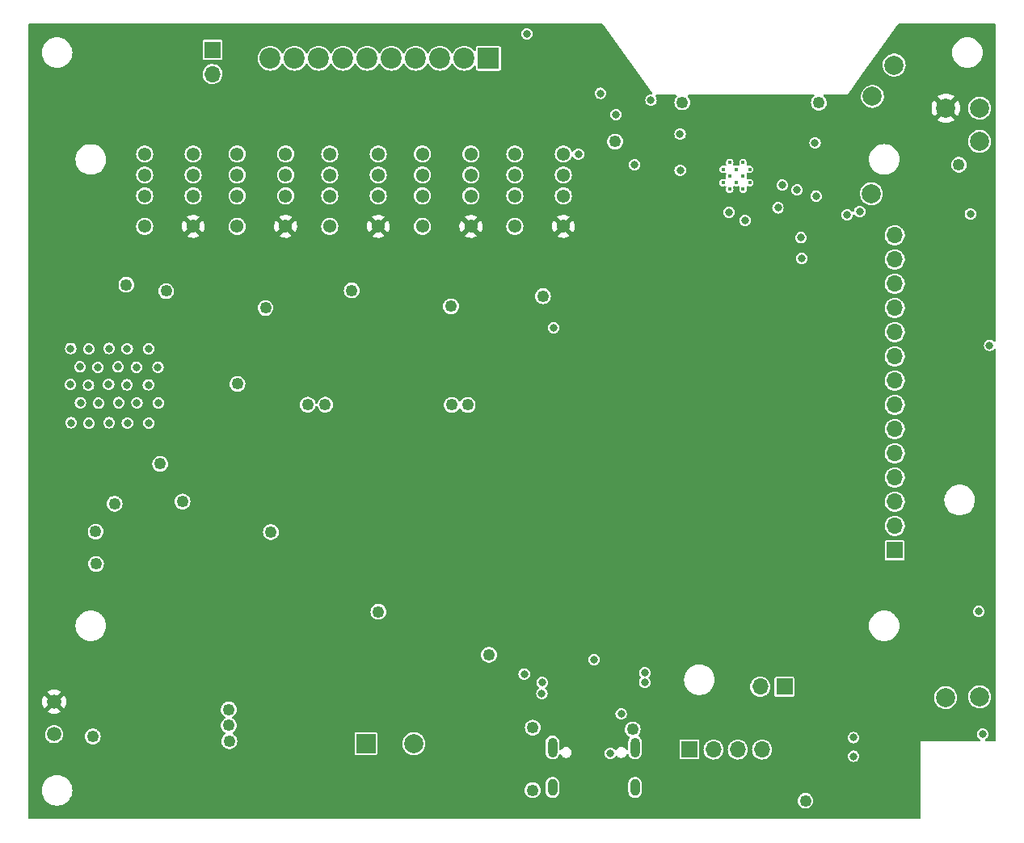
<source format=gbr>
%TF.GenerationSoftware,KiCad,Pcbnew,6.0.11+dfsg-1~bpo11+1*%
%TF.CreationDate,2024-01-26T07:42:42-05:00*%
%TF.ProjectId,Thermostat,54686572-6d6f-4737-9461-742e6b696361,V0.5.2*%
%TF.SameCoordinates,Original*%
%TF.FileFunction,Copper,L3,Inr*%
%TF.FilePolarity,Positive*%
%FSLAX46Y46*%
G04 Gerber Fmt 4.6, Leading zero omitted, Abs format (unit mm)*
G04 Created by KiCad (PCBNEW 6.0.11+dfsg-1~bpo11+1) date 2024-01-26 07:42:42*
%MOMM*%
%LPD*%
G01*
G04 APERTURE LIST*
%TA.AperFunction,ComponentPad*%
%ADD10C,1.381000*%
%TD*%
%TA.AperFunction,ComponentPad*%
%ADD11C,1.500000*%
%TD*%
%TA.AperFunction,ComponentPad*%
%ADD12C,2.000000*%
%TD*%
%TA.AperFunction,ComponentPad*%
%ADD13R,1.700000X1.700000*%
%TD*%
%TA.AperFunction,ComponentPad*%
%ADD14O,1.700000X1.700000*%
%TD*%
%TA.AperFunction,ComponentPad*%
%ADD15O,1.000000X2.100000*%
%TD*%
%TA.AperFunction,ComponentPad*%
%ADD16O,1.000000X1.800000*%
%TD*%
%TA.AperFunction,ComponentPad*%
%ADD17R,2.000000X2.000000*%
%TD*%
%TA.AperFunction,ComponentPad*%
%ADD18C,0.400000*%
%TD*%
%TA.AperFunction,ComponentPad*%
%ADD19R,2.200000X2.200000*%
%TD*%
%TA.AperFunction,ComponentPad*%
%ADD20C,2.200000*%
%TD*%
%TA.AperFunction,ViaPad*%
%ADD21C,1.250000*%
%TD*%
%TA.AperFunction,ViaPad*%
%ADD22C,0.800000*%
%TD*%
G04 APERTURE END LIST*
D10*
%TO.N,+3V3*%
%TO.C,K1*%
X128015000Y-87170000D03*
%TO.N,unconnected-(K1-Pad2)*%
X128015000Y-83970000D03*
%TO.N,RH*%
X128015000Y-81770000D03*
%TO.N,W*%
X128015000Y-79570000D03*
%TO.N,unconnected-(K1-Pad5)*%
X122935000Y-79570000D03*
%TO.N,unconnected-(K1-Pad6)*%
X122935000Y-81770000D03*
%TO.N,unconnected-(K1-Pad7)*%
X122935000Y-83970000D03*
%TO.N,Net-(D8-Pad2)*%
X122935000Y-87170000D03*
%TD*%
D11*
%TO.N,+3V3*%
%TO.C,R12*%
X113440000Y-137010000D03*
%TO.N,LIGHT_SENS*%
X113440000Y-140410000D03*
%TD*%
D12*
%TO.N,SDA*%
%TO.C,TP2*%
X210390000Y-136490000D03*
%TD*%
D13*
%TO.N,RH*%
%TO.C,J2*%
X130040000Y-68660000D03*
D14*
%TO.N,RC*%
X130040000Y-71200000D03*
%TD*%
D12*
%TO.N,+3V3*%
%TO.C,TP3*%
X206870000Y-74770000D03*
%TD*%
%TO.N,GND*%
%TO.C,TP5*%
X210390000Y-74770000D03*
%TD*%
D10*
%TO.N,+3V3*%
%TO.C,K4*%
X157110000Y-87170000D03*
%TO.N,unconnected-(K4-Pad2)*%
X157110000Y-83970000D03*
%TO.N,RH*%
X157110000Y-81770000D03*
%TO.N,G*%
X157110000Y-79570000D03*
%TO.N,unconnected-(K4-Pad5)*%
X152030000Y-79570000D03*
%TO.N,unconnected-(K4-Pad6)*%
X152030000Y-81770000D03*
%TO.N,unconnected-(K4-Pad7)*%
X152030000Y-83970000D03*
%TO.N,Net-(D11-Pad2)*%
X152030000Y-87170000D03*
%TD*%
D15*
%TO.N,unconnected-(J1-PadS1)*%
%TO.C,J1*%
X174290000Y-141800000D03*
D16*
X165650000Y-146000000D03*
D15*
X165650000Y-141800000D03*
D16*
X174290000Y-146000000D03*
%TD*%
D17*
%TO.N,+5V*%
%TO.C,BZ1*%
X146120000Y-141410000D03*
D12*
%TO.N,Net-(BZ1-Pad2)*%
X151120000Y-141410000D03*
%TD*%
D10*
%TO.N,+3V3*%
%TO.C,K5*%
X166790000Y-87170000D03*
%TO.N,unconnected-(K5-Pad2)*%
X166790000Y-83970000D03*
%TO.N,RH*%
X166790000Y-81770000D03*
%TO.N,O{slash}B*%
X166790000Y-79570000D03*
%TO.N,unconnected-(K5-Pad5)*%
X161710000Y-79570000D03*
%TO.N,unconnected-(K5-Pad6)*%
X161710000Y-81770000D03*
%TO.N,unconnected-(K5-Pad7)*%
X161710000Y-83970000D03*
%TO.N,Net-(D12-Pad2)*%
X161710000Y-87170000D03*
%TD*%
D12*
%TO.N,unconnected-(U1-Pad34)*%
%TO.C,TP4*%
X201450000Y-70260000D03*
%TD*%
%TO.N,unconnected-(U1-Pad33)*%
%TO.C,TP4*%
X199060000Y-83750000D03*
%TD*%
%TO.N,+5V*%
%TO.C,TP4*%
X210390000Y-78260000D03*
%TD*%
%TO.N,SCL*%
%TO.C,TP1*%
X206830000Y-136570000D03*
%TD*%
%TO.N,unconnected-(U1-Pad35)*%
%TO.C,TP4*%
X199170000Y-73540000D03*
%TD*%
D10*
%TO.N,+3V3*%
%TO.C,K3*%
X147400000Y-87170000D03*
%TO.N,unconnected-(K3-Pad2)*%
X147400000Y-83970000D03*
%TO.N,RH*%
X147400000Y-81770000D03*
%TO.N,E*%
X147400000Y-79570000D03*
%TO.N,unconnected-(K3-Pad5)*%
X142320000Y-79570000D03*
%TO.N,unconnected-(K3-Pad6)*%
X142320000Y-81770000D03*
%TO.N,unconnected-(K3-Pad7)*%
X142320000Y-83970000D03*
%TO.N,Net-(D10-Pad2)*%
X142320000Y-87170000D03*
%TD*%
D18*
%TO.N,GND*%
%TO.C,U1*%
X184912500Y-81180000D03*
X183512500Y-81180000D03*
X186312500Y-81180000D03*
X183512500Y-82580000D03*
X184912500Y-82580000D03*
X186312500Y-82580000D03*
X184212500Y-80480000D03*
X185612500Y-80480000D03*
X184212500Y-81880000D03*
X185612500Y-81880000D03*
X184212500Y-83280000D03*
X185612500Y-83280000D03*
%TD*%
D13*
%TO.N,UART_VCC*%
%TO.C,J6*%
X179990000Y-142010000D03*
D14*
%TO.N,RXD0*%
X182530000Y-142010000D03*
%TO.N,TXD0*%
X185070000Y-142010000D03*
%TO.N,GND*%
X187610000Y-142010000D03*
%TD*%
D13*
%TO.N,+5V*%
%TO.C,J5*%
X189960000Y-135440000D03*
D14*
%TO.N,UART_VCC*%
X187420000Y-135440000D03*
%TD*%
D10*
%TO.N,+3V3*%
%TO.C,K2*%
X137700000Y-87170000D03*
%TO.N,unconnected-(K2-Pad2)*%
X137700000Y-83970000D03*
%TO.N,RC*%
X137700000Y-81770000D03*
%TO.N,Y*%
X137700000Y-79570000D03*
%TO.N,unconnected-(K2-Pad5)*%
X132620000Y-79570000D03*
%TO.N,unconnected-(K2-Pad6)*%
X132620000Y-81770000D03*
%TO.N,unconnected-(K2-Pad7)*%
X132620000Y-83970000D03*
%TO.N,Net-(D9-Pad2)*%
X132620000Y-87170000D03*
%TD*%
D13*
%TO.N,+5V*%
%TO.C,J7*%
X201505000Y-121120000D03*
D14*
%TO.N,GND*%
X201505000Y-118580000D03*
%TO.N,TFT_CS*%
X201505000Y-116040000D03*
%TO.N,TFT_RESET*%
X201505000Y-113500000D03*
%TO.N,TFT_DC*%
X201505000Y-110960000D03*
%TO.N,TFT_MOSI*%
X201505000Y-108420000D03*
%TO.N,TFT_CLK*%
X201505000Y-105880000D03*
%TO.N,TFT_LED*%
X201505000Y-103340000D03*
%TO.N,TFT_MISO*%
X201505000Y-100800000D03*
%TO.N,TFT_CLK*%
X201505000Y-98260000D03*
%TO.N,TOUCH_CS*%
X201505000Y-95720000D03*
%TO.N,TFT_MOSI*%
X201505000Y-93180000D03*
%TO.N,TFT_MISO*%
X201505000Y-90640000D03*
%TO.N,TOUCH_IRQ*%
X201505000Y-88100000D03*
%TD*%
D19*
%TO.N,unconnected-(J3-Pad1)*%
%TO.C,J3*%
X158940000Y-69550000D03*
D20*
%TO.N,E*%
X156400000Y-69550000D03*
%TO.N,O{slash}B*%
X153860000Y-69550000D03*
%TO.N,G*%
X151320000Y-69550000D03*
%TO.N,Y*%
X148780000Y-69550000D03*
%TO.N,W*%
X146240000Y-69550000D03*
%TO.N,unconnected-(J3-Pad7)*%
X143700000Y-69550000D03*
%TO.N,RC*%
X141160000Y-69550000D03*
%TO.N,RH*%
X138620000Y-69550000D03*
%TO.N,C*%
X136080000Y-69550000D03*
%TD*%
D21*
%TO.N,GND*%
X140000000Y-105867100D03*
D22*
X119150000Y-103750000D03*
X115200000Y-107760000D03*
X210700000Y-140420000D03*
X175310000Y-134980000D03*
X115180000Y-99970000D03*
D21*
X147420000Y-127588400D03*
X163565700Y-146289400D03*
D22*
X124320000Y-101930000D03*
D21*
X124560700Y-112074400D03*
X192145300Y-147398500D03*
X119775000Y-116252000D03*
D22*
X119180000Y-99970000D03*
D21*
X117800000Y-119175900D03*
X155014000Y-95557500D03*
D22*
X120200000Y-105650000D03*
X124370000Y-105680000D03*
D21*
X136159200Y-119224100D03*
D22*
X170010000Y-132590000D03*
X117040000Y-103810000D03*
X164540000Y-136150000D03*
D21*
X131740600Y-139492700D03*
X131800000Y-141140000D03*
X174055800Y-139909300D03*
X179249200Y-74160000D03*
D22*
X121070000Y-103780000D03*
D21*
X141850000Y-105860000D03*
D22*
X118090000Y-105710000D03*
X197180000Y-140770000D03*
D21*
X164661000Y-94486500D03*
X159000000Y-132084300D03*
X131740000Y-137820000D03*
D22*
X175310000Y-133970000D03*
D21*
X121010000Y-93280000D03*
X172207300Y-78280000D03*
X156770000Y-105890000D03*
D22*
X115150000Y-103750000D03*
D21*
X155110000Y-105886100D03*
X163578100Y-139727000D03*
D22*
X123370000Y-107790000D03*
X116150000Y-101900000D03*
X162970000Y-66980000D03*
D21*
X125178500Y-93955300D03*
X208228900Y-80701100D03*
X117500000Y-140650000D03*
D22*
X164560000Y-134990000D03*
X121100000Y-100000000D03*
X117090000Y-107820000D03*
X197200000Y-142730000D03*
X122070000Y-101930000D03*
D21*
X135588400Y-95719600D03*
D22*
X117070000Y-100030000D03*
X123320000Y-103780000D03*
D21*
X117830000Y-122560000D03*
D22*
X121120000Y-107790000D03*
X122120000Y-105680000D03*
D21*
X132642400Y-103684700D03*
D22*
X119200000Y-107760000D03*
X120150000Y-101900000D03*
X118040000Y-101960000D03*
X116200000Y-105650000D03*
X123350000Y-100000000D03*
X210310000Y-127550000D03*
D21*
X193563800Y-74192400D03*
X144626300Y-93877100D03*
X126900000Y-116020200D03*
D22*
%TO.N,+3V3*%
X197590000Y-138480000D03*
D21*
X179265600Y-75655000D03*
X172191500Y-80322800D03*
X129503200Y-124868300D03*
X133560000Y-120960000D03*
D22*
X199440000Y-146040000D03*
X197600000Y-135190000D03*
D21*
X160865800Y-132330800D03*
X129560000Y-126370000D03*
X131256100Y-116621600D03*
D22*
%TO.N,SDA*%
X211448200Y-99634000D03*
%TO.N,EN*%
X174252900Y-80697100D03*
X162691000Y-134104000D03*
%TO.N,LED_HEAT*%
X184150300Y-85682300D03*
X170660000Y-73220000D03*
%TO.N,LED_COOL*%
X179017500Y-77501400D03*
X172309000Y-75433400D03*
%TO.N,TOUCH_IRQ*%
X191766800Y-90527400D03*
%TO.N,HVAC_HEAT*%
X168364500Y-79601400D03*
X179030600Y-81286600D03*
%TO.N,LED_FAN*%
X175968800Y-73938300D03*
X185816300Y-86550700D03*
%TO.N,MOTION*%
X209433400Y-85865100D03*
X191677600Y-88353400D03*
%TO.N,LD_TX*%
X197831400Y-85622100D03*
X193268500Y-83980000D03*
%TO.N,LD_RX*%
X191265100Y-83350000D03*
X196514800Y-85952500D03*
%TO.N,RXD0*%
X189714800Y-82845400D03*
%TO.N,TXD0*%
X193154000Y-78411400D03*
%TO.N,Net-(J1-PadB5)*%
X171720000Y-142433000D03*
X172848400Y-138293700D03*
%TO.N,HVAC_2STAGE*%
X189272000Y-85225400D03*
X165765100Y-97791300D03*
%TD*%
%TA.AperFunction,Conductor*%
%TO.N,+3V3*%
G36*
X211994122Y-65920841D02*
G01*
X212062224Y-65940909D01*
X212108664Y-65994610D01*
X212120000Y-66046841D01*
X212120000Y-99151892D01*
X212099998Y-99220013D01*
X212046342Y-99266506D01*
X211976068Y-99276610D01*
X211911488Y-99247116D01*
X211894038Y-99228596D01*
X211881509Y-99212268D01*
X211881505Y-99212264D01*
X211876482Y-99205718D01*
X211751041Y-99109464D01*
X211604962Y-99048956D01*
X211448200Y-99028318D01*
X211291438Y-99048956D01*
X211145359Y-99109464D01*
X211019918Y-99205718D01*
X210923664Y-99331159D01*
X210863156Y-99477238D01*
X210842518Y-99634000D01*
X210863156Y-99790762D01*
X210923664Y-99936841D01*
X211019918Y-100062282D01*
X211145359Y-100158536D01*
X211291438Y-100219044D01*
X211448200Y-100239682D01*
X211456388Y-100238604D01*
X211596774Y-100220122D01*
X211604962Y-100219044D01*
X211751041Y-100158536D01*
X211876482Y-100062282D01*
X211881505Y-100055736D01*
X211881509Y-100055732D01*
X211894038Y-100039404D01*
X211951376Y-99997537D01*
X212022247Y-99993315D01*
X212084150Y-100028079D01*
X212117431Y-100090792D01*
X212120000Y-100116108D01*
X212120000Y-141044000D01*
X212099998Y-141112121D01*
X212046342Y-141158614D01*
X211994000Y-141170000D01*
X211080195Y-141170000D01*
X211012074Y-141149998D01*
X210965581Y-141096342D01*
X210955477Y-141026068D01*
X210984971Y-140961488D01*
X211003491Y-140944037D01*
X211025193Y-140927385D01*
X211128282Y-140848282D01*
X211224536Y-140722841D01*
X211285044Y-140576762D01*
X211305682Y-140420000D01*
X211285044Y-140263238D01*
X211224536Y-140117159D01*
X211128282Y-139991718D01*
X211002841Y-139895464D01*
X210856762Y-139834956D01*
X210700000Y-139814318D01*
X210543238Y-139834956D01*
X210397159Y-139895464D01*
X210271718Y-139991718D01*
X210175464Y-140117159D01*
X210114956Y-140263238D01*
X210094318Y-140420000D01*
X210114956Y-140576762D01*
X210175464Y-140722841D01*
X210271718Y-140848282D01*
X210374808Y-140927385D01*
X210396509Y-140944037D01*
X210438376Y-141001375D01*
X210442598Y-141072246D01*
X210407834Y-141134149D01*
X210345122Y-141167430D01*
X210319805Y-141170000D01*
X204190000Y-141170000D01*
X204190000Y-149194000D01*
X204169998Y-149262121D01*
X204116342Y-149308614D01*
X204064000Y-149320000D01*
X110856000Y-149320000D01*
X110787879Y-149299998D01*
X110741386Y-149246342D01*
X110730000Y-149194000D01*
X110730000Y-146300000D01*
X112144551Y-146300000D01*
X112164317Y-146551148D01*
X112165471Y-146555955D01*
X112165472Y-146555961D01*
X112178869Y-146611763D01*
X112223127Y-146796111D01*
X112225020Y-146800682D01*
X112225021Y-146800684D01*
X112309387Y-147004361D01*
X112319534Y-147028859D01*
X112451164Y-147243659D01*
X112454376Y-147247419D01*
X112454379Y-147247424D01*
X112577804Y-147391935D01*
X112614776Y-147435224D01*
X112618538Y-147438437D01*
X112802576Y-147595621D01*
X112802581Y-147595624D01*
X112806341Y-147598836D01*
X113021141Y-147730466D01*
X113025711Y-147732359D01*
X113025715Y-147732361D01*
X113249316Y-147824979D01*
X113253889Y-147826873D01*
X113338289Y-147847135D01*
X113494039Y-147884528D01*
X113494045Y-147884529D01*
X113498852Y-147885683D01*
X113587149Y-147892632D01*
X113684661Y-147900307D01*
X113684670Y-147900307D01*
X113687118Y-147900500D01*
X113812882Y-147900500D01*
X113815330Y-147900307D01*
X113815339Y-147900307D01*
X113912851Y-147892632D01*
X114001148Y-147885683D01*
X114005955Y-147884529D01*
X114005961Y-147884528D01*
X114161711Y-147847135D01*
X114246111Y-147826873D01*
X114250684Y-147824979D01*
X114474285Y-147732361D01*
X114474289Y-147732359D01*
X114478859Y-147730466D01*
X114693659Y-147598836D01*
X114697419Y-147595624D01*
X114697424Y-147595621D01*
X114881462Y-147438437D01*
X114885224Y-147435224D01*
X114916589Y-147398500D01*
X191315253Y-147398500D01*
X191333392Y-147571076D01*
X191335432Y-147577355D01*
X191335433Y-147577359D01*
X191343251Y-147601420D01*
X191387014Y-147736111D01*
X191473778Y-147886389D01*
X191589890Y-148015345D01*
X191730276Y-148117342D01*
X191736304Y-148120026D01*
X191736306Y-148120027D01*
X191882770Y-148185237D01*
X191888801Y-148187922D01*
X191973668Y-148205961D01*
X192052079Y-148222628D01*
X192052083Y-148222628D01*
X192058536Y-148224000D01*
X192232064Y-148224000D01*
X192238517Y-148222628D01*
X192238521Y-148222628D01*
X192316932Y-148205961D01*
X192401799Y-148187922D01*
X192407830Y-148185237D01*
X192554294Y-148120027D01*
X192554296Y-148120026D01*
X192560324Y-148117342D01*
X192700710Y-148015345D01*
X192816822Y-147886389D01*
X192903586Y-147736111D01*
X192947349Y-147601420D01*
X192955167Y-147577359D01*
X192955168Y-147577355D01*
X192957208Y-147571076D01*
X192975347Y-147398500D01*
X192957208Y-147225924D01*
X192903586Y-147060889D01*
X192816822Y-146910611D01*
X192713726Y-146796111D01*
X192705132Y-146786566D01*
X192705131Y-146786565D01*
X192700710Y-146781655D01*
X192560324Y-146679658D01*
X192554296Y-146676974D01*
X192554294Y-146676973D01*
X192407830Y-146611763D01*
X192407829Y-146611763D01*
X192401799Y-146609078D01*
X192316931Y-146591039D01*
X192238521Y-146574372D01*
X192238517Y-146574372D01*
X192232064Y-146573000D01*
X192058536Y-146573000D01*
X192052083Y-146574372D01*
X192052079Y-146574372D01*
X191973669Y-146591039D01*
X191888801Y-146609078D01*
X191882772Y-146611762D01*
X191882770Y-146611763D01*
X191736307Y-146676973D01*
X191736305Y-146676974D01*
X191730277Y-146679658D01*
X191724936Y-146683538D01*
X191724935Y-146683539D01*
X191656609Y-146733181D01*
X191589890Y-146781655D01*
X191585469Y-146786565D01*
X191585468Y-146786566D01*
X191576874Y-146796111D01*
X191473778Y-146910611D01*
X191387014Y-147060889D01*
X191333392Y-147225924D01*
X191315253Y-147398500D01*
X114916589Y-147398500D01*
X114922196Y-147391935D01*
X115045621Y-147247424D01*
X115045624Y-147247419D01*
X115048836Y-147243659D01*
X115180466Y-147028859D01*
X115190614Y-147004361D01*
X115274979Y-146800684D01*
X115274980Y-146800682D01*
X115276873Y-146796111D01*
X115321131Y-146611763D01*
X115334528Y-146555961D01*
X115334529Y-146555955D01*
X115335683Y-146551148D01*
X115355449Y-146300000D01*
X115354615Y-146289400D01*
X162735653Y-146289400D01*
X162753792Y-146461976D01*
X162807414Y-146627011D01*
X162894178Y-146777289D01*
X162898599Y-146782199D01*
X162984105Y-146877163D01*
X163010290Y-146906245D01*
X163150676Y-147008242D01*
X163156704Y-147010926D01*
X163156706Y-147010927D01*
X163283028Y-147067169D01*
X163309201Y-147078822D01*
X163394068Y-147096861D01*
X163472479Y-147113528D01*
X163472483Y-147113528D01*
X163478936Y-147114900D01*
X163652464Y-147114900D01*
X163658917Y-147113528D01*
X163658921Y-147113528D01*
X163737332Y-147096861D01*
X163822199Y-147078822D01*
X163848372Y-147067169D01*
X163974694Y-147010927D01*
X163974696Y-147010926D01*
X163980724Y-147008242D01*
X164121110Y-146906245D01*
X164147296Y-146877163D01*
X164232801Y-146782199D01*
X164237222Y-146777289D01*
X164323986Y-146627011D01*
X164377608Y-146461976D01*
X164379653Y-146442516D01*
X164949500Y-146442516D01*
X164964724Y-146568320D01*
X165024655Y-146726923D01*
X165120688Y-146866651D01*
X165126358Y-146871703D01*
X165126359Y-146871704D01*
X165241608Y-146974388D01*
X165241612Y-146974390D01*
X165247279Y-146979440D01*
X165397119Y-147058776D01*
X165561559Y-147100081D01*
X165569157Y-147100121D01*
X165569159Y-147100121D01*
X165646332Y-147100525D01*
X165731105Y-147100969D01*
X165738492Y-147099195D01*
X165738496Y-147099195D01*
X165888583Y-147063161D01*
X165895968Y-147061388D01*
X165902712Y-147057907D01*
X165902715Y-147057906D01*
X166039883Y-146987108D01*
X166039884Y-146987108D01*
X166046631Y-146983625D01*
X166174396Y-146872169D01*
X166271887Y-146733453D01*
X166333476Y-146575487D01*
X166350500Y-146446174D01*
X166350500Y-146442516D01*
X173589500Y-146442516D01*
X173604724Y-146568320D01*
X173664655Y-146726923D01*
X173760688Y-146866651D01*
X173766358Y-146871703D01*
X173766359Y-146871704D01*
X173881608Y-146974388D01*
X173881612Y-146974390D01*
X173887279Y-146979440D01*
X174037119Y-147058776D01*
X174201559Y-147100081D01*
X174209157Y-147100121D01*
X174209159Y-147100121D01*
X174286332Y-147100525D01*
X174371105Y-147100969D01*
X174378492Y-147099195D01*
X174378496Y-147099195D01*
X174528583Y-147063161D01*
X174535968Y-147061388D01*
X174542712Y-147057907D01*
X174542715Y-147057906D01*
X174679883Y-146987108D01*
X174679884Y-146987108D01*
X174686631Y-146983625D01*
X174814396Y-146872169D01*
X174911887Y-146733453D01*
X174973476Y-146575487D01*
X174990500Y-146446174D01*
X174990500Y-145557484D01*
X174975276Y-145431680D01*
X174915345Y-145273077D01*
X174843497Y-145168538D01*
X174823614Y-145139608D01*
X174823613Y-145139607D01*
X174819312Y-145133349D01*
X174807514Y-145122837D01*
X174698392Y-145025612D01*
X174698388Y-145025610D01*
X174692721Y-145020560D01*
X174662161Y-145004379D01*
X174625080Y-144984746D01*
X174542881Y-144941224D01*
X174378441Y-144899919D01*
X174370843Y-144899879D01*
X174370841Y-144899879D01*
X174293668Y-144899475D01*
X174208895Y-144899031D01*
X174201508Y-144900805D01*
X174201504Y-144900805D01*
X174058162Y-144935220D01*
X174044032Y-144938612D01*
X174037288Y-144942093D01*
X174037285Y-144942094D01*
X173916611Y-145004379D01*
X173893369Y-145016375D01*
X173765604Y-145127831D01*
X173668113Y-145266547D01*
X173606524Y-145424513D01*
X173605532Y-145432046D01*
X173605532Y-145432047D01*
X173590038Y-145549739D01*
X173589500Y-145553826D01*
X173589500Y-146442516D01*
X166350500Y-146442516D01*
X166350500Y-145557484D01*
X166335276Y-145431680D01*
X166275345Y-145273077D01*
X166203497Y-145168538D01*
X166183614Y-145139608D01*
X166183613Y-145139607D01*
X166179312Y-145133349D01*
X166167514Y-145122837D01*
X166058392Y-145025612D01*
X166058388Y-145025610D01*
X166052721Y-145020560D01*
X166022161Y-145004379D01*
X165985080Y-144984746D01*
X165902881Y-144941224D01*
X165738441Y-144899919D01*
X165730843Y-144899879D01*
X165730841Y-144899879D01*
X165653668Y-144899475D01*
X165568895Y-144899031D01*
X165561508Y-144900805D01*
X165561504Y-144900805D01*
X165418162Y-144935220D01*
X165404032Y-144938612D01*
X165397288Y-144942093D01*
X165397285Y-144942094D01*
X165276611Y-145004379D01*
X165253369Y-145016375D01*
X165125604Y-145127831D01*
X165028113Y-145266547D01*
X164966524Y-145424513D01*
X164965532Y-145432046D01*
X164965532Y-145432047D01*
X164950038Y-145549739D01*
X164949500Y-145553826D01*
X164949500Y-146442516D01*
X164379653Y-146442516D01*
X164395747Y-146289400D01*
X164377608Y-146116824D01*
X164323986Y-145951789D01*
X164237222Y-145801511D01*
X164121110Y-145672555D01*
X163980724Y-145570558D01*
X163974696Y-145567874D01*
X163974694Y-145567873D01*
X163828230Y-145502663D01*
X163828229Y-145502663D01*
X163822199Y-145499978D01*
X163737331Y-145481939D01*
X163658921Y-145465272D01*
X163658917Y-145465272D01*
X163652464Y-145463900D01*
X163478936Y-145463900D01*
X163472483Y-145465272D01*
X163472479Y-145465272D01*
X163394069Y-145481939D01*
X163309201Y-145499978D01*
X163303172Y-145502662D01*
X163303170Y-145502663D01*
X163156707Y-145567873D01*
X163156705Y-145567874D01*
X163150677Y-145570558D01*
X163010290Y-145672555D01*
X162894178Y-145801511D01*
X162807414Y-145951789D01*
X162753792Y-146116824D01*
X162735653Y-146289400D01*
X115354615Y-146289400D01*
X115335683Y-146048852D01*
X115312381Y-145951789D01*
X115278028Y-145808701D01*
X115276873Y-145803889D01*
X115180466Y-145571141D01*
X115048836Y-145356341D01*
X115045624Y-145352581D01*
X115045621Y-145352576D01*
X114888437Y-145168538D01*
X114885224Y-145164776D01*
X114848428Y-145133349D01*
X114697424Y-145004379D01*
X114697419Y-145004376D01*
X114693659Y-145001164D01*
X114478859Y-144869534D01*
X114474289Y-144867641D01*
X114474285Y-144867639D01*
X114250684Y-144775021D01*
X114250682Y-144775020D01*
X114246111Y-144773127D01*
X114161711Y-144752865D01*
X114005961Y-144715472D01*
X114005955Y-144715471D01*
X114001148Y-144714317D01*
X113912851Y-144707368D01*
X113815339Y-144699693D01*
X113815330Y-144699693D01*
X113812882Y-144699500D01*
X113687118Y-144699500D01*
X113684670Y-144699693D01*
X113684661Y-144699693D01*
X113587149Y-144707368D01*
X113498852Y-144714317D01*
X113494045Y-144715471D01*
X113494039Y-144715472D01*
X113338289Y-144752865D01*
X113253889Y-144773127D01*
X113249318Y-144775020D01*
X113249316Y-144775021D01*
X113025715Y-144867639D01*
X113025711Y-144867641D01*
X113021141Y-144869534D01*
X112806341Y-145001164D01*
X112802581Y-145004376D01*
X112802576Y-145004379D01*
X112651572Y-145133349D01*
X112614776Y-145164776D01*
X112611563Y-145168538D01*
X112454379Y-145352576D01*
X112454376Y-145352581D01*
X112451164Y-145356341D01*
X112319534Y-145571141D01*
X112223127Y-145803889D01*
X112221972Y-145808701D01*
X112187620Y-145951789D01*
X112164317Y-146048852D01*
X112144551Y-146300000D01*
X110730000Y-146300000D01*
X110730000Y-142429748D01*
X144919500Y-142429748D01*
X144920707Y-142435816D01*
X144927869Y-142471820D01*
X144931133Y-142488231D01*
X144975448Y-142554552D01*
X145041769Y-142598867D01*
X145053938Y-142601288D01*
X145053939Y-142601288D01*
X145094184Y-142609293D01*
X145100252Y-142610500D01*
X147139748Y-142610500D01*
X147145816Y-142609293D01*
X147186061Y-142601288D01*
X147186062Y-142601288D01*
X147198231Y-142598867D01*
X147264552Y-142554552D01*
X147308867Y-142488231D01*
X147312132Y-142471820D01*
X147319293Y-142435816D01*
X147320500Y-142429748D01*
X147320500Y-141378440D01*
X149914770Y-141378440D01*
X149929200Y-141598604D01*
X149930621Y-141604200D01*
X149930622Y-141604205D01*
X149980112Y-141799068D01*
X149983511Y-141812452D01*
X149985928Y-141817694D01*
X149985928Y-141817695D01*
X150024046Y-141900379D01*
X150075883Y-142012821D01*
X150203222Y-142193002D01*
X150361264Y-142346961D01*
X150366060Y-142350166D01*
X150366063Y-142350168D01*
X150481289Y-142427159D01*
X150544717Y-142469540D01*
X150550020Y-142471818D01*
X150550023Y-142471820D01*
X150724223Y-142546662D01*
X150747436Y-142556635D01*
X150820811Y-142573238D01*
X150956995Y-142604054D01*
X150957001Y-142604055D01*
X150962632Y-142605329D01*
X150968403Y-142605556D01*
X150968405Y-142605556D01*
X151036211Y-142608220D01*
X151183098Y-142613991D01*
X151297586Y-142597391D01*
X151395738Y-142583160D01*
X151395743Y-142583159D01*
X151401452Y-142582331D01*
X151406916Y-142580476D01*
X151406921Y-142580475D01*
X151604907Y-142513268D01*
X151604912Y-142513266D01*
X151610379Y-142511410D01*
X151631534Y-142499563D01*
X151739062Y-142439344D01*
X151802884Y-142403602D01*
X151808916Y-142398586D01*
X151816214Y-142392516D01*
X164949500Y-142392516D01*
X164964724Y-142518320D01*
X165024655Y-142676923D01*
X165028956Y-142683181D01*
X165088465Y-142769766D01*
X165120688Y-142816651D01*
X165126358Y-142821703D01*
X165126359Y-142821704D01*
X165241608Y-142924388D01*
X165241612Y-142924390D01*
X165247279Y-142929440D01*
X165397119Y-143008776D01*
X165561559Y-143050081D01*
X165569157Y-143050121D01*
X165569159Y-143050121D01*
X165646332Y-143050525D01*
X165731105Y-143050969D01*
X165738492Y-143049195D01*
X165738496Y-143049195D01*
X165888583Y-143013161D01*
X165895968Y-143011388D01*
X165902712Y-143007907D01*
X165902715Y-143007906D01*
X166039883Y-142937108D01*
X166039884Y-142937108D01*
X166046631Y-142933625D01*
X166090952Y-142894962D01*
X166168671Y-142827163D01*
X166174396Y-142822169D01*
X166244928Y-142721812D01*
X166267518Y-142689670D01*
X166267519Y-142689668D01*
X166271887Y-142683453D01*
X166320824Y-142557937D01*
X166364205Y-142501735D01*
X166431084Y-142477909D01*
X166500228Y-142494023D01*
X166549684Y-142544960D01*
X166554624Y-142555483D01*
X166577302Y-142610233D01*
X166669549Y-142730451D01*
X166789767Y-142822698D01*
X166929764Y-142880687D01*
X166937952Y-142881765D01*
X166968723Y-142885816D01*
X167042280Y-142895500D01*
X167117720Y-142895500D01*
X167191278Y-142885816D01*
X167222048Y-142881765D01*
X167230236Y-142880687D01*
X167370233Y-142822698D01*
X167490451Y-142730451D01*
X167582698Y-142610233D01*
X167640687Y-142470236D01*
X167645219Y-142435816D01*
X167645590Y-142433000D01*
X171114318Y-142433000D01*
X171134956Y-142589762D01*
X171195464Y-142735841D01*
X171291718Y-142861282D01*
X171417159Y-142957536D01*
X171563238Y-143018044D01*
X171720000Y-143038682D01*
X171728188Y-143037604D01*
X171868574Y-143019122D01*
X171876762Y-143018044D01*
X172022841Y-142957536D01*
X172148282Y-142861282D01*
X172177889Y-142822698D01*
X172244536Y-142735841D01*
X172245636Y-142736685D01*
X172290715Y-142693696D01*
X172360428Y-142680255D01*
X172426340Y-142706637D01*
X172438152Y-142718590D01*
X172438682Y-142718060D01*
X172444523Y-142723901D01*
X172449549Y-142730451D01*
X172569767Y-142822698D01*
X172709764Y-142880687D01*
X172717952Y-142881765D01*
X172748723Y-142885816D01*
X172822280Y-142895500D01*
X172897720Y-142895500D01*
X172971278Y-142885816D01*
X173002048Y-142881765D01*
X173010236Y-142880687D01*
X173150233Y-142822698D01*
X173270451Y-142730451D01*
X173362698Y-142610233D01*
X173385641Y-142554844D01*
X173430190Y-142499563D01*
X173497553Y-142477142D01*
X173566344Y-142494700D01*
X173614722Y-142546662D01*
X173619915Y-142558521D01*
X173664655Y-142676923D01*
X173668956Y-142683181D01*
X173728465Y-142769766D01*
X173760688Y-142816651D01*
X173766358Y-142821703D01*
X173766359Y-142821704D01*
X173881608Y-142924388D01*
X173881612Y-142924390D01*
X173887279Y-142929440D01*
X174037119Y-143008776D01*
X174201559Y-143050081D01*
X174209157Y-143050121D01*
X174209159Y-143050121D01*
X174286332Y-143050525D01*
X174371105Y-143050969D01*
X174378492Y-143049195D01*
X174378496Y-143049195D01*
X174528583Y-143013161D01*
X174535968Y-143011388D01*
X174542712Y-143007907D01*
X174542715Y-143007906D01*
X174679883Y-142937108D01*
X174679884Y-142937108D01*
X174686631Y-142933625D01*
X174730952Y-142894962D01*
X174748392Y-142879748D01*
X178939500Y-142879748D01*
X178940707Y-142885816D01*
X178944331Y-142904033D01*
X178951133Y-142938231D01*
X178995448Y-143004552D01*
X179061769Y-143048867D01*
X179073938Y-143051288D01*
X179073939Y-143051288D01*
X179114184Y-143059293D01*
X179120252Y-143060500D01*
X180859748Y-143060500D01*
X180865816Y-143059293D01*
X180906061Y-143051288D01*
X180906062Y-143051288D01*
X180918231Y-143048867D01*
X180984552Y-143004552D01*
X181028867Y-142938231D01*
X181035670Y-142904033D01*
X181039293Y-142885816D01*
X181040500Y-142879748D01*
X181040500Y-141995262D01*
X181474520Y-141995262D01*
X181476053Y-142013522D01*
X181489174Y-142169764D01*
X181491759Y-142200553D01*
X181493458Y-142206478D01*
X181522645Y-142308264D01*
X181548544Y-142398586D01*
X181551359Y-142404063D01*
X181551360Y-142404066D01*
X181639897Y-142576341D01*
X181642712Y-142581818D01*
X181770677Y-142743270D01*
X181775370Y-142747264D01*
X181775371Y-142747265D01*
X181856900Y-142816651D01*
X181927564Y-142876791D01*
X181932942Y-142879797D01*
X181932944Y-142879798D01*
X181964563Y-142897469D01*
X182107398Y-142977297D01*
X182191280Y-143004552D01*
X182297471Y-143039056D01*
X182297475Y-143039057D01*
X182303329Y-143040959D01*
X182507894Y-143065351D01*
X182514029Y-143064879D01*
X182514031Y-143064879D01*
X182586625Y-143059293D01*
X182713300Y-143049546D01*
X182719230Y-143047890D01*
X182719232Y-143047890D01*
X182905797Y-142995800D01*
X182905796Y-142995800D01*
X182911725Y-142994145D01*
X182917214Y-142991372D01*
X182917220Y-142991370D01*
X183090116Y-142904033D01*
X183095610Y-142901258D01*
X183104400Y-142894391D01*
X183253101Y-142778213D01*
X183257951Y-142774424D01*
X183296297Y-142730000D01*
X183388540Y-142623134D01*
X183388540Y-142623133D01*
X183392564Y-142618472D01*
X183397245Y-142610233D01*
X183453742Y-142510780D01*
X183494323Y-142439344D01*
X183559351Y-142243863D01*
X183585171Y-142039474D01*
X183585583Y-142010000D01*
X183584138Y-141995262D01*
X184014520Y-141995262D01*
X184016053Y-142013522D01*
X184029174Y-142169764D01*
X184031759Y-142200553D01*
X184033458Y-142206478D01*
X184062645Y-142308264D01*
X184088544Y-142398586D01*
X184091359Y-142404063D01*
X184091360Y-142404066D01*
X184179897Y-142576341D01*
X184182712Y-142581818D01*
X184310677Y-142743270D01*
X184315370Y-142747264D01*
X184315371Y-142747265D01*
X184396900Y-142816651D01*
X184467564Y-142876791D01*
X184472942Y-142879797D01*
X184472944Y-142879798D01*
X184504563Y-142897469D01*
X184647398Y-142977297D01*
X184731280Y-143004552D01*
X184837471Y-143039056D01*
X184837475Y-143039057D01*
X184843329Y-143040959D01*
X185047894Y-143065351D01*
X185054029Y-143064879D01*
X185054031Y-143064879D01*
X185126625Y-143059293D01*
X185253300Y-143049546D01*
X185259230Y-143047890D01*
X185259232Y-143047890D01*
X185445797Y-142995800D01*
X185445796Y-142995800D01*
X185451725Y-142994145D01*
X185457214Y-142991372D01*
X185457220Y-142991370D01*
X185630116Y-142904033D01*
X185635610Y-142901258D01*
X185644400Y-142894391D01*
X185793101Y-142778213D01*
X185797951Y-142774424D01*
X185836297Y-142730000D01*
X185928540Y-142623134D01*
X185928540Y-142623133D01*
X185932564Y-142618472D01*
X185937245Y-142610233D01*
X185993742Y-142510780D01*
X186034323Y-142439344D01*
X186099351Y-142243863D01*
X186125171Y-142039474D01*
X186125583Y-142010000D01*
X186124138Y-141995262D01*
X186554520Y-141995262D01*
X186556053Y-142013522D01*
X186569174Y-142169764D01*
X186571759Y-142200553D01*
X186573458Y-142206478D01*
X186602645Y-142308264D01*
X186628544Y-142398586D01*
X186631359Y-142404063D01*
X186631360Y-142404066D01*
X186719897Y-142576341D01*
X186722712Y-142581818D01*
X186850677Y-142743270D01*
X186855370Y-142747264D01*
X186855371Y-142747265D01*
X186936900Y-142816651D01*
X187007564Y-142876791D01*
X187012942Y-142879797D01*
X187012944Y-142879798D01*
X187044563Y-142897469D01*
X187187398Y-142977297D01*
X187271280Y-143004552D01*
X187377471Y-143039056D01*
X187377475Y-143039057D01*
X187383329Y-143040959D01*
X187587894Y-143065351D01*
X187594029Y-143064879D01*
X187594031Y-143064879D01*
X187666625Y-143059293D01*
X187793300Y-143049546D01*
X187799230Y-143047890D01*
X187799232Y-143047890D01*
X187985797Y-142995800D01*
X187985796Y-142995800D01*
X187991725Y-142994145D01*
X187997214Y-142991372D01*
X187997220Y-142991370D01*
X188170116Y-142904033D01*
X188175610Y-142901258D01*
X188184400Y-142894391D01*
X188333101Y-142778213D01*
X188337951Y-142774424D01*
X188376297Y-142730000D01*
X196594318Y-142730000D01*
X196600665Y-142778213D01*
X196611602Y-142861282D01*
X196614956Y-142886762D01*
X196675464Y-143032841D01*
X196771718Y-143158282D01*
X196897159Y-143254536D01*
X197043238Y-143315044D01*
X197200000Y-143335682D01*
X197208188Y-143334604D01*
X197348574Y-143316122D01*
X197356762Y-143315044D01*
X197502841Y-143254536D01*
X197628282Y-143158282D01*
X197724536Y-143032841D01*
X197785044Y-142886762D01*
X197788399Y-142861282D01*
X197799335Y-142778213D01*
X197805682Y-142730000D01*
X197785044Y-142573238D01*
X197724536Y-142427159D01*
X197628282Y-142301718D01*
X197502841Y-142205464D01*
X197356762Y-142144956D01*
X197200000Y-142124318D01*
X197043238Y-142144956D01*
X196897159Y-142205464D01*
X196771718Y-142301718D01*
X196675464Y-142427159D01*
X196614956Y-142573238D01*
X196594318Y-142730000D01*
X188376297Y-142730000D01*
X188468540Y-142623134D01*
X188468540Y-142623133D01*
X188472564Y-142618472D01*
X188477245Y-142610233D01*
X188533742Y-142510780D01*
X188574323Y-142439344D01*
X188639351Y-142243863D01*
X188665171Y-142039474D01*
X188665583Y-142010000D01*
X188645480Y-141804970D01*
X188585935Y-141607749D01*
X188489218Y-141425849D01*
X188401959Y-141318859D01*
X188362906Y-141270975D01*
X188362903Y-141270972D01*
X188359011Y-141266200D01*
X188354262Y-141262271D01*
X188205025Y-141138811D01*
X188205021Y-141138809D01*
X188200275Y-141134882D01*
X188019055Y-141036897D01*
X187822254Y-140975977D01*
X187816129Y-140975333D01*
X187816128Y-140975333D01*
X187623498Y-140955087D01*
X187623496Y-140955087D01*
X187617369Y-140954443D01*
X187539955Y-140961488D01*
X187418342Y-140972555D01*
X187418339Y-140972556D01*
X187412203Y-140973114D01*
X187214572Y-141031280D01*
X187032002Y-141126726D01*
X187027201Y-141130586D01*
X187027198Y-141130588D01*
X186920448Y-141216417D01*
X186871447Y-141255815D01*
X186739024Y-141413630D01*
X186736056Y-141419028D01*
X186736053Y-141419033D01*
X186704311Y-141476772D01*
X186639776Y-141594162D01*
X186577484Y-141790532D01*
X186576798Y-141796649D01*
X186576797Y-141796653D01*
X186565163Y-141900379D01*
X186554520Y-141995262D01*
X186124138Y-141995262D01*
X186105480Y-141804970D01*
X186045935Y-141607749D01*
X185949218Y-141425849D01*
X185861959Y-141318859D01*
X185822906Y-141270975D01*
X185822903Y-141270972D01*
X185819011Y-141266200D01*
X185814262Y-141262271D01*
X185665025Y-141138811D01*
X185665021Y-141138809D01*
X185660275Y-141134882D01*
X185479055Y-141036897D01*
X185282254Y-140975977D01*
X185276129Y-140975333D01*
X185276128Y-140975333D01*
X185083498Y-140955087D01*
X185083496Y-140955087D01*
X185077369Y-140954443D01*
X184999955Y-140961488D01*
X184878342Y-140972555D01*
X184878339Y-140972556D01*
X184872203Y-140973114D01*
X184674572Y-141031280D01*
X184492002Y-141126726D01*
X184487201Y-141130586D01*
X184487198Y-141130588D01*
X184380448Y-141216417D01*
X184331447Y-141255815D01*
X184199024Y-141413630D01*
X184196056Y-141419028D01*
X184196053Y-141419033D01*
X184164311Y-141476772D01*
X184099776Y-141594162D01*
X184037484Y-141790532D01*
X184036798Y-141796649D01*
X184036797Y-141796653D01*
X184025163Y-141900379D01*
X184014520Y-141995262D01*
X183584138Y-141995262D01*
X183565480Y-141804970D01*
X183505935Y-141607749D01*
X183409218Y-141425849D01*
X183321959Y-141318859D01*
X183282906Y-141270975D01*
X183282903Y-141270972D01*
X183279011Y-141266200D01*
X183274262Y-141262271D01*
X183125025Y-141138811D01*
X183125021Y-141138809D01*
X183120275Y-141134882D01*
X182939055Y-141036897D01*
X182742254Y-140975977D01*
X182736129Y-140975333D01*
X182736128Y-140975333D01*
X182543498Y-140955087D01*
X182543496Y-140955087D01*
X182537369Y-140954443D01*
X182459955Y-140961488D01*
X182338342Y-140972555D01*
X182338339Y-140972556D01*
X182332203Y-140973114D01*
X182134572Y-141031280D01*
X181952002Y-141126726D01*
X181947201Y-141130586D01*
X181947198Y-141130588D01*
X181840448Y-141216417D01*
X181791447Y-141255815D01*
X181659024Y-141413630D01*
X181656056Y-141419028D01*
X181656053Y-141419033D01*
X181624311Y-141476772D01*
X181559776Y-141594162D01*
X181497484Y-141790532D01*
X181496798Y-141796649D01*
X181496797Y-141796653D01*
X181485163Y-141900379D01*
X181474520Y-141995262D01*
X181040500Y-141995262D01*
X181040500Y-141140252D01*
X181037241Y-141123869D01*
X181031288Y-141093939D01*
X181031288Y-141093938D01*
X181028867Y-141081769D01*
X180984552Y-141015448D01*
X180918231Y-140971133D01*
X180906062Y-140968712D01*
X180906061Y-140968712D01*
X180865816Y-140960707D01*
X180859748Y-140959500D01*
X179120252Y-140959500D01*
X179114184Y-140960707D01*
X179073939Y-140968712D01*
X179073938Y-140968712D01*
X179061769Y-140971133D01*
X178995448Y-141015448D01*
X178951133Y-141081769D01*
X178948712Y-141093938D01*
X178948712Y-141093939D01*
X178942759Y-141123869D01*
X178939500Y-141140252D01*
X178939500Y-142879748D01*
X174748392Y-142879748D01*
X174808671Y-142827163D01*
X174814396Y-142822169D01*
X174884928Y-142721812D01*
X174907518Y-142689670D01*
X174907519Y-142689668D01*
X174911887Y-142683453D01*
X174973476Y-142525487D01*
X174979746Y-142477865D01*
X174989962Y-142400261D01*
X174989962Y-142400260D01*
X174990500Y-142396174D01*
X174990500Y-141207484D01*
X174975276Y-141081680D01*
X174915345Y-140923077D01*
X174867392Y-140853305D01*
X174823614Y-140789608D01*
X174823613Y-140789607D01*
X174819312Y-140783349D01*
X174813641Y-140778296D01*
X174804330Y-140770000D01*
X196574318Y-140770000D01*
X196594956Y-140926762D01*
X196655464Y-141072841D01*
X196717598Y-141153816D01*
X196730017Y-141170000D01*
X196751718Y-141198282D01*
X196877159Y-141294536D01*
X197023238Y-141355044D01*
X197180000Y-141375682D01*
X197188188Y-141374604D01*
X197202613Y-141372705D01*
X197336762Y-141355044D01*
X197482841Y-141294536D01*
X197608282Y-141198282D01*
X197629984Y-141170000D01*
X197642402Y-141153816D01*
X197704536Y-141072841D01*
X197765044Y-140926762D01*
X197785682Y-140770000D01*
X197771197Y-140659978D01*
X197766122Y-140621426D01*
X197765044Y-140613238D01*
X197704536Y-140467159D01*
X197628374Y-140367903D01*
X197613305Y-140348264D01*
X197608282Y-140341718D01*
X197582330Y-140321804D01*
X197516675Y-140271426D01*
X197482841Y-140245464D01*
X197336762Y-140184956D01*
X197180000Y-140164318D01*
X197023238Y-140184956D01*
X196877159Y-140245464D01*
X196843325Y-140271426D01*
X196777671Y-140321804D01*
X196751718Y-140341718D01*
X196746695Y-140348264D01*
X196731626Y-140367903D01*
X196655464Y-140467159D01*
X196594956Y-140613238D01*
X196593878Y-140621426D01*
X196588803Y-140659978D01*
X196574318Y-140770000D01*
X174804330Y-140770000D01*
X174698392Y-140675612D01*
X174698388Y-140675610D01*
X174692721Y-140670560D01*
X174686011Y-140667007D01*
X174679768Y-140662668D01*
X174681638Y-140659978D01*
X174641384Y-140620711D01*
X174625433Y-140551529D01*
X174649417Y-140484706D01*
X174657578Y-140474648D01*
X174722901Y-140402099D01*
X174727322Y-140397189D01*
X174814086Y-140246911D01*
X174856244Y-140117159D01*
X174865667Y-140088159D01*
X174865668Y-140088155D01*
X174867708Y-140081876D01*
X174885847Y-139909300D01*
X174867708Y-139736724D01*
X174864747Y-139727608D01*
X174826796Y-139610807D01*
X174814086Y-139571689D01*
X174727322Y-139421411D01*
X174611210Y-139292455D01*
X174470824Y-139190458D01*
X174464796Y-139187774D01*
X174464794Y-139187773D01*
X174318330Y-139122563D01*
X174318329Y-139122563D01*
X174312299Y-139119878D01*
X174227432Y-139101839D01*
X174149021Y-139085172D01*
X174149017Y-139085172D01*
X174142564Y-139083800D01*
X173969036Y-139083800D01*
X173962583Y-139085172D01*
X173962579Y-139085172D01*
X173884168Y-139101839D01*
X173799301Y-139119878D01*
X173793272Y-139122562D01*
X173793270Y-139122563D01*
X173646807Y-139187773D01*
X173646805Y-139187774D01*
X173640777Y-139190458D01*
X173635436Y-139194338D01*
X173635435Y-139194339D01*
X173565942Y-139244829D01*
X173500390Y-139292455D01*
X173384278Y-139421411D01*
X173297514Y-139571689D01*
X173284804Y-139610807D01*
X173246854Y-139727608D01*
X173243892Y-139736724D01*
X173225753Y-139909300D01*
X173243892Y-140081876D01*
X173245932Y-140088155D01*
X173245933Y-140088159D01*
X173255356Y-140117159D01*
X173297514Y-140246911D01*
X173384278Y-140397189D01*
X173388699Y-140402099D01*
X173494202Y-140519272D01*
X173500390Y-140526145D01*
X173577837Y-140582414D01*
X173620263Y-140613238D01*
X173640776Y-140628142D01*
X173646805Y-140630826D01*
X173646808Y-140630828D01*
X173676100Y-140643870D01*
X173730195Y-140689851D01*
X173750843Y-140757778D01*
X173727936Y-140831426D01*
X173672484Y-140910326D01*
X173672482Y-140910330D01*
X173668113Y-140916547D01*
X173606524Y-141074513D01*
X173605532Y-141082046D01*
X173605532Y-141082047D01*
X173593953Y-141170000D01*
X173589500Y-141203826D01*
X173589500Y-141954518D01*
X173569498Y-142022639D01*
X173515842Y-142069132D01*
X173445568Y-142079236D01*
X173380988Y-142049742D01*
X173363798Y-142028923D01*
X173362698Y-142029767D01*
X173275477Y-141916099D01*
X173270451Y-141909549D01*
X173150233Y-141817302D01*
X173010236Y-141759313D01*
X172897720Y-141744500D01*
X172822280Y-141744500D01*
X172709764Y-141759313D01*
X172569767Y-141817302D01*
X172449549Y-141909549D01*
X172366687Y-142017537D01*
X172362365Y-142023169D01*
X172305027Y-142065036D01*
X172234156Y-142069258D01*
X172172253Y-142034494D01*
X172162441Y-142023169D01*
X172153309Y-142011268D01*
X172153305Y-142011264D01*
X172148282Y-142004718D01*
X172022841Y-141908464D01*
X171876762Y-141847956D01*
X171720000Y-141827318D01*
X171563238Y-141847956D01*
X171417159Y-141908464D01*
X171291718Y-142004718D01*
X171195464Y-142130159D01*
X171134956Y-142276238D01*
X171133878Y-142284426D01*
X171130740Y-142308264D01*
X171114318Y-142433000D01*
X167645590Y-142433000D01*
X167656494Y-142350168D01*
X167660466Y-142320000D01*
X167640687Y-142169764D01*
X167582698Y-142029767D01*
X167490451Y-141909549D01*
X167370233Y-141817302D01*
X167230236Y-141759313D01*
X167117720Y-141744500D01*
X167042280Y-141744500D01*
X166929764Y-141759313D01*
X166789767Y-141817302D01*
X166669549Y-141909549D01*
X166577302Y-142029767D01*
X166574792Y-142027841D01*
X166534239Y-142066510D01*
X166464526Y-142079948D01*
X166398614Y-142053562D01*
X166357431Y-141995731D01*
X166350500Y-141954518D01*
X166350500Y-141207484D01*
X166335276Y-141081680D01*
X166275345Y-140923077D01*
X166227392Y-140853305D01*
X166183614Y-140789608D01*
X166183613Y-140789607D01*
X166179312Y-140783349D01*
X166173641Y-140778296D01*
X166058392Y-140675612D01*
X166058388Y-140675610D01*
X166052721Y-140670560D01*
X166028677Y-140657829D01*
X165958572Y-140620711D01*
X165902881Y-140591224D01*
X165738441Y-140549919D01*
X165730843Y-140549879D01*
X165730841Y-140549879D01*
X165653668Y-140549475D01*
X165568895Y-140549031D01*
X165561508Y-140550805D01*
X165561504Y-140550805D01*
X165418162Y-140585220D01*
X165404032Y-140588612D01*
X165397288Y-140592093D01*
X165397285Y-140592094D01*
X165265763Y-140659978D01*
X165253369Y-140666375D01*
X165247647Y-140671367D01*
X165247645Y-140671368D01*
X165181131Y-140729392D01*
X165125604Y-140777831D01*
X165028113Y-140916547D01*
X164966524Y-141074513D01*
X164965532Y-141082046D01*
X164965532Y-141082047D01*
X164953953Y-141170000D01*
X164949500Y-141203826D01*
X164949500Y-142392516D01*
X151816214Y-142392516D01*
X151968086Y-142266204D01*
X151972518Y-142262518D01*
X152070294Y-142144956D01*
X152109908Y-142097326D01*
X152109910Y-142097323D01*
X152113602Y-142092884D01*
X152178606Y-141976812D01*
X152218586Y-141905422D01*
X152218587Y-141905420D01*
X152221410Y-141900379D01*
X152223266Y-141894912D01*
X152223268Y-141894907D01*
X152290475Y-141696921D01*
X152290476Y-141696916D01*
X152292331Y-141691452D01*
X152293159Y-141685743D01*
X152293160Y-141685738D01*
X152322508Y-141483326D01*
X152323991Y-141473098D01*
X152325643Y-141410000D01*
X152305454Y-141190289D01*
X152245565Y-140977936D01*
X152147980Y-140780053D01*
X152131347Y-140757778D01*
X152019420Y-140607891D01*
X152019420Y-140607890D01*
X152015967Y-140603267D01*
X151879831Y-140477424D01*
X151858189Y-140457418D01*
X151858186Y-140457416D01*
X151853949Y-140453499D01*
X151667350Y-140335764D01*
X151462421Y-140254006D01*
X151456761Y-140252880D01*
X151456757Y-140252879D01*
X151251691Y-140212089D01*
X151251688Y-140212089D01*
X151246024Y-140210962D01*
X151240249Y-140210886D01*
X151240245Y-140210886D01*
X151129504Y-140209437D01*
X151025406Y-140208074D01*
X151019709Y-140209053D01*
X151019708Y-140209053D01*
X150813654Y-140244459D01*
X150813653Y-140244459D01*
X150807957Y-140245438D01*
X150600957Y-140321804D01*
X150595996Y-140324756D01*
X150595995Y-140324756D01*
X150449668Y-140411812D01*
X150411341Y-140434614D01*
X150245457Y-140580090D01*
X150108863Y-140753360D01*
X150006131Y-140948620D01*
X149967365Y-141073468D01*
X149947362Y-141137889D01*
X149940703Y-141159333D01*
X149914770Y-141378440D01*
X147320500Y-141378440D01*
X147320500Y-140390252D01*
X147316055Y-140367903D01*
X147311288Y-140343939D01*
X147311288Y-140343938D01*
X147308867Y-140331769D01*
X147295918Y-140312389D01*
X147271443Y-140275761D01*
X147264552Y-140265448D01*
X147227411Y-140240631D01*
X147208547Y-140228026D01*
X147198231Y-140221133D01*
X147186062Y-140218712D01*
X147186061Y-140218712D01*
X147145816Y-140210707D01*
X147139748Y-140209500D01*
X145100252Y-140209500D01*
X145094184Y-140210707D01*
X145053939Y-140218712D01*
X145053938Y-140218712D01*
X145041769Y-140221133D01*
X145031453Y-140228026D01*
X145012589Y-140240631D01*
X144975448Y-140265448D01*
X144968557Y-140275761D01*
X144944083Y-140312389D01*
X144931133Y-140331769D01*
X144928712Y-140343938D01*
X144928712Y-140343939D01*
X144923945Y-140367903D01*
X144919500Y-140390252D01*
X144919500Y-142429748D01*
X110730000Y-142429748D01*
X110730000Y-140396665D01*
X112484994Y-140396665D01*
X112485510Y-140402809D01*
X112497938Y-140550805D01*
X112500592Y-140582414D01*
X112502291Y-140588339D01*
X112549610Y-140753360D01*
X112551971Y-140761595D01*
X112637176Y-140927385D01*
X112752959Y-141073468D01*
X112894912Y-141194279D01*
X112900290Y-141197285D01*
X112900292Y-141197286D01*
X112919370Y-141207948D01*
X113057627Y-141285217D01*
X113234907Y-141342819D01*
X113419998Y-141364890D01*
X113426133Y-141364418D01*
X113426135Y-141364418D01*
X113599710Y-141351062D01*
X113599715Y-141351061D01*
X113605851Y-141350589D01*
X113611781Y-141348933D01*
X113611783Y-141348933D01*
X113741999Y-141312576D01*
X113785387Y-141300462D01*
X113951768Y-141216417D01*
X113976255Y-141197286D01*
X114093794Y-141105454D01*
X114093795Y-141105453D01*
X114098655Y-141101656D01*
X114220454Y-140960550D01*
X114223558Y-140955087D01*
X114255478Y-140898896D01*
X114312526Y-140798474D01*
X114361917Y-140650000D01*
X116669953Y-140650000D01*
X116688092Y-140822576D01*
X116741714Y-140987611D01*
X116828478Y-141137889D01*
X116832899Y-141142799D01*
X116934659Y-141255815D01*
X116944590Y-141266845D01*
X117007533Y-141312576D01*
X117079537Y-141364890D01*
X117084976Y-141368842D01*
X117091004Y-141371526D01*
X117091006Y-141371527D01*
X117225236Y-141431290D01*
X117243501Y-141439422D01*
X117328369Y-141457461D01*
X117406779Y-141474128D01*
X117406783Y-141474128D01*
X117413236Y-141475500D01*
X117586764Y-141475500D01*
X117593217Y-141474128D01*
X117593221Y-141474128D01*
X117671631Y-141457461D01*
X117756499Y-141439422D01*
X117774764Y-141431290D01*
X117908994Y-141371527D01*
X117908996Y-141371526D01*
X117915024Y-141368842D01*
X117920464Y-141364890D01*
X117992467Y-141312576D01*
X118055410Y-141266845D01*
X118065342Y-141255815D01*
X118167101Y-141142799D01*
X118171522Y-141137889D01*
X118258286Y-140987611D01*
X118311908Y-140822576D01*
X118330047Y-140650000D01*
X118311908Y-140477424D01*
X118306445Y-140460608D01*
X118267815Y-140341718D01*
X118258286Y-140312389D01*
X118171522Y-140162111D01*
X118099278Y-140081876D01*
X118059832Y-140038066D01*
X118059831Y-140038065D01*
X118055410Y-140033155D01*
X117915024Y-139931158D01*
X117908996Y-139928474D01*
X117908994Y-139928473D01*
X117762530Y-139863263D01*
X117762529Y-139863263D01*
X117756499Y-139860578D01*
X117650823Y-139838116D01*
X117593221Y-139825872D01*
X117593217Y-139825872D01*
X117586764Y-139824500D01*
X117413236Y-139824500D01*
X117406783Y-139825872D01*
X117406779Y-139825872D01*
X117349177Y-139838116D01*
X117243501Y-139860578D01*
X117237472Y-139863262D01*
X117237470Y-139863263D01*
X117091007Y-139928473D01*
X117091005Y-139928474D01*
X117084977Y-139931158D01*
X117079636Y-139935038D01*
X117079635Y-139935039D01*
X117008537Y-139986695D01*
X116944590Y-140033155D01*
X116940169Y-140038065D01*
X116940168Y-140038066D01*
X116900722Y-140081876D01*
X116828478Y-140162111D01*
X116741714Y-140312389D01*
X116732185Y-140341718D01*
X116693556Y-140460608D01*
X116688092Y-140477424D01*
X116669953Y-140650000D01*
X114361917Y-140650000D01*
X114371364Y-140621601D01*
X114382933Y-140530028D01*
X114394285Y-140440170D01*
X114394286Y-140440163D01*
X114394727Y-140436668D01*
X114395099Y-140410000D01*
X114376909Y-140224487D01*
X114375128Y-140218588D01*
X114375127Y-140218583D01*
X114324814Y-140051939D01*
X114323033Y-140046040D01*
X114261949Y-139931158D01*
X114238416Y-139886898D01*
X114238414Y-139886895D01*
X114235522Y-139881456D01*
X114231632Y-139876686D01*
X114231629Y-139876682D01*
X114121605Y-139741780D01*
X114121602Y-139741777D01*
X114117710Y-139737005D01*
X114112056Y-139732327D01*
X113978834Y-139622116D01*
X113974085Y-139618187D01*
X113810116Y-139529529D01*
X113691139Y-139492700D01*
X113637936Y-139476231D01*
X113637933Y-139476230D01*
X113632049Y-139474409D01*
X113625924Y-139473765D01*
X113625923Y-139473765D01*
X113452796Y-139455568D01*
X113452795Y-139455568D01*
X113446668Y-139454924D01*
X113368549Y-139462033D01*
X113267171Y-139471259D01*
X113267168Y-139471260D01*
X113261032Y-139471818D01*
X113255122Y-139473557D01*
X113255119Y-139473558D01*
X113088129Y-139522707D01*
X113082214Y-139524448D01*
X112917023Y-139610807D01*
X112771752Y-139727608D01*
X112651935Y-139870401D01*
X112648971Y-139875793D01*
X112648968Y-139875797D01*
X112618533Y-139931158D01*
X112562135Y-140033746D01*
X112560274Y-140039613D01*
X112560273Y-140039615D01*
X112521415Y-140162111D01*
X112505772Y-140211424D01*
X112484994Y-140396665D01*
X110730000Y-140396665D01*
X110730000Y-138060161D01*
X112754393Y-138060161D01*
X112763687Y-138072175D01*
X112804088Y-138100464D01*
X112813584Y-138105947D01*
X113003113Y-138194326D01*
X113013405Y-138198072D01*
X113215401Y-138252196D01*
X113226196Y-138254099D01*
X113434525Y-138272326D01*
X113445475Y-138272326D01*
X113653804Y-138254099D01*
X113664599Y-138252196D01*
X113866595Y-138198072D01*
X113876887Y-138194326D01*
X114066416Y-138105947D01*
X114075912Y-138100464D01*
X114117148Y-138071590D01*
X114125523Y-138061112D01*
X114118457Y-138047668D01*
X113890789Y-137820000D01*
X130909953Y-137820000D01*
X130928092Y-137992576D01*
X130981714Y-138157611D01*
X131068478Y-138307889D01*
X131184590Y-138436845D01*
X131324976Y-138538842D01*
X131331006Y-138541527D01*
X131336729Y-138544831D01*
X131336072Y-138545969D01*
X131384768Y-138587362D01*
X131405414Y-138655290D01*
X131386059Y-138723597D01*
X131336541Y-138766502D01*
X131337330Y-138767869D01*
X131331607Y-138771173D01*
X131325577Y-138773858D01*
X131320236Y-138777738D01*
X131320235Y-138777739D01*
X131264496Y-138818236D01*
X131185190Y-138875855D01*
X131069078Y-139004811D01*
X130982314Y-139155089D01*
X130955014Y-139239111D01*
X130938944Y-139288572D01*
X130928692Y-139320124D01*
X130910553Y-139492700D01*
X130928692Y-139665276D01*
X130982314Y-139830311D01*
X131069078Y-139980589D01*
X131073499Y-139985499D01*
X131133322Y-140051939D01*
X131185190Y-140109545D01*
X131325576Y-140211542D01*
X131331605Y-140214226D01*
X131331608Y-140214228D01*
X131341926Y-140218822D01*
X131396021Y-140264803D01*
X131416669Y-140332731D01*
X131397315Y-140401039D01*
X131364736Y-140435864D01*
X131251969Y-140517794D01*
X131244590Y-140523155D01*
X131240169Y-140528065D01*
X131240168Y-140528066D01*
X131183301Y-140591224D01*
X131128478Y-140652111D01*
X131041714Y-140802389D01*
X131039674Y-140808669D01*
X130990667Y-140959500D01*
X130988092Y-140967424D01*
X130969953Y-141140000D01*
X130988092Y-141312576D01*
X130990132Y-141318855D01*
X130990133Y-141318859D01*
X131014193Y-141392908D01*
X131041714Y-141477611D01*
X131128478Y-141627889D01*
X131132899Y-141632799D01*
X131233475Y-141744500D01*
X131244590Y-141756845D01*
X131384976Y-141858842D01*
X131391004Y-141861526D01*
X131391006Y-141861527D01*
X131507719Y-141913491D01*
X131543501Y-141929422D01*
X131628368Y-141947461D01*
X131706779Y-141964128D01*
X131706783Y-141964128D01*
X131713236Y-141965500D01*
X131886764Y-141965500D01*
X131893217Y-141964128D01*
X131893221Y-141964128D01*
X131971632Y-141947461D01*
X132056499Y-141929422D01*
X132092281Y-141913491D01*
X132208994Y-141861527D01*
X132208996Y-141861526D01*
X132215024Y-141858842D01*
X132355410Y-141756845D01*
X132366526Y-141744500D01*
X132467101Y-141632799D01*
X132471522Y-141627889D01*
X132558286Y-141477611D01*
X132585807Y-141392908D01*
X132609867Y-141318859D01*
X132609868Y-141318855D01*
X132611908Y-141312576D01*
X132630047Y-141140000D01*
X132611908Y-140967424D01*
X132609334Y-140959500D01*
X132560326Y-140808669D01*
X132558286Y-140802389D01*
X132471522Y-140652111D01*
X132416699Y-140591224D01*
X132359832Y-140528066D01*
X132359831Y-140528065D01*
X132355410Y-140523155D01*
X132252694Y-140448527D01*
X132220366Y-140425039D01*
X132220365Y-140425038D01*
X132215024Y-140421158D01*
X132208994Y-140418473D01*
X132208990Y-140418471D01*
X132198680Y-140413881D01*
X132144582Y-140367903D01*
X132123931Y-140299976D01*
X132143281Y-140231668D01*
X132175864Y-140196837D01*
X132226269Y-140160215D01*
X132296010Y-140109545D01*
X132347879Y-140051939D01*
X132407701Y-139985499D01*
X132412122Y-139980589D01*
X132498886Y-139830311D01*
X132532453Y-139727000D01*
X162748053Y-139727000D01*
X162766192Y-139899576D01*
X162768232Y-139905855D01*
X162768233Y-139905859D01*
X162775581Y-139928473D01*
X162819814Y-140064611D01*
X162906578Y-140214889D01*
X162910999Y-140219799D01*
X163000022Y-140318669D01*
X163022690Y-140343845D01*
X163086960Y-140390540D01*
X163149343Y-140435864D01*
X163163076Y-140445842D01*
X163169104Y-140448526D01*
X163169106Y-140448527D01*
X163315570Y-140513737D01*
X163321601Y-140516422D01*
X163385613Y-140530028D01*
X163484879Y-140551128D01*
X163484883Y-140551128D01*
X163491336Y-140552500D01*
X163664864Y-140552500D01*
X163671317Y-140551128D01*
X163671321Y-140551128D01*
X163770587Y-140530028D01*
X163834599Y-140516422D01*
X163840630Y-140513737D01*
X163987094Y-140448527D01*
X163987096Y-140448526D01*
X163993124Y-140445842D01*
X164006858Y-140435864D01*
X164069240Y-140390540D01*
X164133510Y-140343845D01*
X164156179Y-140318669D01*
X164245201Y-140219799D01*
X164249622Y-140214889D01*
X164336386Y-140064611D01*
X164380619Y-139928473D01*
X164387967Y-139905859D01*
X164387968Y-139905855D01*
X164390008Y-139899576D01*
X164408147Y-139727000D01*
X164390008Y-139554424D01*
X164382872Y-139532459D01*
X164338426Y-139395669D01*
X164336386Y-139389389D01*
X164249622Y-139239111D01*
X164133510Y-139110155D01*
X163993124Y-139008158D01*
X163987096Y-139005474D01*
X163987094Y-139005473D01*
X163840630Y-138940263D01*
X163840629Y-138940263D01*
X163834599Y-138937578D01*
X163749732Y-138919539D01*
X163671321Y-138902872D01*
X163671317Y-138902872D01*
X163664864Y-138901500D01*
X163491336Y-138901500D01*
X163484883Y-138902872D01*
X163484879Y-138902872D01*
X163406468Y-138919539D01*
X163321601Y-138937578D01*
X163315572Y-138940262D01*
X163315570Y-138940263D01*
X163169107Y-139005473D01*
X163169105Y-139005474D01*
X163163077Y-139008158D01*
X163157736Y-139012038D01*
X163157735Y-139012039D01*
X163058965Y-139083800D01*
X163022690Y-139110155D01*
X162906578Y-139239111D01*
X162819814Y-139389389D01*
X162817774Y-139395669D01*
X162773329Y-139532459D01*
X162766192Y-139554424D01*
X162748053Y-139727000D01*
X132532453Y-139727000D01*
X132552508Y-139665276D01*
X132570647Y-139492700D01*
X132552508Y-139320124D01*
X132542257Y-139288572D01*
X132526186Y-139239111D01*
X132498886Y-139155089D01*
X132412122Y-139004811D01*
X132296010Y-138875855D01*
X132155624Y-138773858D01*
X132149594Y-138771173D01*
X132143871Y-138767869D01*
X132144528Y-138766731D01*
X132095832Y-138725338D01*
X132075186Y-138657410D01*
X132094541Y-138589103D01*
X132144061Y-138546200D01*
X132143271Y-138544831D01*
X132148994Y-138541527D01*
X132155024Y-138538842D01*
X132295410Y-138436845D01*
X132411522Y-138307889D01*
X132419714Y-138293700D01*
X172242718Y-138293700D01*
X172243796Y-138301888D01*
X172262075Y-138440728D01*
X172263356Y-138450462D01*
X172323864Y-138596541D01*
X172420118Y-138721982D01*
X172545559Y-138818236D01*
X172691638Y-138878744D01*
X172699826Y-138879822D01*
X172770019Y-138889063D01*
X172848400Y-138899382D01*
X172856588Y-138898304D01*
X172996974Y-138879822D01*
X173005162Y-138878744D01*
X173151241Y-138818236D01*
X173276682Y-138721982D01*
X173372936Y-138596541D01*
X173433444Y-138450462D01*
X173434726Y-138440728D01*
X173453004Y-138301888D01*
X173454082Y-138293700D01*
X173433444Y-138136938D01*
X173372936Y-137990859D01*
X173276682Y-137865418D01*
X173151241Y-137769164D01*
X173005162Y-137708656D01*
X172848400Y-137688018D01*
X172691638Y-137708656D01*
X172545559Y-137769164D01*
X172420118Y-137865418D01*
X172323864Y-137990859D01*
X172263356Y-138136938D01*
X172242718Y-138293700D01*
X132419714Y-138293700D01*
X132498286Y-138157611D01*
X132551908Y-137992576D01*
X132570047Y-137820000D01*
X132551908Y-137647424D01*
X132546098Y-137629540D01*
X132519061Y-137546330D01*
X132498286Y-137482389D01*
X132411522Y-137332111D01*
X132340186Y-137252884D01*
X132299832Y-137208066D01*
X132299831Y-137208065D01*
X132295410Y-137203155D01*
X132155024Y-137101158D01*
X132148996Y-137098474D01*
X132148994Y-137098473D01*
X132002530Y-137033263D01*
X132002529Y-137033263D01*
X131996499Y-137030578D01*
X131894361Y-137008868D01*
X131833221Y-136995872D01*
X131833217Y-136995872D01*
X131826764Y-136994500D01*
X131653236Y-136994500D01*
X131646783Y-136995872D01*
X131646779Y-136995872D01*
X131585639Y-137008868D01*
X131483501Y-137030578D01*
X131477472Y-137033262D01*
X131477470Y-137033263D01*
X131331007Y-137098473D01*
X131331005Y-137098474D01*
X131324977Y-137101158D01*
X131319636Y-137105038D01*
X131319635Y-137105039D01*
X131220141Y-137177326D01*
X131184590Y-137203155D01*
X131180169Y-137208065D01*
X131180168Y-137208066D01*
X131139814Y-137252884D01*
X131068478Y-137332111D01*
X130981714Y-137482389D01*
X130960939Y-137546330D01*
X130933903Y-137629540D01*
X130928092Y-137647424D01*
X130909953Y-137820000D01*
X113890789Y-137820000D01*
X113452811Y-137382021D01*
X113438868Y-137374408D01*
X113437034Y-137374539D01*
X113430420Y-137378790D01*
X112760820Y-138048391D01*
X112754393Y-138060161D01*
X110730000Y-138060161D01*
X110730000Y-137015475D01*
X112177674Y-137015475D01*
X112195901Y-137223804D01*
X112197804Y-137234599D01*
X112251928Y-137436595D01*
X112255674Y-137446887D01*
X112344054Y-137636417D01*
X112349534Y-137645907D01*
X112378411Y-137687149D01*
X112388887Y-137695523D01*
X112402334Y-137688455D01*
X113067979Y-137022811D01*
X113074356Y-137011132D01*
X113804408Y-137011132D01*
X113804539Y-137012966D01*
X113808790Y-137019580D01*
X114478391Y-137689180D01*
X114490161Y-137695607D01*
X114502177Y-137686310D01*
X114530466Y-137645907D01*
X114535946Y-137636417D01*
X114624326Y-137446887D01*
X114628072Y-137436595D01*
X114682196Y-137234599D01*
X114684099Y-137223804D01*
X114702326Y-137015475D01*
X114702326Y-137004525D01*
X114684099Y-136796196D01*
X114682196Y-136785401D01*
X114628072Y-136583405D01*
X114624326Y-136573113D01*
X114535946Y-136383583D01*
X114530466Y-136374093D01*
X114501589Y-136332851D01*
X114491113Y-136324477D01*
X114477666Y-136331545D01*
X113812021Y-136997189D01*
X113804408Y-137011132D01*
X113074356Y-137011132D01*
X113075592Y-137008868D01*
X113075461Y-137007034D01*
X113071210Y-137000420D01*
X112401609Y-136330820D01*
X112389839Y-136324393D01*
X112377824Y-136333689D01*
X112349534Y-136374093D01*
X112344054Y-136383583D01*
X112255674Y-136573113D01*
X112251928Y-136583405D01*
X112197804Y-136785401D01*
X112195901Y-136796196D01*
X112177674Y-137004525D01*
X112177674Y-137015475D01*
X110730000Y-137015475D01*
X110730000Y-135958887D01*
X112754477Y-135958887D01*
X112761545Y-135972334D01*
X113427189Y-136637979D01*
X113441132Y-136645592D01*
X113442966Y-136645461D01*
X113449580Y-136641210D01*
X113940789Y-136150000D01*
X163934318Y-136150000D01*
X163954956Y-136306762D01*
X164015464Y-136452841D01*
X164111718Y-136578282D01*
X164237159Y-136674536D01*
X164383238Y-136735044D01*
X164540000Y-136755682D01*
X164548188Y-136754604D01*
X164688574Y-136736122D01*
X164696762Y-136735044D01*
X164842841Y-136674536D01*
X164968282Y-136578282D01*
X164998854Y-136538440D01*
X205624770Y-136538440D01*
X205639200Y-136758604D01*
X205640621Y-136764200D01*
X205640622Y-136764205D01*
X205671772Y-136886857D01*
X205693511Y-136972452D01*
X205695928Y-136977694D01*
X205695928Y-136977695D01*
X205734046Y-137060379D01*
X205785883Y-137172821D01*
X205913222Y-137353002D01*
X206071264Y-137506961D01*
X206076060Y-137510166D01*
X206076063Y-137510168D01*
X206160261Y-137566427D01*
X206254717Y-137629540D01*
X206260020Y-137631818D01*
X206260023Y-137631820D01*
X206408492Y-137695607D01*
X206457436Y-137716635D01*
X206537088Y-137734658D01*
X206666995Y-137764054D01*
X206667001Y-137764055D01*
X206672632Y-137765329D01*
X206678403Y-137765556D01*
X206678405Y-137765556D01*
X206746211Y-137768220D01*
X206893098Y-137773991D01*
X207002275Y-137758161D01*
X207105738Y-137743160D01*
X207105743Y-137743159D01*
X207111452Y-137742331D01*
X207116916Y-137740476D01*
X207116921Y-137740475D01*
X207314907Y-137673268D01*
X207314912Y-137673266D01*
X207320379Y-137671410D01*
X207335111Y-137663160D01*
X207400875Y-137626330D01*
X207512884Y-137563602D01*
X207527051Y-137551820D01*
X207678086Y-137426204D01*
X207682518Y-137422518D01*
X207806870Y-137273002D01*
X207819908Y-137257326D01*
X207819910Y-137257323D01*
X207823602Y-137252884D01*
X207931410Y-137060379D01*
X207933266Y-137054912D01*
X207933268Y-137054907D01*
X208000475Y-136856921D01*
X208000476Y-136856916D01*
X208002331Y-136851452D01*
X208003159Y-136845743D01*
X208003160Y-136845738D01*
X208027393Y-136678604D01*
X208033991Y-136633098D01*
X208035643Y-136570000D01*
X208025392Y-136458440D01*
X209184770Y-136458440D01*
X209199200Y-136678604D01*
X209200621Y-136684200D01*
X209200622Y-136684205D01*
X209226323Y-136785401D01*
X209253511Y-136892452D01*
X209255928Y-136897694D01*
X209255928Y-136897695D01*
X209292809Y-136977695D01*
X209345883Y-137092821D01*
X209473222Y-137273002D01*
X209631264Y-137426961D01*
X209636060Y-137430166D01*
X209636063Y-137430168D01*
X209720261Y-137486427D01*
X209814717Y-137549540D01*
X209820020Y-137551818D01*
X209820023Y-137551820D01*
X209993450Y-137626330D01*
X210017436Y-137636635D01*
X210094138Y-137653991D01*
X210226995Y-137684054D01*
X210227001Y-137684055D01*
X210232632Y-137685329D01*
X210238403Y-137685556D01*
X210238405Y-137685556D01*
X210306211Y-137688220D01*
X210453098Y-137693991D01*
X210562275Y-137678161D01*
X210665738Y-137663160D01*
X210665743Y-137663159D01*
X210671452Y-137662331D01*
X210676916Y-137660476D01*
X210676921Y-137660475D01*
X210874907Y-137593268D01*
X210874912Y-137593266D01*
X210880379Y-137591410D01*
X210924990Y-137566427D01*
X211025447Y-137510168D01*
X211072884Y-137483602D01*
X211129404Y-137436595D01*
X211211397Y-137368402D01*
X211242518Y-137342518D01*
X211341252Y-137223804D01*
X211379908Y-137177326D01*
X211379910Y-137177323D01*
X211383602Y-137172884D01*
X211471755Y-137015475D01*
X211488586Y-136985422D01*
X211488587Y-136985420D01*
X211491410Y-136980379D01*
X211493266Y-136974912D01*
X211493268Y-136974907D01*
X211560475Y-136776921D01*
X211560476Y-136776916D01*
X211562331Y-136771452D01*
X211563159Y-136765743D01*
X211563160Y-136765738D01*
X211582929Y-136629389D01*
X211593991Y-136553098D01*
X211595643Y-136490000D01*
X211575454Y-136270289D01*
X211562676Y-136224979D01*
X211517134Y-136063500D01*
X211515565Y-136057936D01*
X211417980Y-135860053D01*
X211401839Y-135838437D01*
X211289420Y-135687891D01*
X211289420Y-135687890D01*
X211285967Y-135683267D01*
X211167916Y-135574142D01*
X211128189Y-135537418D01*
X211128186Y-135537416D01*
X211123949Y-135533499D01*
X210937350Y-135415764D01*
X210732421Y-135334006D01*
X210726761Y-135332880D01*
X210726757Y-135332879D01*
X210521691Y-135292089D01*
X210521688Y-135292089D01*
X210516024Y-135290962D01*
X210510249Y-135290886D01*
X210510245Y-135290886D01*
X210399504Y-135289437D01*
X210295406Y-135288074D01*
X210289709Y-135289053D01*
X210289708Y-135289053D01*
X210083654Y-135324459D01*
X210083653Y-135324459D01*
X210077957Y-135325438D01*
X209870957Y-135401804D01*
X209865996Y-135404756D01*
X209865995Y-135404756D01*
X209698281Y-135504536D01*
X209681341Y-135514614D01*
X209515457Y-135660090D01*
X209378863Y-135833360D01*
X209276131Y-136028620D01*
X209210703Y-136239333D01*
X209184770Y-136458440D01*
X208025392Y-136458440D01*
X208015454Y-136350289D01*
X208010870Y-136334033D01*
X207980973Y-136228028D01*
X207955565Y-136137936D01*
X207857980Y-135940053D01*
X207788613Y-135847159D01*
X207729420Y-135767891D01*
X207729420Y-135767890D01*
X207725967Y-135763267D01*
X207575754Y-135624411D01*
X207568189Y-135617418D01*
X207568186Y-135617416D01*
X207563949Y-135613499D01*
X207377350Y-135495764D01*
X207172421Y-135414006D01*
X207166761Y-135412880D01*
X207166757Y-135412879D01*
X206961691Y-135372089D01*
X206961688Y-135372089D01*
X206956024Y-135370962D01*
X206950249Y-135370886D01*
X206950245Y-135370886D01*
X206839504Y-135369437D01*
X206735406Y-135368074D01*
X206729709Y-135369053D01*
X206729708Y-135369053D01*
X206523654Y-135404459D01*
X206523653Y-135404459D01*
X206517957Y-135405438D01*
X206310957Y-135481804D01*
X206305996Y-135484756D01*
X206305995Y-135484756D01*
X206169232Y-135566122D01*
X206121341Y-135594614D01*
X205955457Y-135740090D01*
X205818863Y-135913360D01*
X205716131Y-136108620D01*
X205650703Y-136319333D01*
X205624770Y-136538440D01*
X164998854Y-136538440D01*
X165064536Y-136452841D01*
X165125044Y-136306762D01*
X165145682Y-136150000D01*
X165125044Y-135993238D01*
X165064536Y-135847159D01*
X164988199Y-135747674D01*
X164973305Y-135728264D01*
X164968282Y-135721718D01*
X164910833Y-135677636D01*
X164868966Y-135620298D01*
X164864744Y-135549427D01*
X164899508Y-135487524D01*
X164910834Y-135477710D01*
X164981733Y-135423308D01*
X164981736Y-135423305D01*
X164988282Y-135418282D01*
X165084536Y-135292841D01*
X165145044Y-135146762D01*
X165147439Y-135128574D01*
X165160411Y-135030035D01*
X165165682Y-134990000D01*
X165164365Y-134980000D01*
X174704318Y-134980000D01*
X174724956Y-135136762D01*
X174785464Y-135282841D01*
X174881718Y-135408282D01*
X174888264Y-135413305D01*
X174901296Y-135423305D01*
X175007159Y-135504536D01*
X175153238Y-135565044D01*
X175310000Y-135585682D01*
X175318188Y-135584604D01*
X175458574Y-135566122D01*
X175466762Y-135565044D01*
X175612841Y-135504536D01*
X175718704Y-135423305D01*
X175731736Y-135413305D01*
X175738282Y-135408282D01*
X175834536Y-135282841D01*
X175895044Y-135136762D01*
X175915682Y-134980000D01*
X175897729Y-134843630D01*
X175896122Y-134831426D01*
X175895044Y-134823238D01*
X175843997Y-134700000D01*
X179434551Y-134700000D01*
X179454317Y-134951148D01*
X179455471Y-134955955D01*
X179455472Y-134955961D01*
X179463209Y-134988188D01*
X179513127Y-135196111D01*
X179515020Y-135200682D01*
X179515021Y-135200684D01*
X179607235Y-135423308D01*
X179609534Y-135428859D01*
X179741164Y-135643659D01*
X179744376Y-135647419D01*
X179744379Y-135647424D01*
X179847194Y-135767804D01*
X179904776Y-135835224D01*
X179908538Y-135838437D01*
X180092576Y-135995621D01*
X180092581Y-135995624D01*
X180096341Y-135998836D01*
X180311141Y-136130466D01*
X180315711Y-136132359D01*
X180315715Y-136132361D01*
X180539316Y-136224979D01*
X180543889Y-136226873D01*
X180628289Y-136247135D01*
X180784039Y-136284528D01*
X180784045Y-136284529D01*
X180788852Y-136285683D01*
X180877149Y-136292632D01*
X180974661Y-136300307D01*
X180974670Y-136300307D01*
X180977118Y-136300500D01*
X181102882Y-136300500D01*
X181105330Y-136300307D01*
X181105339Y-136300307D01*
X181202851Y-136292632D01*
X181291148Y-136285683D01*
X181295955Y-136284529D01*
X181295961Y-136284528D01*
X181451711Y-136247135D01*
X181536111Y-136226873D01*
X181540684Y-136224979D01*
X181764285Y-136132361D01*
X181764289Y-136132359D01*
X181768859Y-136130466D01*
X181983659Y-135998836D01*
X181987419Y-135995624D01*
X181987424Y-135995621D01*
X182171462Y-135838437D01*
X182175224Y-135835224D01*
X182232806Y-135767804D01*
X182335621Y-135647424D01*
X182335624Y-135647419D01*
X182338836Y-135643659D01*
X182470466Y-135428859D01*
X182471956Y-135425262D01*
X186364520Y-135425262D01*
X186365036Y-135431406D01*
X186377901Y-135584604D01*
X186381759Y-135630553D01*
X186383458Y-135636478D01*
X186414471Y-135744632D01*
X186438544Y-135828586D01*
X186441359Y-135834063D01*
X186441360Y-135834066D01*
X186512047Y-135971609D01*
X186532712Y-136011818D01*
X186660677Y-136173270D01*
X186665370Y-136177264D01*
X186665371Y-136177265D01*
X186781439Y-136276046D01*
X186817564Y-136306791D01*
X186822942Y-136309797D01*
X186822944Y-136309798D01*
X186833712Y-136315816D01*
X186997398Y-136407297D01*
X187081280Y-136434552D01*
X187187471Y-136469056D01*
X187187475Y-136469057D01*
X187193329Y-136470959D01*
X187397894Y-136495351D01*
X187404029Y-136494879D01*
X187404031Y-136494879D01*
X187476625Y-136489293D01*
X187603300Y-136479546D01*
X187609230Y-136477890D01*
X187609232Y-136477890D01*
X187795797Y-136425800D01*
X187795796Y-136425800D01*
X187801725Y-136424145D01*
X187807214Y-136421372D01*
X187807220Y-136421370D01*
X187980116Y-136334033D01*
X187985610Y-136331258D01*
X187993531Y-136325070D01*
X188013142Y-136309748D01*
X188909500Y-136309748D01*
X188910707Y-136315816D01*
X188914331Y-136334033D01*
X188921133Y-136368231D01*
X188965448Y-136434552D01*
X189031769Y-136478867D01*
X189043938Y-136481288D01*
X189043939Y-136481288D01*
X189069162Y-136486305D01*
X189090252Y-136490500D01*
X190829748Y-136490500D01*
X190850838Y-136486305D01*
X190876061Y-136481288D01*
X190876062Y-136481288D01*
X190888231Y-136478867D01*
X190954552Y-136434552D01*
X190998867Y-136368231D01*
X191005670Y-136334033D01*
X191009293Y-136315816D01*
X191010500Y-136309748D01*
X191010500Y-134570252D01*
X191006373Y-134549503D01*
X191001288Y-134523939D01*
X191001288Y-134523938D01*
X190998867Y-134511769D01*
X190954552Y-134445448D01*
X190888231Y-134401133D01*
X190876062Y-134398712D01*
X190876061Y-134398712D01*
X190835816Y-134390707D01*
X190829748Y-134389500D01*
X189090252Y-134389500D01*
X189084184Y-134390707D01*
X189043939Y-134398712D01*
X189043938Y-134398712D01*
X189031769Y-134401133D01*
X188965448Y-134445448D01*
X188921133Y-134511769D01*
X188918712Y-134523938D01*
X188918712Y-134523939D01*
X188913627Y-134549503D01*
X188909500Y-134570252D01*
X188909500Y-136309748D01*
X188013142Y-136309748D01*
X188119217Y-136226873D01*
X188147951Y-136204424D01*
X188205342Y-136137936D01*
X188278540Y-136053134D01*
X188278540Y-136053133D01*
X188282564Y-136048472D01*
X188303387Y-136011818D01*
X188339407Y-135948411D01*
X188384323Y-135869344D01*
X188449351Y-135673863D01*
X188475171Y-135469474D01*
X188475583Y-135440000D01*
X188455480Y-135234970D01*
X188395935Y-135037749D01*
X188299218Y-134855849D01*
X188180007Y-134709682D01*
X188172906Y-134700975D01*
X188172903Y-134700972D01*
X188169011Y-134696200D01*
X188160361Y-134689044D01*
X188015025Y-134568811D01*
X188015021Y-134568809D01*
X188010275Y-134564882D01*
X187829055Y-134466897D01*
X187632254Y-134405977D01*
X187626129Y-134405333D01*
X187626128Y-134405333D01*
X187433498Y-134385087D01*
X187433496Y-134385087D01*
X187427369Y-134384443D01*
X187340529Y-134392346D01*
X187228342Y-134402555D01*
X187228339Y-134402556D01*
X187222203Y-134403114D01*
X187024572Y-134461280D01*
X186842002Y-134556726D01*
X186837201Y-134560586D01*
X186837198Y-134560588D01*
X186700361Y-134670608D01*
X186681447Y-134685815D01*
X186549024Y-134843630D01*
X186546056Y-134849028D01*
X186546053Y-134849033D01*
X186474054Y-134980000D01*
X186449776Y-135024162D01*
X186387484Y-135220532D01*
X186386798Y-135226649D01*
X186386797Y-135226653D01*
X186365303Y-135418282D01*
X186364520Y-135425262D01*
X182471956Y-135425262D01*
X182472766Y-135423308D01*
X182564979Y-135200684D01*
X182564980Y-135200682D01*
X182566873Y-135196111D01*
X182616791Y-134988188D01*
X182624528Y-134955961D01*
X182624529Y-134955955D01*
X182625683Y-134951148D01*
X182645449Y-134700000D01*
X182625683Y-134448852D01*
X182623212Y-134438557D01*
X182568028Y-134208701D01*
X182566873Y-134203889D01*
X182531535Y-134118574D01*
X182472361Y-133975715D01*
X182472359Y-133975711D01*
X182470466Y-133971141D01*
X182338836Y-133756341D01*
X182335624Y-133752581D01*
X182335621Y-133752576D01*
X182178437Y-133568538D01*
X182175224Y-133564776D01*
X182097412Y-133498318D01*
X181987424Y-133404379D01*
X181987419Y-133404376D01*
X181983659Y-133401164D01*
X181768859Y-133269534D01*
X181764289Y-133267641D01*
X181764285Y-133267639D01*
X181540684Y-133175021D01*
X181540682Y-133175020D01*
X181536111Y-133173127D01*
X181451711Y-133152865D01*
X181295961Y-133115472D01*
X181295955Y-133115471D01*
X181291148Y-133114317D01*
X181202851Y-133107368D01*
X181105339Y-133099693D01*
X181105330Y-133099693D01*
X181102882Y-133099500D01*
X180977118Y-133099500D01*
X180974670Y-133099693D01*
X180974661Y-133099693D01*
X180877149Y-133107368D01*
X180788852Y-133114317D01*
X180784045Y-133115471D01*
X180784039Y-133115472D01*
X180628289Y-133152865D01*
X180543889Y-133173127D01*
X180539318Y-133175020D01*
X180539316Y-133175021D01*
X180315715Y-133267639D01*
X180315711Y-133267641D01*
X180311141Y-133269534D01*
X180096341Y-133401164D01*
X180092581Y-133404376D01*
X180092576Y-133404379D01*
X179982588Y-133498318D01*
X179904776Y-133564776D01*
X179901563Y-133568538D01*
X179744379Y-133752576D01*
X179744376Y-133752581D01*
X179741164Y-133756341D01*
X179609534Y-133971141D01*
X179607641Y-133975711D01*
X179607639Y-133975715D01*
X179548465Y-134118574D01*
X179513127Y-134203889D01*
X179511972Y-134208701D01*
X179456789Y-134438557D01*
X179454317Y-134448852D01*
X179434551Y-134700000D01*
X175843997Y-134700000D01*
X175834536Y-134677159D01*
X175738282Y-134551718D01*
X175741168Y-134549503D01*
X175715110Y-134501783D01*
X175720175Y-134430968D01*
X175740224Y-134399772D01*
X175738282Y-134398282D01*
X175829509Y-134279392D01*
X175834536Y-134272841D01*
X175895044Y-134126762D01*
X175915682Y-133970000D01*
X175895044Y-133813238D01*
X175834536Y-133667159D01*
X175738282Y-133541718D01*
X175612841Y-133445464D01*
X175466762Y-133384956D01*
X175310000Y-133364318D01*
X175153238Y-133384956D01*
X175007159Y-133445464D01*
X174881718Y-133541718D01*
X174785464Y-133667159D01*
X174724956Y-133813238D01*
X174704318Y-133970000D01*
X174724956Y-134126762D01*
X174785464Y-134272841D01*
X174790491Y-134279392D01*
X174881718Y-134398282D01*
X174878832Y-134400497D01*
X174904890Y-134448217D01*
X174899825Y-134519032D01*
X174879776Y-134550228D01*
X174881718Y-134551718D01*
X174785464Y-134677159D01*
X174724956Y-134823238D01*
X174723878Y-134831426D01*
X174722271Y-134843630D01*
X174704318Y-134980000D01*
X165164365Y-134980000D01*
X165145044Y-134833238D01*
X165084536Y-134687159D01*
X164988282Y-134561718D01*
X164862841Y-134465464D01*
X164716762Y-134404956D01*
X164698525Y-134402555D01*
X164638381Y-134394637D01*
X164560000Y-134384318D01*
X164481619Y-134394637D01*
X164421476Y-134402555D01*
X164403238Y-134404956D01*
X164257159Y-134465464D01*
X164131718Y-134561718D01*
X164035464Y-134687159D01*
X163974956Y-134833238D01*
X163954318Y-134990000D01*
X163959589Y-135030035D01*
X163972562Y-135128574D01*
X163974956Y-135146762D01*
X164035464Y-135292841D01*
X164131718Y-135418282D01*
X164138264Y-135423305D01*
X164189167Y-135462364D01*
X164231034Y-135519702D01*
X164235256Y-135590573D01*
X164200492Y-135652476D01*
X164189166Y-135662290D01*
X164118267Y-135716692D01*
X164118264Y-135716695D01*
X164111718Y-135721718D01*
X164106695Y-135728264D01*
X164091801Y-135747674D01*
X164015464Y-135847159D01*
X163954956Y-135993238D01*
X163934318Y-136150000D01*
X113940789Y-136150000D01*
X114119180Y-135971609D01*
X114125607Y-135959839D01*
X114116313Y-135947825D01*
X114075912Y-135919536D01*
X114066416Y-135914053D01*
X113876887Y-135825674D01*
X113866595Y-135821928D01*
X113664599Y-135767804D01*
X113653804Y-135765901D01*
X113445475Y-135747674D01*
X113434525Y-135747674D01*
X113226196Y-135765901D01*
X113215401Y-135767804D01*
X113013405Y-135821928D01*
X113003113Y-135825674D01*
X112813583Y-135914054D01*
X112804093Y-135919534D01*
X112762851Y-135948411D01*
X112754477Y-135958887D01*
X110730000Y-135958887D01*
X110730000Y-134104000D01*
X162085318Y-134104000D01*
X162105956Y-134260762D01*
X162166464Y-134406841D01*
X162262718Y-134532282D01*
X162388159Y-134628536D01*
X162489730Y-134670608D01*
X162526443Y-134685815D01*
X162534238Y-134689044D01*
X162542426Y-134690122D01*
X162612619Y-134699363D01*
X162691000Y-134709682D01*
X162699188Y-134708604D01*
X162839574Y-134690122D01*
X162847762Y-134689044D01*
X162855558Y-134685815D01*
X162892270Y-134670608D01*
X162993841Y-134628536D01*
X163119282Y-134532282D01*
X163215536Y-134406841D01*
X163276044Y-134260762D01*
X163296682Y-134104000D01*
X163276044Y-133947238D01*
X163215536Y-133801159D01*
X163119282Y-133675718D01*
X162993841Y-133579464D01*
X162847762Y-133518956D01*
X162691000Y-133498318D01*
X162534238Y-133518956D01*
X162388159Y-133579464D01*
X162262718Y-133675718D01*
X162166464Y-133801159D01*
X162105956Y-133947238D01*
X162085318Y-134104000D01*
X110730000Y-134104000D01*
X110730000Y-132084300D01*
X158169953Y-132084300D01*
X158188092Y-132256876D01*
X158241714Y-132421911D01*
X158328478Y-132572189D01*
X158444590Y-132701145D01*
X158584976Y-132803142D01*
X158591004Y-132805826D01*
X158591006Y-132805827D01*
X158737470Y-132871037D01*
X158743501Y-132873722D01*
X158828369Y-132891761D01*
X158906779Y-132908428D01*
X158906783Y-132908428D01*
X158913236Y-132909800D01*
X159086764Y-132909800D01*
X159093217Y-132908428D01*
X159093221Y-132908428D01*
X159171631Y-132891761D01*
X159256499Y-132873722D01*
X159262530Y-132871037D01*
X159408994Y-132805827D01*
X159408996Y-132805826D01*
X159415024Y-132803142D01*
X159555410Y-132701145D01*
X159655485Y-132590000D01*
X169404318Y-132590000D01*
X169424956Y-132746762D01*
X169485464Y-132892841D01*
X169581718Y-133018282D01*
X169707159Y-133114536D01*
X169853238Y-133175044D01*
X170010000Y-133195682D01*
X170018188Y-133194604D01*
X170158574Y-133176122D01*
X170166762Y-133175044D01*
X170312841Y-133114536D01*
X170438282Y-133018282D01*
X170534536Y-132892841D01*
X170595044Y-132746762D01*
X170615682Y-132590000D01*
X170595044Y-132433238D01*
X170534536Y-132287159D01*
X170438282Y-132161718D01*
X170312841Y-132065464D01*
X170166762Y-132004956D01*
X170010000Y-131984318D01*
X169853238Y-132004956D01*
X169707159Y-132065464D01*
X169581718Y-132161718D01*
X169485464Y-132287159D01*
X169424956Y-132433238D01*
X169404318Y-132590000D01*
X159655485Y-132590000D01*
X159671522Y-132572189D01*
X159758286Y-132421911D01*
X159811908Y-132256876D01*
X159830047Y-132084300D01*
X159811908Y-131911724D01*
X159758286Y-131746689D01*
X159671522Y-131596411D01*
X159555410Y-131467455D01*
X159415024Y-131365458D01*
X159408996Y-131362774D01*
X159408994Y-131362773D01*
X159262530Y-131297563D01*
X159262529Y-131297563D01*
X159256499Y-131294878D01*
X159171631Y-131276839D01*
X159093221Y-131260172D01*
X159093217Y-131260172D01*
X159086764Y-131258800D01*
X158913236Y-131258800D01*
X158906783Y-131260172D01*
X158906779Y-131260172D01*
X158828369Y-131276839D01*
X158743501Y-131294878D01*
X158737472Y-131297562D01*
X158737470Y-131297563D01*
X158591007Y-131362773D01*
X158591005Y-131362774D01*
X158584977Y-131365458D01*
X158444590Y-131467455D01*
X158328478Y-131596411D01*
X158241714Y-131746689D01*
X158188092Y-131911724D01*
X158169953Y-132084300D01*
X110730000Y-132084300D01*
X110730000Y-129040000D01*
X115684551Y-129040000D01*
X115704317Y-129291148D01*
X115763127Y-129536111D01*
X115859534Y-129768859D01*
X115991164Y-129983659D01*
X115994376Y-129987419D01*
X115994379Y-129987424D01*
X116139256Y-130157052D01*
X116154776Y-130175224D01*
X116158538Y-130178437D01*
X116342576Y-130335621D01*
X116342581Y-130335624D01*
X116346341Y-130338836D01*
X116561141Y-130470466D01*
X116565711Y-130472359D01*
X116565715Y-130472361D01*
X116789316Y-130564979D01*
X116793889Y-130566873D01*
X116878289Y-130587135D01*
X117034039Y-130624528D01*
X117034045Y-130624529D01*
X117038852Y-130625683D01*
X117127149Y-130632632D01*
X117224661Y-130640307D01*
X117224670Y-130640307D01*
X117227118Y-130640500D01*
X117352882Y-130640500D01*
X117355330Y-130640307D01*
X117355339Y-130640307D01*
X117452851Y-130632632D01*
X117541148Y-130625683D01*
X117545955Y-130624529D01*
X117545961Y-130624528D01*
X117701711Y-130587135D01*
X117786111Y-130566873D01*
X117790684Y-130564979D01*
X118014285Y-130472361D01*
X118014289Y-130472359D01*
X118018859Y-130470466D01*
X118233659Y-130338836D01*
X118237419Y-130335624D01*
X118237424Y-130335621D01*
X118421462Y-130178437D01*
X118425224Y-130175224D01*
X118440744Y-130157052D01*
X118585621Y-129987424D01*
X118585624Y-129987419D01*
X118588836Y-129983659D01*
X118720466Y-129768859D01*
X118816873Y-129536111D01*
X118875683Y-129291148D01*
X118895449Y-129040000D01*
X198794551Y-129040000D01*
X198814317Y-129291148D01*
X198873127Y-129536111D01*
X198969534Y-129768859D01*
X199101164Y-129983659D01*
X199104376Y-129987419D01*
X199104379Y-129987424D01*
X199249256Y-130157052D01*
X199264776Y-130175224D01*
X199268538Y-130178437D01*
X199452576Y-130335621D01*
X199452581Y-130335624D01*
X199456341Y-130338836D01*
X199671141Y-130470466D01*
X199675711Y-130472359D01*
X199675715Y-130472361D01*
X199899316Y-130564979D01*
X199903889Y-130566873D01*
X199988289Y-130587135D01*
X200144039Y-130624528D01*
X200144045Y-130624529D01*
X200148852Y-130625683D01*
X200237149Y-130632632D01*
X200334661Y-130640307D01*
X200334670Y-130640307D01*
X200337118Y-130640500D01*
X200462882Y-130640500D01*
X200465330Y-130640307D01*
X200465339Y-130640307D01*
X200562851Y-130632632D01*
X200651148Y-130625683D01*
X200655955Y-130624529D01*
X200655961Y-130624528D01*
X200811711Y-130587135D01*
X200896111Y-130566873D01*
X200900684Y-130564979D01*
X201124285Y-130472361D01*
X201124289Y-130472359D01*
X201128859Y-130470466D01*
X201343659Y-130338836D01*
X201347419Y-130335624D01*
X201347424Y-130335621D01*
X201531462Y-130178437D01*
X201535224Y-130175224D01*
X201550744Y-130157052D01*
X201695621Y-129987424D01*
X201695624Y-129987419D01*
X201698836Y-129983659D01*
X201830466Y-129768859D01*
X201926873Y-129536111D01*
X201985683Y-129291148D01*
X202005449Y-129040000D01*
X201985683Y-128788852D01*
X201926873Y-128543889D01*
X201872462Y-128412528D01*
X201832361Y-128315715D01*
X201832359Y-128315711D01*
X201830466Y-128311141D01*
X201698836Y-128096341D01*
X201695624Y-128092581D01*
X201695621Y-128092576D01*
X201538437Y-127908538D01*
X201535224Y-127904776D01*
X201474416Y-127852841D01*
X201347424Y-127744379D01*
X201347419Y-127744376D01*
X201343659Y-127741164D01*
X201128859Y-127609534D01*
X201124289Y-127607641D01*
X201124285Y-127607639D01*
X200985131Y-127550000D01*
X209704318Y-127550000D01*
X209724956Y-127706762D01*
X209785464Y-127852841D01*
X209881718Y-127978282D01*
X210007159Y-128074536D01*
X210153238Y-128135044D01*
X210310000Y-128155682D01*
X210318188Y-128154604D01*
X210458574Y-128136122D01*
X210466762Y-128135044D01*
X210612841Y-128074536D01*
X210738282Y-127978282D01*
X210834536Y-127852841D01*
X210895044Y-127706762D01*
X210915682Y-127550000D01*
X210898882Y-127422391D01*
X210896122Y-127401426D01*
X210895044Y-127393238D01*
X210834536Y-127247159D01*
X210738282Y-127121718D01*
X210612841Y-127025464D01*
X210466762Y-126964956D01*
X210310000Y-126944318D01*
X210153238Y-126964956D01*
X210007159Y-127025464D01*
X209881718Y-127121718D01*
X209785464Y-127247159D01*
X209724956Y-127393238D01*
X209723878Y-127401426D01*
X209721118Y-127422391D01*
X209704318Y-127550000D01*
X200985131Y-127550000D01*
X200900684Y-127515021D01*
X200900682Y-127515020D01*
X200896111Y-127513127D01*
X200811711Y-127492865D01*
X200655961Y-127455472D01*
X200655955Y-127455471D01*
X200651148Y-127454317D01*
X200562851Y-127447368D01*
X200465339Y-127439693D01*
X200465330Y-127439693D01*
X200462882Y-127439500D01*
X200337118Y-127439500D01*
X200334670Y-127439693D01*
X200334661Y-127439693D01*
X200237149Y-127447368D01*
X200148852Y-127454317D01*
X200144045Y-127455471D01*
X200144039Y-127455472D01*
X199988289Y-127492865D01*
X199903889Y-127513127D01*
X199899318Y-127515020D01*
X199899316Y-127515021D01*
X199675715Y-127607639D01*
X199675711Y-127607641D01*
X199671141Y-127609534D01*
X199456341Y-127741164D01*
X199452581Y-127744376D01*
X199452576Y-127744379D01*
X199325584Y-127852841D01*
X199264776Y-127904776D01*
X199261563Y-127908538D01*
X199104379Y-128092576D01*
X199104376Y-128092581D01*
X199101164Y-128096341D01*
X198969534Y-128311141D01*
X198967641Y-128315711D01*
X198967639Y-128315715D01*
X198927538Y-128412528D01*
X198873127Y-128543889D01*
X198814317Y-128788852D01*
X198794551Y-129040000D01*
X118895449Y-129040000D01*
X118875683Y-128788852D01*
X118816873Y-128543889D01*
X118762462Y-128412528D01*
X118722361Y-128315715D01*
X118722359Y-128315711D01*
X118720466Y-128311141D01*
X118588836Y-128096341D01*
X118585624Y-128092581D01*
X118585621Y-128092576D01*
X118428437Y-127908538D01*
X118425224Y-127904776D01*
X118364416Y-127852841D01*
X118237424Y-127744379D01*
X118237419Y-127744376D01*
X118233659Y-127741164D01*
X118018859Y-127609534D01*
X118014289Y-127607641D01*
X118014285Y-127607639D01*
X117967838Y-127588400D01*
X146589953Y-127588400D01*
X146608092Y-127760976D01*
X146661714Y-127926011D01*
X146748478Y-128076289D01*
X146864590Y-128205245D01*
X147004976Y-128307242D01*
X147011004Y-128309926D01*
X147011006Y-128309927D01*
X147157470Y-128375137D01*
X147163501Y-128377822D01*
X147248369Y-128395861D01*
X147326779Y-128412528D01*
X147326783Y-128412528D01*
X147333236Y-128413900D01*
X147506764Y-128413900D01*
X147513217Y-128412528D01*
X147513221Y-128412528D01*
X147591631Y-128395861D01*
X147676499Y-128377822D01*
X147682530Y-128375137D01*
X147828994Y-128309927D01*
X147828996Y-128309926D01*
X147835024Y-128307242D01*
X147975410Y-128205245D01*
X148091522Y-128076289D01*
X148178286Y-127926011D01*
X148231908Y-127760976D01*
X148250047Y-127588400D01*
X148231908Y-127415824D01*
X148178286Y-127250789D01*
X148091522Y-127100511D01*
X147975410Y-126971555D01*
X147835024Y-126869558D01*
X147828996Y-126866874D01*
X147828994Y-126866873D01*
X147682530Y-126801663D01*
X147682529Y-126801663D01*
X147676499Y-126798978D01*
X147591631Y-126780939D01*
X147513221Y-126764272D01*
X147513217Y-126764272D01*
X147506764Y-126762900D01*
X147333236Y-126762900D01*
X147326783Y-126764272D01*
X147326779Y-126764272D01*
X147248369Y-126780939D01*
X147163501Y-126798978D01*
X147157472Y-126801662D01*
X147157470Y-126801663D01*
X147011007Y-126866873D01*
X147011005Y-126866874D01*
X147004977Y-126869558D01*
X146999636Y-126873438D01*
X146999635Y-126873439D01*
X146873673Y-126964956D01*
X146864590Y-126971555D01*
X146748478Y-127100511D01*
X146661714Y-127250789D01*
X146608092Y-127415824D01*
X146589953Y-127588400D01*
X117967838Y-127588400D01*
X117790684Y-127515021D01*
X117790682Y-127515020D01*
X117786111Y-127513127D01*
X117701711Y-127492865D01*
X117545961Y-127455472D01*
X117545955Y-127455471D01*
X117541148Y-127454317D01*
X117452851Y-127447368D01*
X117355339Y-127439693D01*
X117355330Y-127439693D01*
X117352882Y-127439500D01*
X117227118Y-127439500D01*
X117224670Y-127439693D01*
X117224661Y-127439693D01*
X117127149Y-127447368D01*
X117038852Y-127454317D01*
X117034045Y-127455471D01*
X117034039Y-127455472D01*
X116878289Y-127492865D01*
X116793889Y-127513127D01*
X116789318Y-127515020D01*
X116789316Y-127515021D01*
X116565715Y-127607639D01*
X116565711Y-127607641D01*
X116561141Y-127609534D01*
X116346341Y-127741164D01*
X116342581Y-127744376D01*
X116342576Y-127744379D01*
X116215584Y-127852841D01*
X116154776Y-127904776D01*
X116151563Y-127908538D01*
X115994379Y-128092576D01*
X115994376Y-128092581D01*
X115991164Y-128096341D01*
X115859534Y-128311141D01*
X115857641Y-128315711D01*
X115857639Y-128315715D01*
X115817538Y-128412528D01*
X115763127Y-128543889D01*
X115704317Y-128788852D01*
X115684551Y-129040000D01*
X110730000Y-129040000D01*
X110730000Y-122560000D01*
X116999953Y-122560000D01*
X117018092Y-122732576D01*
X117071714Y-122897611D01*
X117158478Y-123047889D01*
X117274590Y-123176845D01*
X117414976Y-123278842D01*
X117421004Y-123281526D01*
X117421006Y-123281527D01*
X117567470Y-123346737D01*
X117573501Y-123349422D01*
X117658369Y-123367461D01*
X117736779Y-123384128D01*
X117736783Y-123384128D01*
X117743236Y-123385500D01*
X117916764Y-123385500D01*
X117923217Y-123384128D01*
X117923221Y-123384128D01*
X118001631Y-123367461D01*
X118086499Y-123349422D01*
X118092530Y-123346737D01*
X118238994Y-123281527D01*
X118238996Y-123281526D01*
X118245024Y-123278842D01*
X118385410Y-123176845D01*
X118501522Y-123047889D01*
X118588286Y-122897611D01*
X118641908Y-122732576D01*
X118660047Y-122560000D01*
X118641908Y-122387424D01*
X118588286Y-122222389D01*
X118501522Y-122072111D01*
X118427362Y-121989748D01*
X200454500Y-121989748D01*
X200466133Y-122048231D01*
X200510448Y-122114552D01*
X200576769Y-122158867D01*
X200588938Y-122161288D01*
X200588939Y-122161288D01*
X200629184Y-122169293D01*
X200635252Y-122170500D01*
X202374748Y-122170500D01*
X202380816Y-122169293D01*
X202421061Y-122161288D01*
X202421062Y-122161288D01*
X202433231Y-122158867D01*
X202499552Y-122114552D01*
X202543867Y-122048231D01*
X202555500Y-121989748D01*
X202555500Y-120250252D01*
X202543867Y-120191769D01*
X202499552Y-120125448D01*
X202433231Y-120081133D01*
X202421062Y-120078712D01*
X202421061Y-120078712D01*
X202380816Y-120070707D01*
X202374748Y-120069500D01*
X200635252Y-120069500D01*
X200629184Y-120070707D01*
X200588939Y-120078712D01*
X200588938Y-120078712D01*
X200576769Y-120081133D01*
X200510448Y-120125448D01*
X200466133Y-120191769D01*
X200454500Y-120250252D01*
X200454500Y-121989748D01*
X118427362Y-121989748D01*
X118385410Y-121943155D01*
X118245024Y-121841158D01*
X118238996Y-121838474D01*
X118238994Y-121838473D01*
X118092530Y-121773263D01*
X118092529Y-121773263D01*
X118086499Y-121770578D01*
X118001631Y-121752539D01*
X117923221Y-121735872D01*
X117923217Y-121735872D01*
X117916764Y-121734500D01*
X117743236Y-121734500D01*
X117736783Y-121735872D01*
X117736779Y-121735872D01*
X117658369Y-121752539D01*
X117573501Y-121770578D01*
X117567472Y-121773262D01*
X117567470Y-121773263D01*
X117421007Y-121838473D01*
X117421005Y-121838474D01*
X117414977Y-121841158D01*
X117274590Y-121943155D01*
X117158478Y-122072111D01*
X117071714Y-122222389D01*
X117018092Y-122387424D01*
X116999953Y-122560000D01*
X110730000Y-122560000D01*
X110730000Y-119175900D01*
X116969953Y-119175900D01*
X116988092Y-119348476D01*
X117041714Y-119513511D01*
X117128478Y-119663789D01*
X117244590Y-119792745D01*
X117384976Y-119894742D01*
X117391004Y-119897426D01*
X117391006Y-119897427D01*
X117499265Y-119945627D01*
X117543501Y-119965322D01*
X117628369Y-119983361D01*
X117706779Y-120000028D01*
X117706783Y-120000028D01*
X117713236Y-120001400D01*
X117886764Y-120001400D01*
X117893217Y-120000028D01*
X117893221Y-120000028D01*
X117971631Y-119983361D01*
X118056499Y-119965322D01*
X118100735Y-119945627D01*
X118208994Y-119897427D01*
X118208996Y-119897426D01*
X118215024Y-119894742D01*
X118355410Y-119792745D01*
X118471522Y-119663789D01*
X118558286Y-119513511D01*
X118611908Y-119348476D01*
X118624981Y-119224100D01*
X135329153Y-119224100D01*
X135347292Y-119396676D01*
X135349332Y-119402955D01*
X135349333Y-119402959D01*
X135363575Y-119446791D01*
X135400914Y-119561711D01*
X135487678Y-119711989D01*
X135603790Y-119840945D01*
X135744176Y-119942942D01*
X135750204Y-119945626D01*
X135750206Y-119945627D01*
X135896670Y-120010837D01*
X135902701Y-120013522D01*
X135987568Y-120031561D01*
X136065979Y-120048228D01*
X136065983Y-120048228D01*
X136072436Y-120049600D01*
X136245964Y-120049600D01*
X136252417Y-120048228D01*
X136252421Y-120048228D01*
X136330832Y-120031561D01*
X136415699Y-120013522D01*
X136421730Y-120010837D01*
X136568194Y-119945627D01*
X136568196Y-119945626D01*
X136574224Y-119942942D01*
X136714610Y-119840945D01*
X136830722Y-119711989D01*
X136917486Y-119561711D01*
X136954825Y-119446791D01*
X136969067Y-119402959D01*
X136969068Y-119402955D01*
X136971108Y-119396676D01*
X136989247Y-119224100D01*
X136971108Y-119051524D01*
X136955502Y-119003491D01*
X136919526Y-118892769D01*
X136917486Y-118886489D01*
X136830722Y-118736211D01*
X136714610Y-118607255D01*
X136656812Y-118565262D01*
X200449520Y-118565262D01*
X200466759Y-118770553D01*
X200523544Y-118968586D01*
X200526359Y-118974063D01*
X200526360Y-118974066D01*
X200547247Y-119014707D01*
X200617712Y-119151818D01*
X200745677Y-119313270D01*
X200750370Y-119317264D01*
X200750371Y-119317265D01*
X200794427Y-119354759D01*
X200902564Y-119446791D01*
X201082398Y-119547297D01*
X201144349Y-119567426D01*
X201272471Y-119609056D01*
X201272475Y-119609057D01*
X201278329Y-119610959D01*
X201482894Y-119635351D01*
X201489029Y-119634879D01*
X201489031Y-119634879D01*
X201545039Y-119630569D01*
X201688300Y-119619546D01*
X201694230Y-119617890D01*
X201694232Y-119617890D01*
X201818104Y-119583304D01*
X201886725Y-119564145D01*
X201892214Y-119561372D01*
X201892220Y-119561370D01*
X202065116Y-119474033D01*
X202070610Y-119471258D01*
X202232951Y-119344424D01*
X202367564Y-119188472D01*
X202370977Y-119182465D01*
X202445361Y-119051524D01*
X202469323Y-119009344D01*
X202534351Y-118813863D01*
X202560171Y-118609474D01*
X202560583Y-118580000D01*
X202540480Y-118374970D01*
X202480935Y-118177749D01*
X202384218Y-117995849D01*
X202310859Y-117905902D01*
X202257906Y-117840975D01*
X202257903Y-117840972D01*
X202254011Y-117836200D01*
X202236786Y-117821950D01*
X202100025Y-117708811D01*
X202100021Y-117708809D01*
X202095275Y-117704882D01*
X201914055Y-117606897D01*
X201717254Y-117545977D01*
X201711129Y-117545333D01*
X201711128Y-117545333D01*
X201518498Y-117525087D01*
X201518496Y-117525087D01*
X201512369Y-117524443D01*
X201425529Y-117532346D01*
X201313342Y-117542555D01*
X201313339Y-117542556D01*
X201307203Y-117543114D01*
X201109572Y-117601280D01*
X200927002Y-117696726D01*
X200922201Y-117700586D01*
X200922198Y-117700588D01*
X200911971Y-117708811D01*
X200766447Y-117825815D01*
X200634024Y-117983630D01*
X200631056Y-117989028D01*
X200631053Y-117989033D01*
X200624315Y-118001290D01*
X200534776Y-118164162D01*
X200472484Y-118360532D01*
X200471798Y-118366649D01*
X200471797Y-118366653D01*
X200456552Y-118502573D01*
X200449520Y-118565262D01*
X136656812Y-118565262D01*
X136574224Y-118505258D01*
X136568196Y-118502574D01*
X136568194Y-118502573D01*
X136421730Y-118437363D01*
X136421729Y-118437363D01*
X136415699Y-118434678D01*
X136330831Y-118416639D01*
X136252421Y-118399972D01*
X136252417Y-118399972D01*
X136245964Y-118398600D01*
X136072436Y-118398600D01*
X136065983Y-118399972D01*
X136065979Y-118399972D01*
X135987569Y-118416639D01*
X135902701Y-118434678D01*
X135896672Y-118437362D01*
X135896670Y-118437363D01*
X135750207Y-118502573D01*
X135750205Y-118502574D01*
X135744177Y-118505258D01*
X135738836Y-118509138D01*
X135738835Y-118509139D01*
X135636456Y-118583522D01*
X135603790Y-118607255D01*
X135487678Y-118736211D01*
X135400914Y-118886489D01*
X135398874Y-118892769D01*
X135362899Y-119003491D01*
X135347292Y-119051524D01*
X135329153Y-119224100D01*
X118624981Y-119224100D01*
X118630047Y-119175900D01*
X118611908Y-119003324D01*
X118598697Y-118962662D01*
X118560326Y-118844569D01*
X118558286Y-118838289D01*
X118471522Y-118688011D01*
X118355410Y-118559055D01*
X118215024Y-118457058D01*
X118208996Y-118454374D01*
X118208994Y-118454373D01*
X118062530Y-118389163D01*
X118062529Y-118389163D01*
X118056499Y-118386478D01*
X117963229Y-118366653D01*
X117893221Y-118351772D01*
X117893217Y-118351772D01*
X117886764Y-118350400D01*
X117713236Y-118350400D01*
X117706783Y-118351772D01*
X117706779Y-118351772D01*
X117636771Y-118366653D01*
X117543501Y-118386478D01*
X117537472Y-118389162D01*
X117537470Y-118389163D01*
X117391007Y-118454373D01*
X117391005Y-118454374D01*
X117384977Y-118457058D01*
X117379636Y-118460938D01*
X117379635Y-118460939D01*
X117313294Y-118509139D01*
X117244590Y-118559055D01*
X117128478Y-118688011D01*
X117041714Y-118838289D01*
X117039674Y-118844569D01*
X117001304Y-118962662D01*
X116988092Y-119003324D01*
X116969953Y-119175900D01*
X110730000Y-119175900D01*
X110730000Y-116252000D01*
X118944953Y-116252000D01*
X118963092Y-116424576D01*
X118965132Y-116430855D01*
X118965133Y-116430859D01*
X118979380Y-116474707D01*
X119016714Y-116589611D01*
X119103478Y-116739889D01*
X119107899Y-116744799D01*
X119164287Y-116807424D01*
X119219590Y-116868845D01*
X119359976Y-116970842D01*
X119366004Y-116973526D01*
X119366006Y-116973527D01*
X119479696Y-117024145D01*
X119518501Y-117041422D01*
X119603368Y-117059461D01*
X119681779Y-117076128D01*
X119681783Y-117076128D01*
X119688236Y-117077500D01*
X119861764Y-117077500D01*
X119868217Y-117076128D01*
X119868221Y-117076128D01*
X119946632Y-117059461D01*
X120031499Y-117041422D01*
X120070304Y-117024145D01*
X120183994Y-116973527D01*
X120183996Y-116973526D01*
X120190024Y-116970842D01*
X120330410Y-116868845D01*
X120385714Y-116807424D01*
X120442101Y-116744799D01*
X120446522Y-116739889D01*
X120533286Y-116589611D01*
X120570620Y-116474707D01*
X120584867Y-116430859D01*
X120584868Y-116430855D01*
X120586908Y-116424576D01*
X120605047Y-116252000D01*
X120586908Y-116079424D01*
X120583676Y-116069474D01*
X120567666Y-116020200D01*
X126069953Y-116020200D01*
X126088092Y-116192776D01*
X126090132Y-116199055D01*
X126090133Y-116199059D01*
X126107335Y-116252000D01*
X126141714Y-116357811D01*
X126228478Y-116508089D01*
X126232899Y-116512999D01*
X126321876Y-116611818D01*
X126344590Y-116637045D01*
X126434017Y-116702018D01*
X126478272Y-116734171D01*
X126484976Y-116739042D01*
X126491004Y-116741726D01*
X126491006Y-116741727D01*
X126631826Y-116804424D01*
X126643501Y-116809622D01*
X126728369Y-116827661D01*
X126806779Y-116844328D01*
X126806783Y-116844328D01*
X126813236Y-116845700D01*
X126986764Y-116845700D01*
X126993217Y-116844328D01*
X126993221Y-116844328D01*
X127071631Y-116827661D01*
X127156499Y-116809622D01*
X127168174Y-116804424D01*
X127308994Y-116741727D01*
X127308996Y-116741726D01*
X127315024Y-116739042D01*
X127321729Y-116734171D01*
X127365983Y-116702018D01*
X127455410Y-116637045D01*
X127478125Y-116611818D01*
X127567101Y-116512999D01*
X127571522Y-116508089D01*
X127658286Y-116357811D01*
X127692665Y-116252000D01*
X127709867Y-116199059D01*
X127709868Y-116199055D01*
X127711908Y-116192776D01*
X127729515Y-116025262D01*
X200449520Y-116025262D01*
X200466759Y-116230553D01*
X200468458Y-116236478D01*
X200503250Y-116357811D01*
X200523544Y-116428586D01*
X200526359Y-116434063D01*
X200526360Y-116434066D01*
X200609236Y-116595326D01*
X200617712Y-116611818D01*
X200745677Y-116773270D01*
X200750370Y-116777264D01*
X200750371Y-116777265D01*
X200788391Y-116809622D01*
X200902564Y-116906791D01*
X201082398Y-117007297D01*
X201177238Y-117038113D01*
X201272471Y-117069056D01*
X201272475Y-117069057D01*
X201278329Y-117070959D01*
X201482894Y-117095351D01*
X201489029Y-117094879D01*
X201489031Y-117094879D01*
X201545039Y-117090569D01*
X201688300Y-117079546D01*
X201694230Y-117077890D01*
X201694232Y-117077890D01*
X201880797Y-117025800D01*
X201880796Y-117025800D01*
X201886725Y-117024145D01*
X201892214Y-117021372D01*
X201892220Y-117021370D01*
X202065116Y-116934033D01*
X202070610Y-116931258D01*
X202232951Y-116804424D01*
X202237252Y-116799442D01*
X202363540Y-116653134D01*
X202363540Y-116653133D01*
X202367564Y-116648472D01*
X202374056Y-116637045D01*
X202444523Y-116512999D01*
X202469323Y-116469344D01*
X202534351Y-116273863D01*
X202560171Y-116069474D01*
X202560583Y-116040000D01*
X202542934Y-115860000D01*
X206704551Y-115860000D01*
X206724317Y-116111148D01*
X206783127Y-116356111D01*
X206785020Y-116360682D01*
X206785021Y-116360684D01*
X206843710Y-116502371D01*
X206879534Y-116588859D01*
X207011164Y-116803659D01*
X207014376Y-116807419D01*
X207014379Y-116807424D01*
X207099247Y-116906791D01*
X207174776Y-116995224D01*
X207178538Y-116998437D01*
X207362576Y-117155621D01*
X207362581Y-117155624D01*
X207366341Y-117158836D01*
X207581141Y-117290466D01*
X207585711Y-117292359D01*
X207585715Y-117292361D01*
X207809316Y-117384979D01*
X207813889Y-117386873D01*
X207898289Y-117407135D01*
X208054039Y-117444528D01*
X208054045Y-117444529D01*
X208058852Y-117445683D01*
X208147149Y-117452632D01*
X208244661Y-117460307D01*
X208244670Y-117460307D01*
X208247118Y-117460500D01*
X208372882Y-117460500D01*
X208375330Y-117460307D01*
X208375339Y-117460307D01*
X208472851Y-117452632D01*
X208561148Y-117445683D01*
X208565955Y-117444529D01*
X208565961Y-117444528D01*
X208721711Y-117407135D01*
X208806111Y-117386873D01*
X208810684Y-117384979D01*
X209034285Y-117292361D01*
X209034289Y-117292359D01*
X209038859Y-117290466D01*
X209253659Y-117158836D01*
X209257419Y-117155624D01*
X209257424Y-117155621D01*
X209441462Y-116998437D01*
X209445224Y-116995224D01*
X209520753Y-116906791D01*
X209605621Y-116807424D01*
X209605624Y-116807419D01*
X209608836Y-116803659D01*
X209740466Y-116588859D01*
X209776291Y-116502371D01*
X209834979Y-116360684D01*
X209834980Y-116360682D01*
X209836873Y-116356111D01*
X209895683Y-116111148D01*
X209915449Y-115860000D01*
X209895683Y-115608852D01*
X209878443Y-115537039D01*
X209838028Y-115368701D01*
X209836873Y-115363889D01*
X209834979Y-115359316D01*
X209742361Y-115135715D01*
X209742359Y-115135711D01*
X209740466Y-115131141D01*
X209608836Y-114916341D01*
X209605624Y-114912581D01*
X209605621Y-114912576D01*
X209448437Y-114728538D01*
X209445224Y-114724776D01*
X209427052Y-114709256D01*
X209257424Y-114564379D01*
X209257419Y-114564376D01*
X209253659Y-114561164D01*
X209038859Y-114429534D01*
X209034289Y-114427641D01*
X209034285Y-114427639D01*
X208810684Y-114335021D01*
X208810682Y-114335020D01*
X208806111Y-114333127D01*
X208721711Y-114312865D01*
X208565961Y-114275472D01*
X208565955Y-114275471D01*
X208561148Y-114274317D01*
X208472851Y-114267368D01*
X208375339Y-114259693D01*
X208375330Y-114259693D01*
X208372882Y-114259500D01*
X208247118Y-114259500D01*
X208244670Y-114259693D01*
X208244661Y-114259693D01*
X208147149Y-114267368D01*
X208058852Y-114274317D01*
X208054045Y-114275471D01*
X208054039Y-114275472D01*
X207898289Y-114312865D01*
X207813889Y-114333127D01*
X207809318Y-114335020D01*
X207809316Y-114335021D01*
X207585715Y-114427639D01*
X207585711Y-114427641D01*
X207581141Y-114429534D01*
X207366341Y-114561164D01*
X207362581Y-114564376D01*
X207362576Y-114564379D01*
X207192948Y-114709256D01*
X207174776Y-114724776D01*
X207171563Y-114728538D01*
X207014379Y-114912576D01*
X207014376Y-114912581D01*
X207011164Y-114916341D01*
X206879534Y-115131141D01*
X206877641Y-115135711D01*
X206877639Y-115135715D01*
X206785021Y-115359316D01*
X206783127Y-115363889D01*
X206781972Y-115368701D01*
X206741558Y-115537039D01*
X206724317Y-115608852D01*
X206704551Y-115860000D01*
X202542934Y-115860000D01*
X202540480Y-115834970D01*
X202480935Y-115637749D01*
X202384218Y-115455849D01*
X202305487Y-115359316D01*
X202257906Y-115300975D01*
X202257903Y-115300972D01*
X202254011Y-115296200D01*
X202236786Y-115281950D01*
X202100025Y-115168811D01*
X202100021Y-115168809D01*
X202095275Y-115164882D01*
X201914055Y-115066897D01*
X201717254Y-115005977D01*
X201711129Y-115005333D01*
X201711128Y-115005333D01*
X201518498Y-114985087D01*
X201518496Y-114985087D01*
X201512369Y-114984443D01*
X201425529Y-114992346D01*
X201313342Y-115002555D01*
X201313339Y-115002556D01*
X201307203Y-115003114D01*
X201109572Y-115061280D01*
X200927002Y-115156726D01*
X200922201Y-115160586D01*
X200922198Y-115160588D01*
X200831560Y-115233463D01*
X200766447Y-115285815D01*
X200634024Y-115443630D01*
X200631056Y-115449028D01*
X200631053Y-115449033D01*
X200582672Y-115537039D01*
X200534776Y-115624162D01*
X200472484Y-115820532D01*
X200471798Y-115826649D01*
X200471797Y-115826653D01*
X200468610Y-115855070D01*
X200449520Y-116025262D01*
X127729515Y-116025262D01*
X127730047Y-116020200D01*
X127711908Y-115847624D01*
X127709790Y-115841103D01*
X127660326Y-115688869D01*
X127658286Y-115682589D01*
X127571522Y-115532311D01*
X127498375Y-115451073D01*
X127459832Y-115408266D01*
X127459831Y-115408265D01*
X127455410Y-115403355D01*
X127315024Y-115301358D01*
X127308996Y-115298674D01*
X127308994Y-115298673D01*
X127162530Y-115233463D01*
X127162529Y-115233463D01*
X127156499Y-115230778D01*
X127071632Y-115212739D01*
X126993221Y-115196072D01*
X126993217Y-115196072D01*
X126986764Y-115194700D01*
X126813236Y-115194700D01*
X126806783Y-115196072D01*
X126806779Y-115196072D01*
X126728368Y-115212739D01*
X126643501Y-115230778D01*
X126637472Y-115233462D01*
X126637470Y-115233463D01*
X126491007Y-115298673D01*
X126491005Y-115298674D01*
X126484977Y-115301358D01*
X126479636Y-115305238D01*
X126479635Y-115305239D01*
X126405205Y-115359316D01*
X126344590Y-115403355D01*
X126340169Y-115408265D01*
X126340168Y-115408266D01*
X126301625Y-115451073D01*
X126228478Y-115532311D01*
X126141714Y-115682589D01*
X126139674Y-115688869D01*
X126090211Y-115841103D01*
X126088092Y-115847624D01*
X126069953Y-116020200D01*
X120567666Y-116020200D01*
X120535326Y-115920669D01*
X120533286Y-115914389D01*
X120446522Y-115764111D01*
X120330410Y-115635155D01*
X120240983Y-115570182D01*
X120195366Y-115537039D01*
X120195365Y-115537038D01*
X120190024Y-115533158D01*
X120183996Y-115530474D01*
X120183994Y-115530473D01*
X120037530Y-115465263D01*
X120037529Y-115465263D01*
X120031499Y-115462578D01*
X119942355Y-115443630D01*
X119868221Y-115427872D01*
X119868217Y-115427872D01*
X119861764Y-115426500D01*
X119688236Y-115426500D01*
X119681783Y-115427872D01*
X119681779Y-115427872D01*
X119607645Y-115443630D01*
X119518501Y-115462578D01*
X119512472Y-115465262D01*
X119512470Y-115465263D01*
X119366007Y-115530473D01*
X119366005Y-115530474D01*
X119359977Y-115533158D01*
X119354636Y-115537038D01*
X119354635Y-115537039D01*
X119234721Y-115624162D01*
X119219590Y-115635155D01*
X119103478Y-115764111D01*
X119016714Y-115914389D01*
X119014674Y-115920669D01*
X118966325Y-116069474D01*
X118963092Y-116079424D01*
X118944953Y-116252000D01*
X110730000Y-116252000D01*
X110730000Y-113485262D01*
X200449520Y-113485262D01*
X200466759Y-113690553D01*
X200523544Y-113888586D01*
X200526359Y-113894063D01*
X200526360Y-113894066D01*
X200547247Y-113934707D01*
X200617712Y-114071818D01*
X200745677Y-114233270D01*
X200902564Y-114366791D01*
X201082398Y-114467297D01*
X201177238Y-114498113D01*
X201272471Y-114529056D01*
X201272475Y-114529057D01*
X201278329Y-114530959D01*
X201482894Y-114555351D01*
X201489029Y-114554879D01*
X201489031Y-114554879D01*
X201545039Y-114550569D01*
X201688300Y-114539546D01*
X201694230Y-114537890D01*
X201694232Y-114537890D01*
X201880797Y-114485800D01*
X201880796Y-114485800D01*
X201886725Y-114484145D01*
X201892214Y-114481372D01*
X201892220Y-114481370D01*
X202065116Y-114394033D01*
X202070610Y-114391258D01*
X202142591Y-114335021D01*
X202228101Y-114268213D01*
X202232951Y-114264424D01*
X202237202Y-114259500D01*
X202363540Y-114113134D01*
X202363540Y-114113133D01*
X202367564Y-114108472D01*
X202388387Y-114071818D01*
X202466276Y-113934707D01*
X202469323Y-113929344D01*
X202534351Y-113733863D01*
X202560171Y-113529474D01*
X202560583Y-113500000D01*
X202540480Y-113294970D01*
X202480935Y-113097749D01*
X202384218Y-112915849D01*
X202281057Y-112789361D01*
X202257906Y-112760975D01*
X202257903Y-112760972D01*
X202254011Y-112756200D01*
X202169558Y-112686334D01*
X202100025Y-112628811D01*
X202100021Y-112628809D01*
X202095275Y-112624882D01*
X201914055Y-112526897D01*
X201717254Y-112465977D01*
X201711129Y-112465333D01*
X201711128Y-112465333D01*
X201518498Y-112445087D01*
X201518496Y-112445087D01*
X201512369Y-112444443D01*
X201425529Y-112452346D01*
X201313342Y-112462555D01*
X201313339Y-112462556D01*
X201307203Y-112463114D01*
X201109572Y-112521280D01*
X200927002Y-112616726D01*
X200922201Y-112620586D01*
X200922198Y-112620588D01*
X200829489Y-112695128D01*
X200766447Y-112745815D01*
X200634024Y-112903630D01*
X200631056Y-112909028D01*
X200631053Y-112909033D01*
X200624315Y-112921290D01*
X200534776Y-113084162D01*
X200472484Y-113280532D01*
X200471798Y-113286649D01*
X200471797Y-113286653D01*
X200450207Y-113479137D01*
X200449520Y-113485262D01*
X110730000Y-113485262D01*
X110730000Y-112074400D01*
X123730653Y-112074400D01*
X123748792Y-112246976D01*
X123802414Y-112412011D01*
X123889178Y-112562289D01*
X124005290Y-112691245D01*
X124145676Y-112793242D01*
X124151704Y-112795926D01*
X124151706Y-112795927D01*
X124298170Y-112861137D01*
X124304201Y-112863822D01*
X124389068Y-112881861D01*
X124467479Y-112898528D01*
X124467483Y-112898528D01*
X124473936Y-112899900D01*
X124647464Y-112899900D01*
X124653917Y-112898528D01*
X124653921Y-112898528D01*
X124732332Y-112881861D01*
X124817199Y-112863822D01*
X124823230Y-112861137D01*
X124969694Y-112795927D01*
X124969696Y-112795926D01*
X124975724Y-112793242D01*
X125116110Y-112691245D01*
X125232222Y-112562289D01*
X125318986Y-112412011D01*
X125372608Y-112246976D01*
X125390747Y-112074400D01*
X125372608Y-111901824D01*
X125356179Y-111851258D01*
X125321026Y-111743069D01*
X125318986Y-111736789D01*
X125232222Y-111586511D01*
X125116110Y-111457555D01*
X124975724Y-111355558D01*
X124969696Y-111352874D01*
X124969694Y-111352873D01*
X124823230Y-111287663D01*
X124823229Y-111287663D01*
X124817199Y-111284978D01*
X124732332Y-111266939D01*
X124653921Y-111250272D01*
X124653917Y-111250272D01*
X124647464Y-111248900D01*
X124473936Y-111248900D01*
X124467483Y-111250272D01*
X124467479Y-111250272D01*
X124389069Y-111266939D01*
X124304201Y-111284978D01*
X124298172Y-111287662D01*
X124298170Y-111287663D01*
X124151707Y-111352873D01*
X124151705Y-111352874D01*
X124145677Y-111355558D01*
X124140336Y-111359438D01*
X124140335Y-111359439D01*
X124099175Y-111389344D01*
X124005290Y-111457555D01*
X123889178Y-111586511D01*
X123802414Y-111736789D01*
X123800374Y-111743069D01*
X123765222Y-111851258D01*
X123748792Y-111901824D01*
X123730653Y-112074400D01*
X110730000Y-112074400D01*
X110730000Y-110945262D01*
X200449520Y-110945262D01*
X200466759Y-111150553D01*
X200468458Y-111156478D01*
X200506075Y-111287663D01*
X200523544Y-111348586D01*
X200526359Y-111354063D01*
X200526360Y-111354066D01*
X200579546Y-111457555D01*
X200617712Y-111531818D01*
X200745677Y-111693270D01*
X200902564Y-111826791D01*
X201082398Y-111927297D01*
X201177238Y-111958113D01*
X201272471Y-111989056D01*
X201272475Y-111989057D01*
X201278329Y-111990959D01*
X201482894Y-112015351D01*
X201489029Y-112014879D01*
X201489031Y-112014879D01*
X201545039Y-112010569D01*
X201688300Y-111999546D01*
X201694230Y-111997890D01*
X201694232Y-111997890D01*
X201880797Y-111945800D01*
X201880796Y-111945800D01*
X201886725Y-111944145D01*
X201892214Y-111941372D01*
X201892220Y-111941370D01*
X202065116Y-111854033D01*
X202070610Y-111851258D01*
X202232951Y-111724424D01*
X202356232Y-111581601D01*
X202363540Y-111573134D01*
X202363540Y-111573133D01*
X202367564Y-111568472D01*
X202388387Y-111531818D01*
X202430574Y-111457555D01*
X202469323Y-111389344D01*
X202534351Y-111193863D01*
X202560171Y-110989474D01*
X202560583Y-110960000D01*
X202540480Y-110754970D01*
X202480935Y-110557749D01*
X202384218Y-110375849D01*
X202310859Y-110285902D01*
X202257906Y-110220975D01*
X202257903Y-110220972D01*
X202254011Y-110216200D01*
X202236786Y-110201950D01*
X202100025Y-110088811D01*
X202100021Y-110088809D01*
X202095275Y-110084882D01*
X201914055Y-109986897D01*
X201717254Y-109925977D01*
X201711129Y-109925333D01*
X201711128Y-109925333D01*
X201518498Y-109905087D01*
X201518496Y-109905087D01*
X201512369Y-109904443D01*
X201425529Y-109912346D01*
X201313342Y-109922555D01*
X201313339Y-109922556D01*
X201307203Y-109923114D01*
X201109572Y-109981280D01*
X200927002Y-110076726D01*
X200922201Y-110080586D01*
X200922198Y-110080588D01*
X200911971Y-110088811D01*
X200766447Y-110205815D01*
X200634024Y-110363630D01*
X200631056Y-110369028D01*
X200631053Y-110369033D01*
X200624315Y-110381290D01*
X200534776Y-110544162D01*
X200472484Y-110740532D01*
X200471798Y-110746649D01*
X200471797Y-110746653D01*
X200450207Y-110939137D01*
X200449520Y-110945262D01*
X110730000Y-110945262D01*
X110730000Y-107760000D01*
X114594318Y-107760000D01*
X114614956Y-107916762D01*
X114675464Y-108062841D01*
X114771718Y-108188282D01*
X114778264Y-108193305D01*
X114795660Y-108206653D01*
X114897159Y-108284536D01*
X115043238Y-108345044D01*
X115200000Y-108365682D01*
X115208188Y-108364604D01*
X115348574Y-108346122D01*
X115356762Y-108345044D01*
X115502841Y-108284536D01*
X115604340Y-108206653D01*
X115621736Y-108193305D01*
X115628282Y-108188282D01*
X115724536Y-108062841D01*
X115785044Y-107916762D01*
X115797783Y-107820000D01*
X116484318Y-107820000D01*
X116504956Y-107976762D01*
X116565464Y-108122841D01*
X116570491Y-108129392D01*
X116642553Y-108223305D01*
X116661718Y-108248282D01*
X116787159Y-108344536D01*
X116933238Y-108405044D01*
X117090000Y-108425682D01*
X117098188Y-108424604D01*
X117238574Y-108406122D01*
X117245106Y-108405262D01*
X200449520Y-108405262D01*
X200466759Y-108610553D01*
X200523544Y-108808586D01*
X200526359Y-108814063D01*
X200526360Y-108814066D01*
X200547247Y-108854707D01*
X200617712Y-108991818D01*
X200745677Y-109153270D01*
X200902564Y-109286791D01*
X201082398Y-109387297D01*
X201177238Y-109418113D01*
X201272471Y-109449056D01*
X201272475Y-109449057D01*
X201278329Y-109450959D01*
X201482894Y-109475351D01*
X201489029Y-109474879D01*
X201489031Y-109474879D01*
X201545039Y-109470569D01*
X201688300Y-109459546D01*
X201694230Y-109457890D01*
X201694232Y-109457890D01*
X201880797Y-109405800D01*
X201880796Y-109405800D01*
X201886725Y-109404145D01*
X201892214Y-109401372D01*
X201892220Y-109401370D01*
X202065116Y-109314033D01*
X202070610Y-109311258D01*
X202232951Y-109184424D01*
X202367564Y-109028472D01*
X202388387Y-108991818D01*
X202466276Y-108854707D01*
X202469323Y-108849344D01*
X202534351Y-108653863D01*
X202560171Y-108449474D01*
X202560583Y-108420000D01*
X202540480Y-108214970D01*
X202480935Y-108017749D01*
X202384218Y-107835849D01*
X202310859Y-107745902D01*
X202257906Y-107680975D01*
X202257903Y-107680972D01*
X202254011Y-107676200D01*
X202249262Y-107672271D01*
X202100025Y-107548811D01*
X202100021Y-107548809D01*
X202095275Y-107544882D01*
X201914055Y-107446897D01*
X201717254Y-107385977D01*
X201711129Y-107385333D01*
X201711128Y-107385333D01*
X201518498Y-107365087D01*
X201518496Y-107365087D01*
X201512369Y-107364443D01*
X201425529Y-107372346D01*
X201313342Y-107382555D01*
X201313339Y-107382556D01*
X201307203Y-107383114D01*
X201109572Y-107441280D01*
X201104107Y-107444137D01*
X201064604Y-107464789D01*
X200927002Y-107536726D01*
X200922201Y-107540586D01*
X200922198Y-107540588D01*
X200816453Y-107625609D01*
X200766447Y-107665815D01*
X200634024Y-107823630D01*
X200631056Y-107829028D01*
X200631053Y-107829033D01*
X200549839Y-107976762D01*
X200534776Y-108004162D01*
X200472484Y-108200532D01*
X200471798Y-108206649D01*
X200471797Y-108206653D01*
X200450715Y-108394604D01*
X200449520Y-108405262D01*
X117245106Y-108405262D01*
X117246762Y-108405044D01*
X117392841Y-108344536D01*
X117518282Y-108248282D01*
X117537448Y-108223305D01*
X117609509Y-108129392D01*
X117614536Y-108122841D01*
X117675044Y-107976762D01*
X117695682Y-107820000D01*
X117687783Y-107760000D01*
X118594318Y-107760000D01*
X118614956Y-107916762D01*
X118675464Y-108062841D01*
X118771718Y-108188282D01*
X118778264Y-108193305D01*
X118795660Y-108206653D01*
X118897159Y-108284536D01*
X119043238Y-108345044D01*
X119200000Y-108365682D01*
X119208188Y-108364604D01*
X119348574Y-108346122D01*
X119356762Y-108345044D01*
X119502841Y-108284536D01*
X119604340Y-108206653D01*
X119621736Y-108193305D01*
X119628282Y-108188282D01*
X119724536Y-108062841D01*
X119785044Y-107916762D01*
X119801732Y-107790000D01*
X120514318Y-107790000D01*
X120534956Y-107946762D01*
X120595464Y-108092841D01*
X120663675Y-108181736D01*
X120672553Y-108193305D01*
X120691718Y-108218282D01*
X120817159Y-108314536D01*
X120963238Y-108375044D01*
X121120000Y-108395682D01*
X121128188Y-108394604D01*
X121268574Y-108376122D01*
X121276762Y-108375044D01*
X121422841Y-108314536D01*
X121548282Y-108218282D01*
X121567448Y-108193305D01*
X121576325Y-108181736D01*
X121644536Y-108092841D01*
X121705044Y-107946762D01*
X121725682Y-107790000D01*
X122764318Y-107790000D01*
X122784956Y-107946762D01*
X122845464Y-108092841D01*
X122913675Y-108181736D01*
X122922553Y-108193305D01*
X122941718Y-108218282D01*
X123067159Y-108314536D01*
X123213238Y-108375044D01*
X123370000Y-108395682D01*
X123378188Y-108394604D01*
X123518574Y-108376122D01*
X123526762Y-108375044D01*
X123672841Y-108314536D01*
X123798282Y-108218282D01*
X123817448Y-108193305D01*
X123826325Y-108181736D01*
X123894536Y-108092841D01*
X123955044Y-107946762D01*
X123975682Y-107790000D01*
X123955044Y-107633238D01*
X123894536Y-107487159D01*
X123818295Y-107387799D01*
X123803305Y-107368264D01*
X123798282Y-107361718D01*
X123672841Y-107265464D01*
X123526762Y-107204956D01*
X123370000Y-107184318D01*
X123213238Y-107204956D01*
X123067159Y-107265464D01*
X122941718Y-107361718D01*
X122936695Y-107368264D01*
X122921705Y-107387799D01*
X122845464Y-107487159D01*
X122784956Y-107633238D01*
X122764318Y-107790000D01*
X121725682Y-107790000D01*
X121705044Y-107633238D01*
X121644536Y-107487159D01*
X121568295Y-107387799D01*
X121553305Y-107368264D01*
X121548282Y-107361718D01*
X121422841Y-107265464D01*
X121276762Y-107204956D01*
X121120000Y-107184318D01*
X120963238Y-107204956D01*
X120817159Y-107265464D01*
X120691718Y-107361718D01*
X120686695Y-107368264D01*
X120671705Y-107387799D01*
X120595464Y-107487159D01*
X120534956Y-107633238D01*
X120514318Y-107790000D01*
X119801732Y-107790000D01*
X119805682Y-107760000D01*
X119785044Y-107603238D01*
X119724536Y-107457159D01*
X119651302Y-107361718D01*
X119633305Y-107338264D01*
X119628282Y-107331718D01*
X119502841Y-107235464D01*
X119356762Y-107174956D01*
X119200000Y-107154318D01*
X119043238Y-107174956D01*
X118897159Y-107235464D01*
X118771718Y-107331718D01*
X118766695Y-107338264D01*
X118748698Y-107361718D01*
X118675464Y-107457159D01*
X118614956Y-107603238D01*
X118594318Y-107760000D01*
X117687783Y-107760000D01*
X117677379Y-107680975D01*
X117676122Y-107671426D01*
X117675044Y-107663238D01*
X117614536Y-107517159D01*
X117518282Y-107391718D01*
X117392841Y-107295464D01*
X117246762Y-107234956D01*
X117090000Y-107214318D01*
X116933238Y-107234956D01*
X116787159Y-107295464D01*
X116661718Y-107391718D01*
X116565464Y-107517159D01*
X116504956Y-107663238D01*
X116503878Y-107671426D01*
X116502621Y-107680975D01*
X116484318Y-107820000D01*
X115797783Y-107820000D01*
X115805682Y-107760000D01*
X115785044Y-107603238D01*
X115724536Y-107457159D01*
X115651302Y-107361718D01*
X115633305Y-107338264D01*
X115628282Y-107331718D01*
X115502841Y-107235464D01*
X115356762Y-107174956D01*
X115200000Y-107154318D01*
X115043238Y-107174956D01*
X114897159Y-107235464D01*
X114771718Y-107331718D01*
X114766695Y-107338264D01*
X114748698Y-107361718D01*
X114675464Y-107457159D01*
X114614956Y-107603238D01*
X114594318Y-107760000D01*
X110730000Y-107760000D01*
X110730000Y-105650000D01*
X115594318Y-105650000D01*
X115614956Y-105806762D01*
X115675464Y-105952841D01*
X115771718Y-106078282D01*
X115897159Y-106174536D01*
X116043238Y-106235044D01*
X116200000Y-106255682D01*
X116208188Y-106254604D01*
X116209685Y-106254407D01*
X116356762Y-106235044D01*
X116502841Y-106174536D01*
X116628282Y-106078282D01*
X116724536Y-105952841D01*
X116785044Y-105806762D01*
X116797783Y-105710000D01*
X117484318Y-105710000D01*
X117504956Y-105866762D01*
X117565464Y-106012841D01*
X117608448Y-106068859D01*
X117642553Y-106113305D01*
X117661718Y-106138282D01*
X117787159Y-106234536D01*
X117933238Y-106295044D01*
X118090000Y-106315682D01*
X118098188Y-106314604D01*
X118238574Y-106296122D01*
X118246762Y-106295044D01*
X118392841Y-106234536D01*
X118518282Y-106138282D01*
X118537448Y-106113305D01*
X118571552Y-106068859D01*
X118614536Y-106012841D01*
X118675044Y-105866762D01*
X118695682Y-105710000D01*
X118687783Y-105650000D01*
X119594318Y-105650000D01*
X119614956Y-105806762D01*
X119675464Y-105952841D01*
X119771718Y-106078282D01*
X119897159Y-106174536D01*
X120043238Y-106235044D01*
X120200000Y-106255682D01*
X120208188Y-106254604D01*
X120209685Y-106254407D01*
X120356762Y-106235044D01*
X120502841Y-106174536D01*
X120628282Y-106078282D01*
X120724536Y-105952841D01*
X120785044Y-105806762D01*
X120801732Y-105680000D01*
X121514318Y-105680000D01*
X121534956Y-105836762D01*
X121595464Y-105982841D01*
X121628588Y-106026009D01*
X121672553Y-106083305D01*
X121691718Y-106108282D01*
X121817159Y-106204536D01*
X121963238Y-106265044D01*
X122120000Y-106285682D01*
X122128188Y-106284604D01*
X122268574Y-106266122D01*
X122276762Y-106265044D01*
X122422841Y-106204536D01*
X122548282Y-106108282D01*
X122567448Y-106083305D01*
X122611412Y-106026009D01*
X122644536Y-105982841D01*
X122705044Y-105836762D01*
X122725682Y-105680000D01*
X123764318Y-105680000D01*
X123784956Y-105836762D01*
X123845464Y-105982841D01*
X123878588Y-106026009D01*
X123922553Y-106083305D01*
X123941718Y-106108282D01*
X124067159Y-106204536D01*
X124213238Y-106265044D01*
X124370000Y-106285682D01*
X124378188Y-106284604D01*
X124518574Y-106266122D01*
X124526762Y-106265044D01*
X124672841Y-106204536D01*
X124798282Y-106108282D01*
X124817448Y-106083305D01*
X124861412Y-106026009D01*
X124894536Y-105982841D01*
X124942478Y-105867100D01*
X139169953Y-105867100D01*
X139188092Y-106039676D01*
X139190132Y-106045955D01*
X139190133Y-106045959D01*
X139208256Y-106101736D01*
X139241714Y-106204711D01*
X139328478Y-106354989D01*
X139444590Y-106483945D01*
X139534017Y-106548918D01*
X139575204Y-106578842D01*
X139584976Y-106585942D01*
X139591004Y-106588626D01*
X139591006Y-106588627D01*
X139737470Y-106653837D01*
X139743501Y-106656522D01*
X139820258Y-106672837D01*
X139906779Y-106691228D01*
X139906783Y-106691228D01*
X139913236Y-106692600D01*
X140086764Y-106692600D01*
X140093217Y-106691228D01*
X140093221Y-106691228D01*
X140179742Y-106672837D01*
X140256499Y-106656522D01*
X140262530Y-106653837D01*
X140408994Y-106588627D01*
X140408996Y-106588626D01*
X140415024Y-106585942D01*
X140424797Y-106578842D01*
X140465983Y-106548918D01*
X140555410Y-106483945D01*
X140671522Y-106354989D01*
X140758286Y-106204711D01*
X140806321Y-106056872D01*
X140846393Y-105998267D01*
X140911789Y-105970629D01*
X140981746Y-105982735D01*
X141034052Y-106030741D01*
X141045986Y-106056872D01*
X141091714Y-106197611D01*
X141178478Y-106347889D01*
X141294590Y-106476845D01*
X141434976Y-106578842D01*
X141441004Y-106581526D01*
X141441006Y-106581527D01*
X141512302Y-106613270D01*
X141593501Y-106649422D01*
X141678368Y-106667461D01*
X141756779Y-106684128D01*
X141756783Y-106684128D01*
X141763236Y-106685500D01*
X141936764Y-106685500D01*
X141943217Y-106684128D01*
X141943221Y-106684128D01*
X142021631Y-106667461D01*
X142106499Y-106649422D01*
X142187698Y-106613270D01*
X142258994Y-106581527D01*
X142258996Y-106581526D01*
X142265024Y-106578842D01*
X142405410Y-106476845D01*
X142521522Y-106347889D01*
X142608286Y-106197611D01*
X142639437Y-106101736D01*
X142659867Y-106038859D01*
X142659868Y-106038855D01*
X142661908Y-106032576D01*
X142677304Y-105886100D01*
X154279953Y-105886100D01*
X154298092Y-106058676D01*
X154300132Y-106064955D01*
X154300133Y-106064959D01*
X154315842Y-106113305D01*
X154351714Y-106223711D01*
X154438478Y-106373989D01*
X154442899Y-106378899D01*
X154541559Y-106488472D01*
X154554590Y-106502945D01*
X154694976Y-106604942D01*
X154701004Y-106607626D01*
X154701006Y-106607627D01*
X154847470Y-106672837D01*
X154853501Y-106675522D01*
X154927393Y-106691228D01*
X155016779Y-106710228D01*
X155016783Y-106710228D01*
X155023236Y-106711600D01*
X155196764Y-106711600D01*
X155203217Y-106710228D01*
X155203221Y-106710228D01*
X155292607Y-106691228D01*
X155366499Y-106675522D01*
X155372530Y-106672837D01*
X155518994Y-106607627D01*
X155518996Y-106607626D01*
X155525024Y-106604942D01*
X155665410Y-106502945D01*
X155678442Y-106488472D01*
X155777101Y-106378899D01*
X155781522Y-106373989D01*
X155829755Y-106290448D01*
X155881138Y-106241455D01*
X155950852Y-106228020D01*
X156016763Y-106254407D01*
X156047993Y-106290448D01*
X156098478Y-106377889D01*
X156102899Y-106382799D01*
X156206657Y-106498034D01*
X156214590Y-106506845D01*
X156304017Y-106571818D01*
X156327153Y-106588627D01*
X156354976Y-106608842D01*
X156361004Y-106611526D01*
X156361006Y-106611527D01*
X156504741Y-106675522D01*
X156513501Y-106679422D01*
X156598369Y-106697461D01*
X156676779Y-106714128D01*
X156676783Y-106714128D01*
X156683236Y-106715500D01*
X156856764Y-106715500D01*
X156863217Y-106714128D01*
X156863221Y-106714128D01*
X156941631Y-106697461D01*
X157026499Y-106679422D01*
X157035259Y-106675522D01*
X157178994Y-106611527D01*
X157178996Y-106611526D01*
X157185024Y-106608842D01*
X157212848Y-106588627D01*
X157235983Y-106571818D01*
X157325410Y-106506845D01*
X157333344Y-106498034D01*
X157437101Y-106382799D01*
X157441522Y-106377889D01*
X157528286Y-106227611D01*
X157565244Y-106113863D01*
X157579867Y-106068859D01*
X157579868Y-106068855D01*
X157581908Y-106062576D01*
X157600047Y-105890000D01*
X157597447Y-105865262D01*
X200449520Y-105865262D01*
X200450036Y-105871406D01*
X200465762Y-106058676D01*
X200466759Y-106070553D01*
X200468458Y-106076478D01*
X200519535Y-106254604D01*
X200523544Y-106268586D01*
X200526359Y-106274063D01*
X200526360Y-106274066D01*
X200579718Y-106377889D01*
X200617712Y-106451818D01*
X200745677Y-106613270D01*
X200750370Y-106617264D01*
X200750371Y-106617265D01*
X200861215Y-106711600D01*
X200902564Y-106746791D01*
X201082398Y-106847297D01*
X201177238Y-106878113D01*
X201272471Y-106909056D01*
X201272475Y-106909057D01*
X201278329Y-106910959D01*
X201482894Y-106935351D01*
X201489029Y-106934879D01*
X201489031Y-106934879D01*
X201545039Y-106930569D01*
X201688300Y-106919546D01*
X201694230Y-106917890D01*
X201694232Y-106917890D01*
X201880797Y-106865800D01*
X201880796Y-106865800D01*
X201886725Y-106864145D01*
X201892214Y-106861372D01*
X201892220Y-106861370D01*
X202065116Y-106774033D01*
X202070610Y-106771258D01*
X202232951Y-106644424D01*
X202263665Y-106608842D01*
X202363540Y-106493134D01*
X202363540Y-106493133D01*
X202367564Y-106488472D01*
X202388387Y-106451818D01*
X202447426Y-106347889D01*
X202469323Y-106309344D01*
X202534351Y-106113863D01*
X202560171Y-105909474D01*
X202560583Y-105880000D01*
X202540480Y-105674970D01*
X202480935Y-105477749D01*
X202384218Y-105295849D01*
X202291613Y-105182304D01*
X202257906Y-105140975D01*
X202257903Y-105140972D01*
X202254011Y-105136200D01*
X202241458Y-105125815D01*
X202100025Y-105008811D01*
X202100021Y-105008809D01*
X202095275Y-105004882D01*
X201914055Y-104906897D01*
X201717254Y-104845977D01*
X201711129Y-104845333D01*
X201711128Y-104845333D01*
X201518498Y-104825087D01*
X201518496Y-104825087D01*
X201512369Y-104824443D01*
X201425529Y-104832346D01*
X201313342Y-104842555D01*
X201313339Y-104842556D01*
X201307203Y-104843114D01*
X201109572Y-104901280D01*
X200927002Y-104996726D01*
X200922201Y-105000586D01*
X200922198Y-105000588D01*
X200794496Y-105103263D01*
X200766447Y-105125815D01*
X200634024Y-105283630D01*
X200631056Y-105289028D01*
X200631053Y-105289033D01*
X200565745Y-105407829D01*
X200534776Y-105464162D01*
X200472484Y-105660532D01*
X200471798Y-105666649D01*
X200471797Y-105666653D01*
X200461723Y-105756471D01*
X200449520Y-105865262D01*
X157597447Y-105865262D01*
X157581908Y-105717424D01*
X157578600Y-105707241D01*
X157530326Y-105558669D01*
X157528286Y-105552389D01*
X157441522Y-105402111D01*
X157333120Y-105281718D01*
X157329832Y-105278066D01*
X157329831Y-105278065D01*
X157325410Y-105273155D01*
X157235983Y-105208182D01*
X157190366Y-105175039D01*
X157190365Y-105175038D01*
X157185024Y-105171158D01*
X157178996Y-105168474D01*
X157178994Y-105168473D01*
X157032530Y-105103263D01*
X157032529Y-105103263D01*
X157026499Y-105100578D01*
X156931394Y-105080363D01*
X156863221Y-105065872D01*
X156863217Y-105065872D01*
X156856764Y-105064500D01*
X156683236Y-105064500D01*
X156676783Y-105065872D01*
X156676779Y-105065872D01*
X156608606Y-105080363D01*
X156513501Y-105100578D01*
X156507472Y-105103262D01*
X156507470Y-105103263D01*
X156361007Y-105168473D01*
X156361005Y-105168474D01*
X156354977Y-105171158D01*
X156349636Y-105175038D01*
X156349635Y-105175039D01*
X156219958Y-105269255D01*
X156214590Y-105273155D01*
X156210169Y-105278065D01*
X156210168Y-105278066D01*
X156206880Y-105281718D01*
X156098478Y-105402111D01*
X156062652Y-105464162D01*
X156050245Y-105485652D01*
X155998862Y-105534645D01*
X155929148Y-105548080D01*
X155863237Y-105521693D01*
X155832007Y-105485652D01*
X155784823Y-105403929D01*
X155781522Y-105398211D01*
X155674097Y-105278903D01*
X155669832Y-105274166D01*
X155669831Y-105274165D01*
X155665410Y-105269255D01*
X155525024Y-105167258D01*
X155518996Y-105164574D01*
X155518994Y-105164573D01*
X155372530Y-105099363D01*
X155372529Y-105099363D01*
X155366499Y-105096678D01*
X155270656Y-105076306D01*
X155203221Y-105061972D01*
X155203217Y-105061972D01*
X155196764Y-105060600D01*
X155023236Y-105060600D01*
X155016783Y-105061972D01*
X155016779Y-105061972D01*
X154949344Y-105076306D01*
X154853501Y-105096678D01*
X154847472Y-105099362D01*
X154847470Y-105099363D01*
X154701007Y-105164573D01*
X154701005Y-105164574D01*
X154694977Y-105167258D01*
X154689636Y-105171138D01*
X154689635Y-105171139D01*
X154569718Y-105258264D01*
X154554590Y-105269255D01*
X154550169Y-105274165D01*
X154550168Y-105274166D01*
X154545903Y-105278903D01*
X154438478Y-105398211D01*
X154351714Y-105548489D01*
X154347511Y-105561426D01*
X154302132Y-105701091D01*
X154298092Y-105713524D01*
X154279953Y-105886100D01*
X142677304Y-105886100D01*
X142680047Y-105860000D01*
X142661908Y-105687424D01*
X142659855Y-105681103D01*
X142635807Y-105607092D01*
X142608286Y-105522389D01*
X142521522Y-105372111D01*
X142436844Y-105278066D01*
X142409832Y-105248066D01*
X142409831Y-105248065D01*
X142405410Y-105243155D01*
X142297252Y-105164573D01*
X142270366Y-105145039D01*
X142270365Y-105145038D01*
X142265024Y-105141158D01*
X142258996Y-105138474D01*
X142258994Y-105138473D01*
X142112530Y-105073263D01*
X142112529Y-105073263D01*
X142106499Y-105070578D01*
X142021631Y-105052539D01*
X141943221Y-105035872D01*
X141943217Y-105035872D01*
X141936764Y-105034500D01*
X141763236Y-105034500D01*
X141756783Y-105035872D01*
X141756779Y-105035872D01*
X141678369Y-105052539D01*
X141593501Y-105070578D01*
X141587472Y-105073262D01*
X141587470Y-105073263D01*
X141441007Y-105138473D01*
X141441005Y-105138474D01*
X141434977Y-105141158D01*
X141429636Y-105145038D01*
X141429635Y-105145039D01*
X141315086Y-105228264D01*
X141294590Y-105243155D01*
X141290169Y-105248065D01*
X141290168Y-105248066D01*
X141263156Y-105278066D01*
X141178478Y-105372111D01*
X141091714Y-105522389D01*
X141044057Y-105669068D01*
X141043680Y-105670227D01*
X141003607Y-105728833D01*
X140938211Y-105756471D01*
X140868254Y-105744365D01*
X140815948Y-105696359D01*
X140804014Y-105670228D01*
X140794781Y-105641812D01*
X140758286Y-105529489D01*
X140671522Y-105379211D01*
X140579217Y-105276695D01*
X140559832Y-105255166D01*
X140559831Y-105255165D01*
X140555410Y-105250255D01*
X140446517Y-105171139D01*
X140420366Y-105152139D01*
X140420365Y-105152138D01*
X140415024Y-105148258D01*
X140408996Y-105145574D01*
X140408994Y-105145573D01*
X140262530Y-105080363D01*
X140262529Y-105080363D01*
X140256499Y-105077678D01*
X140171632Y-105059639D01*
X140093221Y-105042972D01*
X140093217Y-105042972D01*
X140086764Y-105041600D01*
X139913236Y-105041600D01*
X139906783Y-105042972D01*
X139906779Y-105042972D01*
X139828368Y-105059639D01*
X139743501Y-105077678D01*
X139737472Y-105080362D01*
X139737470Y-105080363D01*
X139591007Y-105145573D01*
X139591005Y-105145574D01*
X139584977Y-105148258D01*
X139579636Y-105152138D01*
X139579635Y-105152139D01*
X139459707Y-105239272D01*
X139444590Y-105250255D01*
X139440169Y-105255165D01*
X139440168Y-105255166D01*
X139420783Y-105276695D01*
X139328478Y-105379211D01*
X139241714Y-105529489D01*
X139214193Y-105614192D01*
X139190151Y-105688188D01*
X139188092Y-105694524D01*
X139169953Y-105867100D01*
X124942478Y-105867100D01*
X124955044Y-105836762D01*
X124975682Y-105680000D01*
X124958368Y-105548489D01*
X124956122Y-105531426D01*
X124955044Y-105523238D01*
X124894536Y-105377159D01*
X124819142Y-105278903D01*
X124803305Y-105258264D01*
X124798282Y-105251718D01*
X124787123Y-105243155D01*
X124711938Y-105185464D01*
X124672841Y-105155464D01*
X124526762Y-105094956D01*
X124370000Y-105074318D01*
X124213238Y-105094956D01*
X124067159Y-105155464D01*
X124028062Y-105185464D01*
X123952878Y-105243155D01*
X123941718Y-105251718D01*
X123936695Y-105258264D01*
X123920858Y-105278903D01*
X123845464Y-105377159D01*
X123784956Y-105523238D01*
X123783878Y-105531426D01*
X123781632Y-105548489D01*
X123764318Y-105680000D01*
X122725682Y-105680000D01*
X122708368Y-105548489D01*
X122706122Y-105531426D01*
X122705044Y-105523238D01*
X122644536Y-105377159D01*
X122569142Y-105278903D01*
X122553305Y-105258264D01*
X122548282Y-105251718D01*
X122537123Y-105243155D01*
X122461938Y-105185464D01*
X122422841Y-105155464D01*
X122276762Y-105094956D01*
X122120000Y-105074318D01*
X121963238Y-105094956D01*
X121817159Y-105155464D01*
X121778062Y-105185464D01*
X121702878Y-105243155D01*
X121691718Y-105251718D01*
X121686695Y-105258264D01*
X121670858Y-105278903D01*
X121595464Y-105377159D01*
X121534956Y-105523238D01*
X121533878Y-105531426D01*
X121531632Y-105548489D01*
X121514318Y-105680000D01*
X120801732Y-105680000D01*
X120805682Y-105650000D01*
X120785044Y-105493238D01*
X120724536Y-105347159D01*
X120650179Y-105250255D01*
X120633305Y-105228264D01*
X120628282Y-105221718D01*
X120502841Y-105125464D01*
X120356762Y-105064956D01*
X120200000Y-105044318D01*
X120043238Y-105064956D01*
X119897159Y-105125464D01*
X119771718Y-105221718D01*
X119766695Y-105228264D01*
X119749821Y-105250255D01*
X119675464Y-105347159D01*
X119614956Y-105493238D01*
X119594318Y-105650000D01*
X118687783Y-105650000D01*
X118675044Y-105553238D01*
X118614536Y-105407159D01*
X118518282Y-105281718D01*
X118507123Y-105273155D01*
X118479185Y-105251718D01*
X118392841Y-105185464D01*
X118246762Y-105124956D01*
X118090000Y-105104318D01*
X117933238Y-105124956D01*
X117787159Y-105185464D01*
X117700815Y-105251718D01*
X117672878Y-105273155D01*
X117661718Y-105281718D01*
X117565464Y-105407159D01*
X117504956Y-105553238D01*
X117484318Y-105710000D01*
X116797783Y-105710000D01*
X116805682Y-105650000D01*
X116785044Y-105493238D01*
X116724536Y-105347159D01*
X116650179Y-105250255D01*
X116633305Y-105228264D01*
X116628282Y-105221718D01*
X116502841Y-105125464D01*
X116356762Y-105064956D01*
X116200000Y-105044318D01*
X116043238Y-105064956D01*
X115897159Y-105125464D01*
X115771718Y-105221718D01*
X115766695Y-105228264D01*
X115749821Y-105250255D01*
X115675464Y-105347159D01*
X115614956Y-105493238D01*
X115594318Y-105650000D01*
X110730000Y-105650000D01*
X110730000Y-103750000D01*
X114544318Y-103750000D01*
X114564956Y-103906762D01*
X114625464Y-104052841D01*
X114721718Y-104178282D01*
X114847159Y-104274536D01*
X114993238Y-104335044D01*
X115150000Y-104355682D01*
X115158188Y-104354604D01*
X115298574Y-104336122D01*
X115306762Y-104335044D01*
X115452841Y-104274536D01*
X115578282Y-104178282D01*
X115674536Y-104052841D01*
X115735044Y-103906762D01*
X115747783Y-103810000D01*
X116434318Y-103810000D01*
X116454956Y-103966762D01*
X116515464Y-104112841D01*
X116520491Y-104119392D01*
X116592553Y-104213305D01*
X116611718Y-104238282D01*
X116737159Y-104334536D01*
X116883238Y-104395044D01*
X117040000Y-104415682D01*
X117048188Y-104414604D01*
X117188574Y-104396122D01*
X117196762Y-104395044D01*
X117342841Y-104334536D01*
X117468282Y-104238282D01*
X117487448Y-104213305D01*
X117559509Y-104119392D01*
X117564536Y-104112841D01*
X117625044Y-103966762D01*
X117645682Y-103810000D01*
X117637783Y-103750000D01*
X118544318Y-103750000D01*
X118564956Y-103906762D01*
X118625464Y-104052841D01*
X118721718Y-104178282D01*
X118847159Y-104274536D01*
X118993238Y-104335044D01*
X119150000Y-104355682D01*
X119158188Y-104354604D01*
X119298574Y-104336122D01*
X119306762Y-104335044D01*
X119452841Y-104274536D01*
X119578282Y-104178282D01*
X119674536Y-104052841D01*
X119735044Y-103906762D01*
X119751732Y-103780000D01*
X120464318Y-103780000D01*
X120484956Y-103936762D01*
X120545464Y-104082841D01*
X120609942Y-104166871D01*
X120622553Y-104183305D01*
X120641718Y-104208282D01*
X120767159Y-104304536D01*
X120913238Y-104365044D01*
X121070000Y-104385682D01*
X121078188Y-104384604D01*
X121113023Y-104380018D01*
X121226762Y-104365044D01*
X121372841Y-104304536D01*
X121498282Y-104208282D01*
X121517448Y-104183305D01*
X121530058Y-104166871D01*
X121594536Y-104082841D01*
X121655044Y-103936762D01*
X121675682Y-103780000D01*
X122714318Y-103780000D01*
X122734956Y-103936762D01*
X122795464Y-104082841D01*
X122859942Y-104166871D01*
X122872553Y-104183305D01*
X122891718Y-104208282D01*
X123017159Y-104304536D01*
X123163238Y-104365044D01*
X123320000Y-104385682D01*
X123328188Y-104384604D01*
X123363023Y-104380018D01*
X123476762Y-104365044D01*
X123622841Y-104304536D01*
X123748282Y-104208282D01*
X123767448Y-104183305D01*
X123780058Y-104166871D01*
X123844536Y-104082841D01*
X123905044Y-103936762D01*
X123925682Y-103780000D01*
X123913136Y-103684700D01*
X131812353Y-103684700D01*
X131830492Y-103857276D01*
X131832532Y-103863555D01*
X131832533Y-103863559D01*
X131848213Y-103911818D01*
X131884114Y-104022311D01*
X131970878Y-104172589D01*
X132086990Y-104301545D01*
X132160019Y-104354604D01*
X132215680Y-104395044D01*
X132227376Y-104403542D01*
X132233404Y-104406226D01*
X132233406Y-104406227D01*
X132379870Y-104471437D01*
X132385901Y-104474122D01*
X132470768Y-104492161D01*
X132549179Y-104508828D01*
X132549183Y-104508828D01*
X132555636Y-104510200D01*
X132729164Y-104510200D01*
X132735617Y-104508828D01*
X132735621Y-104508828D01*
X132814032Y-104492161D01*
X132898899Y-104474122D01*
X132904930Y-104471437D01*
X133051394Y-104406227D01*
X133051396Y-104406226D01*
X133057424Y-104403542D01*
X133069121Y-104395044D01*
X133124781Y-104354604D01*
X133197810Y-104301545D01*
X133313922Y-104172589D01*
X133400686Y-104022311D01*
X133436587Y-103911818D01*
X133452267Y-103863559D01*
X133452268Y-103863555D01*
X133454308Y-103857276D01*
X133472447Y-103684700D01*
X133454308Y-103512124D01*
X133450567Y-103500608D01*
X133410305Y-103376695D01*
X133400686Y-103347089D01*
X133388084Y-103325262D01*
X200449520Y-103325262D01*
X200450036Y-103331406D01*
X200464795Y-103507159D01*
X200466759Y-103530553D01*
X200523544Y-103728586D01*
X200526359Y-103734063D01*
X200526360Y-103734066D01*
X200614897Y-103906341D01*
X200617712Y-103911818D01*
X200745677Y-104073270D01*
X200750370Y-104077264D01*
X200750371Y-104077265D01*
X200862377Y-104172589D01*
X200902564Y-104206791D01*
X201082398Y-104307297D01*
X201158069Y-104331884D01*
X201272471Y-104369056D01*
X201272475Y-104369057D01*
X201278329Y-104370959D01*
X201482894Y-104395351D01*
X201489029Y-104394879D01*
X201489031Y-104394879D01*
X201545039Y-104390569D01*
X201688300Y-104379546D01*
X201694230Y-104377890D01*
X201694232Y-104377890D01*
X201818104Y-104343304D01*
X201886725Y-104324145D01*
X201892214Y-104321372D01*
X201892220Y-104321370D01*
X202065116Y-104234033D01*
X202070610Y-104231258D01*
X202232951Y-104104424D01*
X202245927Y-104089392D01*
X202363540Y-103953134D01*
X202363540Y-103953133D01*
X202367564Y-103948472D01*
X202388387Y-103911818D01*
X202423101Y-103850709D01*
X202469323Y-103769344D01*
X202534351Y-103573863D01*
X202560171Y-103369474D01*
X202560484Y-103347089D01*
X202560534Y-103343522D01*
X202560534Y-103343518D01*
X202560583Y-103340000D01*
X202540480Y-103134970D01*
X202480935Y-102937749D01*
X202384218Y-102755849D01*
X202310859Y-102665902D01*
X202257906Y-102600975D01*
X202257903Y-102600972D01*
X202254011Y-102596200D01*
X202236786Y-102581950D01*
X202100025Y-102468811D01*
X202100021Y-102468809D01*
X202095275Y-102464882D01*
X201914055Y-102366897D01*
X201717254Y-102305977D01*
X201711129Y-102305333D01*
X201711128Y-102305333D01*
X201518498Y-102285087D01*
X201518496Y-102285087D01*
X201512369Y-102284443D01*
X201425529Y-102292346D01*
X201313342Y-102302555D01*
X201313339Y-102302556D01*
X201307203Y-102303114D01*
X201109572Y-102361280D01*
X200927002Y-102456726D01*
X200922201Y-102460586D01*
X200922198Y-102460588D01*
X200771254Y-102581950D01*
X200766447Y-102585815D01*
X200634024Y-102743630D01*
X200631056Y-102749028D01*
X200631053Y-102749033D01*
X200624315Y-102761290D01*
X200534776Y-102924162D01*
X200472484Y-103120532D01*
X200471798Y-103126649D01*
X200471797Y-103126653D01*
X200460150Y-103230491D01*
X200449520Y-103325262D01*
X133388084Y-103325262D01*
X133313922Y-103196811D01*
X133197810Y-103067855D01*
X133057424Y-102965858D01*
X133051396Y-102963174D01*
X133051394Y-102963173D01*
X132904930Y-102897963D01*
X132904929Y-102897963D01*
X132898899Y-102895278D01*
X132814031Y-102877239D01*
X132735621Y-102860572D01*
X132735617Y-102860572D01*
X132729164Y-102859200D01*
X132555636Y-102859200D01*
X132549183Y-102860572D01*
X132549179Y-102860572D01*
X132470768Y-102877239D01*
X132385901Y-102895278D01*
X132379872Y-102897962D01*
X132379870Y-102897963D01*
X132233407Y-102963173D01*
X132233405Y-102963174D01*
X132227377Y-102965858D01*
X132086990Y-103067855D01*
X131970878Y-103196811D01*
X131884114Y-103347089D01*
X131874495Y-103376695D01*
X131834234Y-103500608D01*
X131830492Y-103512124D01*
X131812353Y-103684700D01*
X123913136Y-103684700D01*
X123905044Y-103623238D01*
X123844536Y-103477159D01*
X123771302Y-103381718D01*
X123753305Y-103358264D01*
X123748282Y-103351718D01*
X123622841Y-103255464D01*
X123476762Y-103194956D01*
X123320000Y-103174318D01*
X123163238Y-103194956D01*
X123017159Y-103255464D01*
X122891718Y-103351718D01*
X122886695Y-103358264D01*
X122868698Y-103381718D01*
X122795464Y-103477159D01*
X122734956Y-103623238D01*
X122714318Y-103780000D01*
X121675682Y-103780000D01*
X121655044Y-103623238D01*
X121594536Y-103477159D01*
X121521302Y-103381718D01*
X121503305Y-103358264D01*
X121498282Y-103351718D01*
X121372841Y-103255464D01*
X121226762Y-103194956D01*
X121070000Y-103174318D01*
X120913238Y-103194956D01*
X120767159Y-103255464D01*
X120641718Y-103351718D01*
X120636695Y-103358264D01*
X120618698Y-103381718D01*
X120545464Y-103477159D01*
X120484956Y-103623238D01*
X120464318Y-103780000D01*
X119751732Y-103780000D01*
X119755682Y-103750000D01*
X119735044Y-103593238D01*
X119674536Y-103447159D01*
X119597750Y-103347089D01*
X119583305Y-103328264D01*
X119578282Y-103321718D01*
X119452841Y-103225464D01*
X119306762Y-103164956D01*
X119150000Y-103144318D01*
X118993238Y-103164956D01*
X118847159Y-103225464D01*
X118721718Y-103321718D01*
X118716695Y-103328264D01*
X118702250Y-103347089D01*
X118625464Y-103447159D01*
X118564956Y-103593238D01*
X118544318Y-103750000D01*
X117637783Y-103750000D01*
X117625044Y-103653238D01*
X117564536Y-103507159D01*
X117468282Y-103381718D01*
X117342841Y-103285464D01*
X117196762Y-103224956D01*
X117040000Y-103204318D01*
X116883238Y-103224956D01*
X116737159Y-103285464D01*
X116611718Y-103381718D01*
X116515464Y-103507159D01*
X116454956Y-103653238D01*
X116434318Y-103810000D01*
X115747783Y-103810000D01*
X115755682Y-103750000D01*
X115735044Y-103593238D01*
X115674536Y-103447159D01*
X115597750Y-103347089D01*
X115583305Y-103328264D01*
X115578282Y-103321718D01*
X115452841Y-103225464D01*
X115306762Y-103164956D01*
X115150000Y-103144318D01*
X114993238Y-103164956D01*
X114847159Y-103225464D01*
X114721718Y-103321718D01*
X114716695Y-103328264D01*
X114702250Y-103347089D01*
X114625464Y-103447159D01*
X114564956Y-103593238D01*
X114544318Y-103750000D01*
X110730000Y-103750000D01*
X110730000Y-101900000D01*
X115544318Y-101900000D01*
X115564956Y-102056762D01*
X115625464Y-102202841D01*
X115721718Y-102328282D01*
X115847159Y-102424536D01*
X115993238Y-102485044D01*
X116150000Y-102505682D01*
X116158188Y-102504604D01*
X116298574Y-102486122D01*
X116306762Y-102485044D01*
X116452841Y-102424536D01*
X116578282Y-102328282D01*
X116674536Y-102202841D01*
X116735044Y-102056762D01*
X116747783Y-101960000D01*
X117434318Y-101960000D01*
X117454956Y-102116762D01*
X117515464Y-102262841D01*
X117560656Y-102321736D01*
X117592553Y-102363305D01*
X117611718Y-102388282D01*
X117737159Y-102484536D01*
X117883238Y-102545044D01*
X118040000Y-102565682D01*
X118048188Y-102564604D01*
X118188574Y-102546122D01*
X118196762Y-102545044D01*
X118342841Y-102484536D01*
X118468282Y-102388282D01*
X118487448Y-102363305D01*
X118519344Y-102321736D01*
X118564536Y-102262841D01*
X118625044Y-102116762D01*
X118645682Y-101960000D01*
X118637783Y-101900000D01*
X119544318Y-101900000D01*
X119564956Y-102056762D01*
X119625464Y-102202841D01*
X119721718Y-102328282D01*
X119847159Y-102424536D01*
X119993238Y-102485044D01*
X120150000Y-102505682D01*
X120158188Y-102504604D01*
X120298574Y-102486122D01*
X120306762Y-102485044D01*
X120452841Y-102424536D01*
X120578282Y-102328282D01*
X120674536Y-102202841D01*
X120735044Y-102056762D01*
X120751732Y-101930000D01*
X121464318Y-101930000D01*
X121484956Y-102086762D01*
X121545464Y-102232841D01*
X121585554Y-102285087D01*
X121622553Y-102333305D01*
X121641718Y-102358282D01*
X121767159Y-102454536D01*
X121913238Y-102515044D01*
X122070000Y-102535682D01*
X122078188Y-102534604D01*
X122218574Y-102516122D01*
X122226762Y-102515044D01*
X122372841Y-102454536D01*
X122498282Y-102358282D01*
X122517448Y-102333305D01*
X122554446Y-102285087D01*
X122594536Y-102232841D01*
X122655044Y-102086762D01*
X122675682Y-101930000D01*
X123714318Y-101930000D01*
X123734956Y-102086762D01*
X123795464Y-102232841D01*
X123835554Y-102285087D01*
X123872553Y-102333305D01*
X123891718Y-102358282D01*
X124017159Y-102454536D01*
X124163238Y-102515044D01*
X124320000Y-102535682D01*
X124328188Y-102534604D01*
X124468574Y-102516122D01*
X124476762Y-102515044D01*
X124622841Y-102454536D01*
X124748282Y-102358282D01*
X124767448Y-102333305D01*
X124804446Y-102285087D01*
X124844536Y-102232841D01*
X124905044Y-102086762D01*
X124925682Y-101930000D01*
X124905044Y-101773238D01*
X124844536Y-101627159D01*
X124768786Y-101528439D01*
X124753305Y-101508264D01*
X124748282Y-101501718D01*
X124622841Y-101405464D01*
X124476762Y-101344956D01*
X124320000Y-101324318D01*
X124163238Y-101344956D01*
X124017159Y-101405464D01*
X123891718Y-101501718D01*
X123886695Y-101508264D01*
X123871214Y-101528439D01*
X123795464Y-101627159D01*
X123734956Y-101773238D01*
X123714318Y-101930000D01*
X122675682Y-101930000D01*
X122655044Y-101773238D01*
X122594536Y-101627159D01*
X122518786Y-101528439D01*
X122503305Y-101508264D01*
X122498282Y-101501718D01*
X122372841Y-101405464D01*
X122226762Y-101344956D01*
X122070000Y-101324318D01*
X121913238Y-101344956D01*
X121767159Y-101405464D01*
X121641718Y-101501718D01*
X121636695Y-101508264D01*
X121621214Y-101528439D01*
X121545464Y-101627159D01*
X121484956Y-101773238D01*
X121464318Y-101930000D01*
X120751732Y-101930000D01*
X120755682Y-101900000D01*
X120735044Y-101743238D01*
X120674536Y-101597159D01*
X120601302Y-101501718D01*
X120583305Y-101478264D01*
X120578282Y-101471718D01*
X120452841Y-101375464D01*
X120306762Y-101314956D01*
X120150000Y-101294318D01*
X119993238Y-101314956D01*
X119847159Y-101375464D01*
X119721718Y-101471718D01*
X119716695Y-101478264D01*
X119698698Y-101501718D01*
X119625464Y-101597159D01*
X119564956Y-101743238D01*
X119544318Y-101900000D01*
X118637783Y-101900000D01*
X118629606Y-101837890D01*
X118626122Y-101811426D01*
X118625044Y-101803238D01*
X118564536Y-101657159D01*
X118468282Y-101531718D01*
X118342841Y-101435464D01*
X118196762Y-101374956D01*
X118172927Y-101371818D01*
X118048188Y-101355396D01*
X118040000Y-101354318D01*
X118031812Y-101355396D01*
X117907074Y-101371818D01*
X117883238Y-101374956D01*
X117737159Y-101435464D01*
X117611718Y-101531718D01*
X117515464Y-101657159D01*
X117454956Y-101803238D01*
X117453878Y-101811426D01*
X117450394Y-101837890D01*
X117434318Y-101960000D01*
X116747783Y-101960000D01*
X116755682Y-101900000D01*
X116735044Y-101743238D01*
X116674536Y-101597159D01*
X116601302Y-101501718D01*
X116583305Y-101478264D01*
X116578282Y-101471718D01*
X116452841Y-101375464D01*
X116306762Y-101314956D01*
X116150000Y-101294318D01*
X115993238Y-101314956D01*
X115847159Y-101375464D01*
X115721718Y-101471718D01*
X115716695Y-101478264D01*
X115698698Y-101501718D01*
X115625464Y-101597159D01*
X115564956Y-101743238D01*
X115544318Y-101900000D01*
X110730000Y-101900000D01*
X110730000Y-100785262D01*
X200449520Y-100785262D01*
X200466759Y-100990553D01*
X200523544Y-101188586D01*
X200526359Y-101194063D01*
X200526360Y-101194066D01*
X200587935Y-101313878D01*
X200617712Y-101371818D01*
X200745677Y-101533270D01*
X200750370Y-101537264D01*
X200750371Y-101537265D01*
X200864962Y-101634789D01*
X200902564Y-101666791D01*
X201082398Y-101767297D01*
X201169533Y-101795609D01*
X201272471Y-101829056D01*
X201272475Y-101829057D01*
X201278329Y-101830959D01*
X201482894Y-101855351D01*
X201489029Y-101854879D01*
X201489031Y-101854879D01*
X201545039Y-101850569D01*
X201688300Y-101839546D01*
X201694230Y-101837890D01*
X201694232Y-101837890D01*
X201880797Y-101785800D01*
X201880796Y-101785800D01*
X201886725Y-101784145D01*
X201892214Y-101781372D01*
X201892220Y-101781370D01*
X202065116Y-101694033D01*
X202070610Y-101691258D01*
X202232951Y-101564424D01*
X202367564Y-101408472D01*
X202383460Y-101380491D01*
X202418893Y-101318116D01*
X202469323Y-101229344D01*
X202534351Y-101033863D01*
X202560171Y-100829474D01*
X202560583Y-100800000D01*
X202540480Y-100594970D01*
X202480935Y-100397749D01*
X202384218Y-100215849D01*
X202282224Y-100090792D01*
X202257906Y-100060975D01*
X202257903Y-100060972D01*
X202254011Y-100056200D01*
X202236786Y-100041950D01*
X202100025Y-99928811D01*
X202100021Y-99928809D01*
X202095275Y-99924882D01*
X201914055Y-99826897D01*
X201717254Y-99765977D01*
X201711129Y-99765333D01*
X201711128Y-99765333D01*
X201518498Y-99745087D01*
X201518496Y-99745087D01*
X201512369Y-99744443D01*
X201425529Y-99752346D01*
X201313342Y-99762555D01*
X201313339Y-99762556D01*
X201307203Y-99763114D01*
X201109572Y-99821280D01*
X201104107Y-99824137D01*
X201051908Y-99851426D01*
X200927002Y-99916726D01*
X200922201Y-99920586D01*
X200922198Y-99920588D01*
X200796301Y-100021812D01*
X200766447Y-100045815D01*
X200634024Y-100203630D01*
X200631056Y-100209028D01*
X200631053Y-100209033D01*
X200583677Y-100295211D01*
X200534776Y-100384162D01*
X200532913Y-100390035D01*
X200489245Y-100527696D01*
X200472484Y-100580532D01*
X200471798Y-100586649D01*
X200471797Y-100586653D01*
X200469784Y-100604604D01*
X200449520Y-100785262D01*
X110730000Y-100785262D01*
X110730000Y-99970000D01*
X114574318Y-99970000D01*
X114594956Y-100126762D01*
X114655464Y-100272841D01*
X114751718Y-100398282D01*
X114877159Y-100494536D01*
X115023238Y-100555044D01*
X115180000Y-100575682D01*
X115188188Y-100574604D01*
X115328574Y-100556122D01*
X115336762Y-100555044D01*
X115482841Y-100494536D01*
X115608282Y-100398282D01*
X115704536Y-100272841D01*
X115765044Y-100126762D01*
X115777783Y-100030000D01*
X116464318Y-100030000D01*
X116484956Y-100186762D01*
X116545464Y-100332841D01*
X116550491Y-100339392D01*
X116622553Y-100433305D01*
X116641718Y-100458282D01*
X116767159Y-100554536D01*
X116913238Y-100615044D01*
X117070000Y-100635682D01*
X117078188Y-100634604D01*
X117218574Y-100616122D01*
X117226762Y-100615044D01*
X117372841Y-100554536D01*
X117498282Y-100458282D01*
X117517448Y-100433305D01*
X117589509Y-100339392D01*
X117594536Y-100332841D01*
X117655044Y-100186762D01*
X117675682Y-100030000D01*
X117667783Y-99970000D01*
X118574318Y-99970000D01*
X118594956Y-100126762D01*
X118655464Y-100272841D01*
X118751718Y-100398282D01*
X118877159Y-100494536D01*
X119023238Y-100555044D01*
X119180000Y-100575682D01*
X119188188Y-100574604D01*
X119328574Y-100556122D01*
X119336762Y-100555044D01*
X119482841Y-100494536D01*
X119608282Y-100398282D01*
X119704536Y-100272841D01*
X119765044Y-100126762D01*
X119781732Y-100000000D01*
X120494318Y-100000000D01*
X120514956Y-100156762D01*
X120575464Y-100302841D01*
X120633722Y-100378765D01*
X120652553Y-100403305D01*
X120671718Y-100428282D01*
X120797159Y-100524536D01*
X120943238Y-100585044D01*
X120951426Y-100586122D01*
X120973803Y-100589068D01*
X121100000Y-100605682D01*
X121108188Y-100604604D01*
X121248574Y-100586122D01*
X121256762Y-100585044D01*
X121402841Y-100524536D01*
X121528282Y-100428282D01*
X121547448Y-100403305D01*
X121566278Y-100378765D01*
X121624536Y-100302841D01*
X121685044Y-100156762D01*
X121705682Y-100000000D01*
X122744318Y-100000000D01*
X122764956Y-100156762D01*
X122825464Y-100302841D01*
X122883722Y-100378765D01*
X122902553Y-100403305D01*
X122921718Y-100428282D01*
X123047159Y-100524536D01*
X123193238Y-100585044D01*
X123201426Y-100586122D01*
X123223803Y-100589068D01*
X123350000Y-100605682D01*
X123358188Y-100604604D01*
X123498574Y-100586122D01*
X123506762Y-100585044D01*
X123652841Y-100524536D01*
X123778282Y-100428282D01*
X123797448Y-100403305D01*
X123816278Y-100378765D01*
X123874536Y-100302841D01*
X123935044Y-100156762D01*
X123955682Y-100000000D01*
X123935044Y-99843238D01*
X123874536Y-99697159D01*
X123801302Y-99601718D01*
X123783305Y-99578264D01*
X123778282Y-99571718D01*
X123652841Y-99475464D01*
X123506762Y-99414956D01*
X123350000Y-99394318D01*
X123193238Y-99414956D01*
X123047159Y-99475464D01*
X122921718Y-99571718D01*
X122916695Y-99578264D01*
X122898698Y-99601718D01*
X122825464Y-99697159D01*
X122764956Y-99843238D01*
X122744318Y-100000000D01*
X121705682Y-100000000D01*
X121685044Y-99843238D01*
X121624536Y-99697159D01*
X121551302Y-99601718D01*
X121533305Y-99578264D01*
X121528282Y-99571718D01*
X121402841Y-99475464D01*
X121256762Y-99414956D01*
X121100000Y-99394318D01*
X120943238Y-99414956D01*
X120797159Y-99475464D01*
X120671718Y-99571718D01*
X120666695Y-99578264D01*
X120648698Y-99601718D01*
X120575464Y-99697159D01*
X120514956Y-99843238D01*
X120494318Y-100000000D01*
X119781732Y-100000000D01*
X119785682Y-99970000D01*
X119765044Y-99813238D01*
X119704536Y-99667159D01*
X119631302Y-99571718D01*
X119613305Y-99548264D01*
X119608282Y-99541718D01*
X119482841Y-99445464D01*
X119336762Y-99384956D01*
X119180000Y-99364318D01*
X119023238Y-99384956D01*
X118877159Y-99445464D01*
X118751718Y-99541718D01*
X118746695Y-99548264D01*
X118728698Y-99571718D01*
X118655464Y-99667159D01*
X118594956Y-99813238D01*
X118574318Y-99970000D01*
X117667783Y-99970000D01*
X117655044Y-99873238D01*
X117594536Y-99727159D01*
X117498282Y-99601718D01*
X117372841Y-99505464D01*
X117226762Y-99444956D01*
X117070000Y-99424318D01*
X116913238Y-99444956D01*
X116767159Y-99505464D01*
X116641718Y-99601718D01*
X116545464Y-99727159D01*
X116484956Y-99873238D01*
X116464318Y-100030000D01*
X115777783Y-100030000D01*
X115785682Y-99970000D01*
X115765044Y-99813238D01*
X115704536Y-99667159D01*
X115631302Y-99571718D01*
X115613305Y-99548264D01*
X115608282Y-99541718D01*
X115482841Y-99445464D01*
X115336762Y-99384956D01*
X115180000Y-99364318D01*
X115023238Y-99384956D01*
X114877159Y-99445464D01*
X114751718Y-99541718D01*
X114746695Y-99548264D01*
X114728698Y-99571718D01*
X114655464Y-99667159D01*
X114594956Y-99813238D01*
X114574318Y-99970000D01*
X110730000Y-99970000D01*
X110730000Y-97791300D01*
X165159418Y-97791300D01*
X165180056Y-97948062D01*
X165240564Y-98094141D01*
X165336818Y-98219582D01*
X165462259Y-98315836D01*
X165608338Y-98376344D01*
X165765100Y-98396982D01*
X165773288Y-98395904D01*
X165913674Y-98377422D01*
X165921862Y-98376344D01*
X166067941Y-98315836D01*
X166159915Y-98245262D01*
X200449520Y-98245262D01*
X200466759Y-98450553D01*
X200523544Y-98648586D01*
X200526359Y-98654063D01*
X200526360Y-98654066D01*
X200547247Y-98694707D01*
X200617712Y-98831818D01*
X200745677Y-98993270D01*
X200750370Y-98997264D01*
X200750371Y-98997265D01*
X200888112Y-99114491D01*
X200902564Y-99126791D01*
X201082398Y-99227297D01*
X201177238Y-99258113D01*
X201272471Y-99289056D01*
X201272475Y-99289057D01*
X201278329Y-99290959D01*
X201482894Y-99315351D01*
X201489029Y-99314879D01*
X201489031Y-99314879D01*
X201545039Y-99310569D01*
X201688300Y-99299546D01*
X201694230Y-99297890D01*
X201694232Y-99297890D01*
X201880797Y-99245800D01*
X201880796Y-99245800D01*
X201886725Y-99244145D01*
X201892214Y-99241372D01*
X201892220Y-99241370D01*
X202065116Y-99154033D01*
X202070610Y-99151258D01*
X202232951Y-99024424D01*
X202367564Y-98868472D01*
X202388387Y-98831818D01*
X202466276Y-98694707D01*
X202469323Y-98689344D01*
X202534351Y-98493863D01*
X202560171Y-98289474D01*
X202560583Y-98260000D01*
X202540480Y-98054970D01*
X202480935Y-97857749D01*
X202384218Y-97675849D01*
X202310859Y-97585902D01*
X202257906Y-97520975D01*
X202257903Y-97520972D01*
X202254011Y-97516200D01*
X202220478Y-97488459D01*
X202100025Y-97388811D01*
X202100021Y-97388809D01*
X202095275Y-97384882D01*
X201914055Y-97286897D01*
X201717254Y-97225977D01*
X201711129Y-97225333D01*
X201711128Y-97225333D01*
X201518498Y-97205087D01*
X201518496Y-97205087D01*
X201512369Y-97204443D01*
X201425529Y-97212346D01*
X201313342Y-97222555D01*
X201313339Y-97222556D01*
X201307203Y-97223114D01*
X201109572Y-97281280D01*
X200927002Y-97376726D01*
X200922201Y-97380586D01*
X200922198Y-97380588D01*
X200778544Y-97496089D01*
X200766447Y-97505815D01*
X200634024Y-97663630D01*
X200631056Y-97669028D01*
X200631053Y-97669033D01*
X200537743Y-97838765D01*
X200534776Y-97844162D01*
X200472484Y-98040532D01*
X200471798Y-98046649D01*
X200471797Y-98046653D01*
X200466471Y-98094141D01*
X200449520Y-98245262D01*
X166159915Y-98245262D01*
X166193382Y-98219582D01*
X166289636Y-98094141D01*
X166350144Y-97948062D01*
X166370782Y-97791300D01*
X166350144Y-97634538D01*
X166289636Y-97488459D01*
X166206864Y-97380588D01*
X166198405Y-97369564D01*
X166193382Y-97363018D01*
X166067941Y-97266764D01*
X165921862Y-97206256D01*
X165765100Y-97185618D01*
X165608338Y-97206256D01*
X165462259Y-97266764D01*
X165336818Y-97363018D01*
X165331795Y-97369564D01*
X165323336Y-97380588D01*
X165240564Y-97488459D01*
X165180056Y-97634538D01*
X165159418Y-97791300D01*
X110730000Y-97791300D01*
X110730000Y-95719600D01*
X134758353Y-95719600D01*
X134776492Y-95892176D01*
X134830114Y-96057211D01*
X134916878Y-96207489D01*
X135032990Y-96336445D01*
X135173376Y-96438442D01*
X135179404Y-96441126D01*
X135179406Y-96441127D01*
X135206680Y-96453270D01*
X135331901Y-96509022D01*
X135416768Y-96527061D01*
X135495179Y-96543728D01*
X135495183Y-96543728D01*
X135501636Y-96545100D01*
X135675164Y-96545100D01*
X135681617Y-96543728D01*
X135681621Y-96543728D01*
X135760032Y-96527061D01*
X135844899Y-96509022D01*
X135970120Y-96453270D01*
X135997394Y-96441127D01*
X135997396Y-96441126D01*
X136003424Y-96438442D01*
X136143810Y-96336445D01*
X136259922Y-96207489D01*
X136346686Y-96057211D01*
X136400308Y-95892176D01*
X136418447Y-95719600D01*
X136401409Y-95557500D01*
X154183953Y-95557500D01*
X154202092Y-95730076D01*
X154204132Y-95736355D01*
X154204133Y-95736359D01*
X154209533Y-95752978D01*
X154255714Y-95895111D01*
X154342478Y-96045389D01*
X154458590Y-96174345D01*
X154598976Y-96276342D01*
X154605004Y-96279026D01*
X154605006Y-96279027D01*
X154751470Y-96344237D01*
X154757501Y-96346922D01*
X154842369Y-96364961D01*
X154920779Y-96381628D01*
X154920783Y-96381628D01*
X154927236Y-96383000D01*
X155100764Y-96383000D01*
X155107217Y-96381628D01*
X155107221Y-96381628D01*
X155185631Y-96364961D01*
X155270499Y-96346922D01*
X155276530Y-96344237D01*
X155422994Y-96279027D01*
X155422996Y-96279026D01*
X155429024Y-96276342D01*
X155569410Y-96174345D01*
X155685522Y-96045389D01*
X155772286Y-95895111D01*
X155818467Y-95752978D01*
X155823867Y-95736359D01*
X155823868Y-95736355D01*
X155825908Y-95730076D01*
X155828516Y-95705262D01*
X200449520Y-95705262D01*
X200466759Y-95910553D01*
X200468458Y-95916478D01*
X200507012Y-96050931D01*
X200523544Y-96108586D01*
X200526359Y-96114063D01*
X200526360Y-96114066D01*
X200547247Y-96154707D01*
X200617712Y-96291818D01*
X200745677Y-96453270D01*
X200750370Y-96457264D01*
X200750371Y-96457265D01*
X200812798Y-96510394D01*
X200902564Y-96586791D01*
X201082398Y-96687297D01*
X201177238Y-96718113D01*
X201272471Y-96749056D01*
X201272475Y-96749057D01*
X201278329Y-96750959D01*
X201482894Y-96775351D01*
X201489029Y-96774879D01*
X201489031Y-96774879D01*
X201545039Y-96770569D01*
X201688300Y-96759546D01*
X201694230Y-96757890D01*
X201694232Y-96757890D01*
X201880797Y-96705800D01*
X201880796Y-96705800D01*
X201886725Y-96704145D01*
X201892214Y-96701372D01*
X201892220Y-96701370D01*
X202065116Y-96614033D01*
X202070610Y-96611258D01*
X202232951Y-96484424D01*
X202272642Y-96438442D01*
X202363540Y-96333134D01*
X202363540Y-96333133D01*
X202367564Y-96328472D01*
X202388387Y-96291818D01*
X202439540Y-96201771D01*
X202469323Y-96149344D01*
X202534351Y-95953863D01*
X202560171Y-95749474D01*
X202560583Y-95720000D01*
X202540480Y-95514970D01*
X202480935Y-95317749D01*
X202384218Y-95135849D01*
X202310859Y-95045902D01*
X202257906Y-94980975D01*
X202257903Y-94980972D01*
X202254011Y-94976200D01*
X202156428Y-94895472D01*
X202100025Y-94848811D01*
X202100021Y-94848809D01*
X202095275Y-94844882D01*
X201914055Y-94746897D01*
X201717254Y-94685977D01*
X201711129Y-94685333D01*
X201711128Y-94685333D01*
X201518498Y-94665087D01*
X201518496Y-94665087D01*
X201512369Y-94664443D01*
X201425529Y-94672346D01*
X201313342Y-94682555D01*
X201313339Y-94682556D01*
X201307203Y-94683114D01*
X201109572Y-94741280D01*
X201104107Y-94744137D01*
X201053177Y-94770763D01*
X200927002Y-94836726D01*
X200922201Y-94840586D01*
X200922198Y-94840588D01*
X200807431Y-94932863D01*
X200766447Y-94965815D01*
X200634024Y-95123630D01*
X200631056Y-95129028D01*
X200631053Y-95129033D01*
X200551777Y-95273237D01*
X200534776Y-95304162D01*
X200472484Y-95500532D01*
X200471798Y-95506649D01*
X200471797Y-95506653D01*
X200450207Y-95699137D01*
X200449520Y-95705262D01*
X155828516Y-95705262D01*
X155844047Y-95557500D01*
X155825908Y-95384924D01*
X155772286Y-95219889D01*
X155685522Y-95069611D01*
X155569410Y-94940655D01*
X155479983Y-94875682D01*
X155434366Y-94842539D01*
X155434365Y-94842538D01*
X155429024Y-94838658D01*
X155422996Y-94835974D01*
X155422994Y-94835973D01*
X155276530Y-94770763D01*
X155276529Y-94770763D01*
X155270499Y-94768078D01*
X155184634Y-94749827D01*
X155107221Y-94733372D01*
X155107217Y-94733372D01*
X155100764Y-94732000D01*
X154927236Y-94732000D01*
X154920783Y-94733372D01*
X154920779Y-94733372D01*
X154843366Y-94749827D01*
X154757501Y-94768078D01*
X154751472Y-94770762D01*
X154751470Y-94770763D01*
X154605007Y-94835973D01*
X154605005Y-94835974D01*
X154598977Y-94838658D01*
X154593636Y-94842538D01*
X154593635Y-94842539D01*
X154469315Y-94932863D01*
X154458590Y-94940655D01*
X154342478Y-95069611D01*
X154255714Y-95219889D01*
X154202092Y-95384924D01*
X154183953Y-95557500D01*
X136401409Y-95557500D01*
X136400308Y-95547024D01*
X136389894Y-95514970D01*
X136348726Y-95388269D01*
X136346686Y-95381989D01*
X136259922Y-95231711D01*
X136143810Y-95102755D01*
X136003424Y-95000758D01*
X135997396Y-94998074D01*
X135997394Y-94998073D01*
X135850930Y-94932863D01*
X135850929Y-94932863D01*
X135844899Y-94930178D01*
X135760031Y-94912139D01*
X135681621Y-94895472D01*
X135681617Y-94895472D01*
X135675164Y-94894100D01*
X135501636Y-94894100D01*
X135495183Y-94895472D01*
X135495179Y-94895472D01*
X135416768Y-94912139D01*
X135331901Y-94930178D01*
X135325872Y-94932862D01*
X135325870Y-94932863D01*
X135179407Y-94998073D01*
X135179405Y-94998074D01*
X135173377Y-95000758D01*
X135168036Y-95004638D01*
X135168035Y-95004639D01*
X135070739Y-95075329D01*
X135032990Y-95102755D01*
X134916878Y-95231711D01*
X134830114Y-95381989D01*
X134828074Y-95388269D01*
X134786907Y-95514970D01*
X134776492Y-95547024D01*
X134758353Y-95719600D01*
X110730000Y-95719600D01*
X110730000Y-93280000D01*
X120179953Y-93280000D01*
X120198092Y-93452576D01*
X120200132Y-93458855D01*
X120200133Y-93458859D01*
X120202912Y-93467411D01*
X120251714Y-93617611D01*
X120338478Y-93767889D01*
X120342899Y-93772799D01*
X120436812Y-93877100D01*
X120454590Y-93896845D01*
X120594976Y-93998842D01*
X120601004Y-94001526D01*
X120601006Y-94001527D01*
X120747470Y-94066737D01*
X120753501Y-94069422D01*
X120838369Y-94087461D01*
X120916779Y-94104128D01*
X120916783Y-94104128D01*
X120923236Y-94105500D01*
X121096764Y-94105500D01*
X121103217Y-94104128D01*
X121103221Y-94104128D01*
X121181631Y-94087461D01*
X121266499Y-94069422D01*
X121272530Y-94066737D01*
X121418994Y-94001527D01*
X121418996Y-94001526D01*
X121425024Y-93998842D01*
X121484954Y-93955300D01*
X124348453Y-93955300D01*
X124366592Y-94127876D01*
X124368632Y-94134155D01*
X124368633Y-94134159D01*
X124378376Y-94164145D01*
X124420214Y-94292911D01*
X124506978Y-94443189D01*
X124623090Y-94572145D01*
X124650502Y-94592061D01*
X124750127Y-94664443D01*
X124763476Y-94674142D01*
X124769504Y-94676826D01*
X124769506Y-94676827D01*
X124910362Y-94739540D01*
X124922001Y-94744722D01*
X125006869Y-94762761D01*
X125085279Y-94779428D01*
X125085283Y-94779428D01*
X125091736Y-94780800D01*
X125265264Y-94780800D01*
X125271717Y-94779428D01*
X125271721Y-94779428D01*
X125350131Y-94762761D01*
X125434999Y-94744722D01*
X125446638Y-94739540D01*
X125587494Y-94676827D01*
X125587496Y-94676826D01*
X125593524Y-94674142D01*
X125606874Y-94664443D01*
X125706498Y-94592061D01*
X125733910Y-94572145D01*
X125850022Y-94443189D01*
X125936786Y-94292911D01*
X125978624Y-94164145D01*
X125988367Y-94134159D01*
X125988368Y-94134155D01*
X125990408Y-94127876D01*
X126008547Y-93955300D01*
X126000328Y-93877100D01*
X143796253Y-93877100D01*
X143814392Y-94049676D01*
X143816432Y-94055955D01*
X143816433Y-94055959D01*
X143821404Y-94071258D01*
X143868014Y-94214711D01*
X143954778Y-94364989D01*
X143959199Y-94369899D01*
X144064187Y-94486500D01*
X144070890Y-94493945D01*
X144211276Y-94595942D01*
X144217304Y-94598626D01*
X144217306Y-94598627D01*
X144338327Y-94652509D01*
X144369801Y-94666522D01*
X144445231Y-94682555D01*
X144533079Y-94701228D01*
X144533083Y-94701228D01*
X144539536Y-94702600D01*
X144713064Y-94702600D01*
X144719517Y-94701228D01*
X144719521Y-94701228D01*
X144807369Y-94682555D01*
X144882799Y-94666522D01*
X144914273Y-94652509D01*
X145035294Y-94598627D01*
X145035296Y-94598626D01*
X145041324Y-94595942D01*
X145181710Y-94493945D01*
X145188414Y-94486500D01*
X163830953Y-94486500D01*
X163831643Y-94493065D01*
X163832144Y-94497828D01*
X163849092Y-94659076D01*
X163851132Y-94665355D01*
X163851133Y-94665359D01*
X163872786Y-94732000D01*
X163902714Y-94824111D01*
X163989478Y-94974389D01*
X164105590Y-95103345D01*
X164245976Y-95205342D01*
X164252004Y-95208026D01*
X164252006Y-95208027D01*
X164318044Y-95237429D01*
X164404501Y-95275922D01*
X164489368Y-95293961D01*
X164567779Y-95310628D01*
X164567783Y-95310628D01*
X164574236Y-95312000D01*
X164747764Y-95312000D01*
X164754217Y-95310628D01*
X164754221Y-95310628D01*
X164832631Y-95293961D01*
X164917499Y-95275922D01*
X165003956Y-95237429D01*
X165069994Y-95208027D01*
X165069996Y-95208026D01*
X165076024Y-95205342D01*
X165216410Y-95103345D01*
X165332522Y-94974389D01*
X165419286Y-94824111D01*
X165449214Y-94732000D01*
X165470867Y-94665359D01*
X165470868Y-94665355D01*
X165472908Y-94659076D01*
X165489856Y-94497828D01*
X165490357Y-94493065D01*
X165491047Y-94486500D01*
X165472908Y-94313924D01*
X165467938Y-94298626D01*
X165438632Y-94208431D01*
X165419286Y-94148889D01*
X165332522Y-93998611D01*
X165229025Y-93883665D01*
X165220832Y-93874566D01*
X165220831Y-93874565D01*
X165216410Y-93869655D01*
X165126983Y-93804682D01*
X165081366Y-93771539D01*
X165081365Y-93771538D01*
X165076024Y-93767658D01*
X165069996Y-93764974D01*
X165069994Y-93764973D01*
X164923530Y-93699763D01*
X164923529Y-93699763D01*
X164917499Y-93697078D01*
X164832632Y-93679039D01*
X164754221Y-93662372D01*
X164754217Y-93662372D01*
X164747764Y-93661000D01*
X164574236Y-93661000D01*
X164567783Y-93662372D01*
X164567779Y-93662372D01*
X164489369Y-93679039D01*
X164404501Y-93697078D01*
X164398472Y-93699762D01*
X164398470Y-93699763D01*
X164252007Y-93764973D01*
X164252005Y-93764974D01*
X164245977Y-93767658D01*
X164240636Y-93771538D01*
X164240635Y-93771539D01*
X164216202Y-93789291D01*
X164105590Y-93869655D01*
X164101169Y-93874565D01*
X164101168Y-93874566D01*
X164092975Y-93883665D01*
X163989478Y-93998611D01*
X163902714Y-94148889D01*
X163883368Y-94208431D01*
X163854063Y-94298626D01*
X163849092Y-94313924D01*
X163830953Y-94486500D01*
X145188414Y-94486500D01*
X145293401Y-94369899D01*
X145297822Y-94364989D01*
X145384586Y-94214711D01*
X145431196Y-94071258D01*
X145436167Y-94055959D01*
X145436168Y-94055955D01*
X145438208Y-94049676D01*
X145456347Y-93877100D01*
X145455565Y-93869655D01*
X145453819Y-93853053D01*
X145438208Y-93704524D01*
X145424067Y-93661000D01*
X145405381Y-93603491D01*
X145384586Y-93539489D01*
X145297822Y-93389211D01*
X145205400Y-93286565D01*
X145186132Y-93265166D01*
X145186131Y-93265165D01*
X145181710Y-93260255D01*
X145050964Y-93165262D01*
X200449520Y-93165262D01*
X200450036Y-93171406D01*
X200464064Y-93338455D01*
X200466759Y-93370553D01*
X200468458Y-93376478D01*
X200515201Y-93539489D01*
X200523544Y-93568586D01*
X200526359Y-93574063D01*
X200526360Y-93574066D01*
X200590177Y-93698241D01*
X200617712Y-93751818D01*
X200745677Y-93913270D01*
X200750370Y-93917264D01*
X200750371Y-93917265D01*
X200845953Y-93998611D01*
X200902564Y-94046791D01*
X201082398Y-94147297D01*
X201177238Y-94178113D01*
X201272471Y-94209056D01*
X201272475Y-94209057D01*
X201278329Y-94210959D01*
X201482894Y-94235351D01*
X201489029Y-94234879D01*
X201489031Y-94234879D01*
X201545039Y-94230569D01*
X201688300Y-94219546D01*
X201694230Y-94217890D01*
X201694232Y-94217890D01*
X201880797Y-94165800D01*
X201880796Y-94165800D01*
X201886725Y-94164145D01*
X201892214Y-94161372D01*
X201892220Y-94161370D01*
X202065116Y-94074033D01*
X202070610Y-94071258D01*
X202232951Y-93944424D01*
X202285397Y-93883665D01*
X202363540Y-93793134D01*
X202363540Y-93793133D01*
X202367564Y-93788472D01*
X202370830Y-93782724D01*
X202439978Y-93661000D01*
X202469323Y-93609344D01*
X202534351Y-93413863D01*
X202560171Y-93209474D01*
X202560583Y-93180000D01*
X202540480Y-92974970D01*
X202480935Y-92777749D01*
X202384218Y-92595849D01*
X202297242Y-92489206D01*
X202257906Y-92440975D01*
X202257903Y-92440972D01*
X202254011Y-92436200D01*
X202236786Y-92421950D01*
X202100025Y-92308811D01*
X202100021Y-92308809D01*
X202095275Y-92304882D01*
X201914055Y-92206897D01*
X201717254Y-92145977D01*
X201711129Y-92145333D01*
X201711128Y-92145333D01*
X201518498Y-92125087D01*
X201518496Y-92125087D01*
X201512369Y-92124443D01*
X201425529Y-92132346D01*
X201313342Y-92142555D01*
X201313339Y-92142556D01*
X201307203Y-92143114D01*
X201109572Y-92201280D01*
X200927002Y-92296726D01*
X200922201Y-92300586D01*
X200922198Y-92300588D01*
X200911971Y-92308811D01*
X200766447Y-92425815D01*
X200634024Y-92583630D01*
X200631056Y-92589028D01*
X200631053Y-92589033D01*
X200590305Y-92663155D01*
X200534776Y-92764162D01*
X200472484Y-92960532D01*
X200471798Y-92966649D01*
X200471797Y-92966653D01*
X200455271Y-93113991D01*
X200449520Y-93165262D01*
X145050964Y-93165262D01*
X145041324Y-93158258D01*
X145035296Y-93155574D01*
X145035294Y-93155573D01*
X144888830Y-93090363D01*
X144888829Y-93090363D01*
X144882799Y-93087678D01*
X144797932Y-93069639D01*
X144719521Y-93052972D01*
X144719517Y-93052972D01*
X144713064Y-93051600D01*
X144539536Y-93051600D01*
X144533083Y-93052972D01*
X144533079Y-93052972D01*
X144454668Y-93069639D01*
X144369801Y-93087678D01*
X144363772Y-93090362D01*
X144363770Y-93090363D01*
X144217307Y-93155573D01*
X144217305Y-93155574D01*
X144211277Y-93158258D01*
X144205936Y-93162138D01*
X144205935Y-93162139D01*
X144103644Y-93236458D01*
X144070890Y-93260255D01*
X144066469Y-93265165D01*
X144066468Y-93265166D01*
X144047200Y-93286565D01*
X143954778Y-93389211D01*
X143868014Y-93539489D01*
X143847219Y-93603491D01*
X143828534Y-93661000D01*
X143814392Y-93704524D01*
X143798781Y-93853053D01*
X143797036Y-93869655D01*
X143796253Y-93877100D01*
X126000328Y-93877100D01*
X125990408Y-93782724D01*
X125987184Y-93772799D01*
X125962958Y-93698241D01*
X125936786Y-93617689D01*
X125850022Y-93467411D01*
X125733910Y-93338455D01*
X125593524Y-93236458D01*
X125587496Y-93233774D01*
X125587494Y-93233773D01*
X125441030Y-93168563D01*
X125441029Y-93168563D01*
X125434999Y-93165878D01*
X125350131Y-93147839D01*
X125271721Y-93131172D01*
X125271717Y-93131172D01*
X125265264Y-93129800D01*
X125091736Y-93129800D01*
X125085283Y-93131172D01*
X125085279Y-93131172D01*
X125006869Y-93147839D01*
X124922001Y-93165878D01*
X124915972Y-93168562D01*
X124915970Y-93168563D01*
X124769507Y-93233773D01*
X124769505Y-93233774D01*
X124763477Y-93236458D01*
X124758136Y-93240338D01*
X124758135Y-93240339D01*
X124694511Y-93286565D01*
X124623090Y-93338455D01*
X124506978Y-93467411D01*
X124420214Y-93617689D01*
X124394042Y-93698241D01*
X124369817Y-93772799D01*
X124366592Y-93782724D01*
X124348453Y-93955300D01*
X121484954Y-93955300D01*
X121565410Y-93896845D01*
X121583189Y-93877100D01*
X121677101Y-93772799D01*
X121681522Y-93767889D01*
X121768286Y-93617611D01*
X121817088Y-93467411D01*
X121819867Y-93458859D01*
X121819868Y-93458855D01*
X121821908Y-93452576D01*
X121840047Y-93280000D01*
X121821908Y-93107424D01*
X121815493Y-93087678D01*
X121795807Y-93027092D01*
X121768286Y-92942389D01*
X121681522Y-92792111D01*
X121565410Y-92663155D01*
X121466198Y-92591073D01*
X121430366Y-92565039D01*
X121430365Y-92565038D01*
X121425024Y-92561158D01*
X121418996Y-92558474D01*
X121418994Y-92558473D01*
X121272530Y-92493263D01*
X121272529Y-92493263D01*
X121266499Y-92490578D01*
X121181632Y-92472539D01*
X121103221Y-92455872D01*
X121103217Y-92455872D01*
X121096764Y-92454500D01*
X120923236Y-92454500D01*
X120916783Y-92455872D01*
X120916779Y-92455872D01*
X120838369Y-92472539D01*
X120753501Y-92490578D01*
X120747472Y-92493262D01*
X120747470Y-92493263D01*
X120601007Y-92558473D01*
X120601005Y-92558474D01*
X120594977Y-92561158D01*
X120454590Y-92663155D01*
X120338478Y-92792111D01*
X120251714Y-92942389D01*
X120224193Y-93027092D01*
X120204508Y-93087678D01*
X120198092Y-93107424D01*
X120179953Y-93280000D01*
X110730000Y-93280000D01*
X110730000Y-90527400D01*
X191161118Y-90527400D01*
X191181756Y-90684162D01*
X191242264Y-90830241D01*
X191338518Y-90955682D01*
X191463959Y-91051936D01*
X191610038Y-91112444D01*
X191766800Y-91133082D01*
X191774988Y-91132004D01*
X191915374Y-91113522D01*
X191923562Y-91112444D01*
X192069641Y-91051936D01*
X192195082Y-90955682D01*
X192291336Y-90830241D01*
X192351844Y-90684162D01*
X192359598Y-90625262D01*
X200449520Y-90625262D01*
X200466759Y-90830553D01*
X200523544Y-91028586D01*
X200526359Y-91034063D01*
X200526360Y-91034066D01*
X200547247Y-91074707D01*
X200617712Y-91211818D01*
X200745677Y-91373270D01*
X200902564Y-91506791D01*
X201082398Y-91607297D01*
X201177238Y-91638113D01*
X201272471Y-91669056D01*
X201272475Y-91669057D01*
X201278329Y-91670959D01*
X201482894Y-91695351D01*
X201489029Y-91694879D01*
X201489031Y-91694879D01*
X201545039Y-91690569D01*
X201688300Y-91679546D01*
X201694230Y-91677890D01*
X201694232Y-91677890D01*
X201880797Y-91625800D01*
X201880796Y-91625800D01*
X201886725Y-91624145D01*
X201892214Y-91621372D01*
X201892220Y-91621370D01*
X202065116Y-91534033D01*
X202070610Y-91531258D01*
X202232951Y-91404424D01*
X202367564Y-91248472D01*
X202388387Y-91211818D01*
X202466276Y-91074707D01*
X202469323Y-91069344D01*
X202534351Y-90873863D01*
X202560171Y-90669474D01*
X202560583Y-90640000D01*
X202540480Y-90434970D01*
X202480935Y-90237749D01*
X202384218Y-90055849D01*
X202290776Y-89941278D01*
X202257906Y-89900975D01*
X202257903Y-89900972D01*
X202254011Y-89896200D01*
X202236786Y-89881950D01*
X202100025Y-89768811D01*
X202100021Y-89768809D01*
X202095275Y-89764882D01*
X201914055Y-89666897D01*
X201717254Y-89605977D01*
X201711129Y-89605333D01*
X201711128Y-89605333D01*
X201518498Y-89585087D01*
X201518496Y-89585087D01*
X201512369Y-89584443D01*
X201425529Y-89592346D01*
X201313342Y-89602555D01*
X201313339Y-89602556D01*
X201307203Y-89603114D01*
X201109572Y-89661280D01*
X200927002Y-89756726D01*
X200922201Y-89760586D01*
X200922198Y-89760588D01*
X200911971Y-89768811D01*
X200766447Y-89885815D01*
X200634024Y-90043630D01*
X200631056Y-90049028D01*
X200631053Y-90049033D01*
X200538159Y-90218008D01*
X200534776Y-90224162D01*
X200472484Y-90420532D01*
X200471798Y-90426649D01*
X200471797Y-90426653D01*
X200461415Y-90519212D01*
X200449520Y-90625262D01*
X192359598Y-90625262D01*
X192372482Y-90527400D01*
X192351844Y-90370638D01*
X192291336Y-90224559D01*
X192195082Y-90099118D01*
X192069641Y-90002864D01*
X191923562Y-89942356D01*
X191766800Y-89921718D01*
X191610038Y-89942356D01*
X191463959Y-90002864D01*
X191338518Y-90099118D01*
X191242264Y-90224559D01*
X191181756Y-90370638D01*
X191161118Y-90527400D01*
X110730000Y-90527400D01*
X110730000Y-88176545D01*
X127372815Y-88176545D01*
X127382697Y-88189034D01*
X127435871Y-88224564D01*
X127445981Y-88230054D01*
X127637750Y-88312444D01*
X127648693Y-88315999D01*
X127852259Y-88362062D01*
X127863666Y-88363564D01*
X128072224Y-88371757D01*
X128083708Y-88371155D01*
X128290269Y-88341206D01*
X128301452Y-88338521D01*
X128499094Y-88271430D01*
X128509597Y-88266754D01*
X128649526Y-88188391D01*
X128659389Y-88178314D01*
X128658707Y-88176545D01*
X137057815Y-88176545D01*
X137067697Y-88189034D01*
X137120871Y-88224564D01*
X137130981Y-88230054D01*
X137322750Y-88312444D01*
X137333693Y-88315999D01*
X137537259Y-88362062D01*
X137548666Y-88363564D01*
X137757224Y-88371757D01*
X137768708Y-88371155D01*
X137975269Y-88341206D01*
X137986452Y-88338521D01*
X138184094Y-88271430D01*
X138194597Y-88266754D01*
X138334526Y-88188391D01*
X138344389Y-88178314D01*
X138343707Y-88176545D01*
X146757815Y-88176545D01*
X146767697Y-88189034D01*
X146820871Y-88224564D01*
X146830981Y-88230054D01*
X147022750Y-88312444D01*
X147033693Y-88315999D01*
X147237259Y-88362062D01*
X147248666Y-88363564D01*
X147457224Y-88371757D01*
X147468708Y-88371155D01*
X147675269Y-88341206D01*
X147686452Y-88338521D01*
X147884094Y-88271430D01*
X147894597Y-88266754D01*
X148034526Y-88188391D01*
X148044389Y-88178314D01*
X148043707Y-88176545D01*
X156467815Y-88176545D01*
X156477697Y-88189034D01*
X156530871Y-88224564D01*
X156540981Y-88230054D01*
X156732750Y-88312444D01*
X156743693Y-88315999D01*
X156947259Y-88362062D01*
X156958666Y-88363564D01*
X157167224Y-88371757D01*
X157178708Y-88371155D01*
X157385269Y-88341206D01*
X157396452Y-88338521D01*
X157594094Y-88271430D01*
X157604597Y-88266754D01*
X157744526Y-88188391D01*
X157754389Y-88178314D01*
X157753707Y-88176545D01*
X166147815Y-88176545D01*
X166157697Y-88189034D01*
X166210871Y-88224564D01*
X166220981Y-88230054D01*
X166412750Y-88312444D01*
X166423693Y-88315999D01*
X166627259Y-88362062D01*
X166638666Y-88363564D01*
X166847224Y-88371757D01*
X166858708Y-88371155D01*
X166981166Y-88353400D01*
X191071918Y-88353400D01*
X191092556Y-88510162D01*
X191153064Y-88656241D01*
X191249318Y-88781682D01*
X191374759Y-88877936D01*
X191520838Y-88938444D01*
X191677600Y-88959082D01*
X191685788Y-88958004D01*
X191826174Y-88939522D01*
X191834362Y-88938444D01*
X191980441Y-88877936D01*
X192105882Y-88781682D01*
X192202136Y-88656241D01*
X192262644Y-88510162D01*
X192283282Y-88353400D01*
X192262644Y-88196638D01*
X192216510Y-88085262D01*
X200449520Y-88085262D01*
X200450036Y-88091406D01*
X200464761Y-88266754D01*
X200466759Y-88290553D01*
X200468458Y-88296478D01*
X200487695Y-88363564D01*
X200523544Y-88488586D01*
X200526359Y-88494063D01*
X200526360Y-88494066D01*
X200613073Y-88662792D01*
X200617712Y-88671818D01*
X200745677Y-88833270D01*
X200902564Y-88966791D01*
X201082398Y-89067297D01*
X201177238Y-89098113D01*
X201272471Y-89129056D01*
X201272475Y-89129057D01*
X201278329Y-89130959D01*
X201482894Y-89155351D01*
X201489029Y-89154879D01*
X201489031Y-89154879D01*
X201545039Y-89150569D01*
X201688300Y-89139546D01*
X201694230Y-89137890D01*
X201694232Y-89137890D01*
X201880797Y-89085800D01*
X201880796Y-89085800D01*
X201886725Y-89084145D01*
X201892214Y-89081372D01*
X201892220Y-89081370D01*
X202065116Y-88994033D01*
X202070610Y-88991258D01*
X202113174Y-88958004D01*
X202151781Y-88927841D01*
X202232951Y-88864424D01*
X202304372Y-88781682D01*
X202363540Y-88713134D01*
X202363540Y-88713133D01*
X202367564Y-88708472D01*
X202388387Y-88671818D01*
X202466276Y-88534707D01*
X202469323Y-88529344D01*
X202534351Y-88333863D01*
X202560171Y-88129474D01*
X202560583Y-88100000D01*
X202540480Y-87894970D01*
X202480935Y-87697749D01*
X202384218Y-87515849D01*
X202310859Y-87425902D01*
X202257906Y-87360975D01*
X202257903Y-87360972D01*
X202254011Y-87356200D01*
X202109521Y-87236667D01*
X202100025Y-87228811D01*
X202100021Y-87228809D01*
X202095275Y-87224882D01*
X201914055Y-87126897D01*
X201717254Y-87065977D01*
X201711129Y-87065333D01*
X201711128Y-87065333D01*
X201518498Y-87045087D01*
X201518496Y-87045087D01*
X201512369Y-87044443D01*
X201425529Y-87052346D01*
X201313342Y-87062555D01*
X201313339Y-87062556D01*
X201307203Y-87063114D01*
X201109572Y-87121280D01*
X201104107Y-87124137D01*
X201044491Y-87155304D01*
X200927002Y-87216726D01*
X200922201Y-87220586D01*
X200922198Y-87220588D01*
X200902200Y-87236667D01*
X200766447Y-87345815D01*
X200634024Y-87503630D01*
X200631056Y-87509028D01*
X200631053Y-87509033D01*
X200599636Y-87566181D01*
X200534776Y-87684162D01*
X200472484Y-87880532D01*
X200471798Y-87886649D01*
X200471797Y-87886653D01*
X200452557Y-88058189D01*
X200449520Y-88085262D01*
X192216510Y-88085262D01*
X192202136Y-88050559D01*
X192121812Y-87945879D01*
X192110905Y-87931664D01*
X192105882Y-87925118D01*
X191980441Y-87828864D01*
X191834362Y-87768356D01*
X191677600Y-87747718D01*
X191520838Y-87768356D01*
X191374759Y-87828864D01*
X191249318Y-87925118D01*
X191244295Y-87931664D01*
X191233388Y-87945879D01*
X191153064Y-88050559D01*
X191092556Y-88196638D01*
X191071918Y-88353400D01*
X166981166Y-88353400D01*
X167065269Y-88341206D01*
X167076452Y-88338521D01*
X167274094Y-88271430D01*
X167284597Y-88266754D01*
X167424526Y-88188391D01*
X167434389Y-88178314D01*
X167431434Y-88170644D01*
X166802812Y-87542022D01*
X166788868Y-87534408D01*
X166787035Y-87534539D01*
X166780420Y-87538790D01*
X166154011Y-88165199D01*
X166147815Y-88176545D01*
X157753707Y-88176545D01*
X157751434Y-88170644D01*
X157122812Y-87542022D01*
X157108868Y-87534408D01*
X157107035Y-87534539D01*
X157100420Y-87538790D01*
X156474011Y-88165199D01*
X156467815Y-88176545D01*
X148043707Y-88176545D01*
X148041434Y-88170644D01*
X147412812Y-87542022D01*
X147398868Y-87534408D01*
X147397035Y-87534539D01*
X147390420Y-87538790D01*
X146764011Y-88165199D01*
X146757815Y-88176545D01*
X138343707Y-88176545D01*
X138341434Y-88170644D01*
X137712812Y-87542022D01*
X137698868Y-87534408D01*
X137697035Y-87534539D01*
X137690420Y-87538790D01*
X137064011Y-88165199D01*
X137057815Y-88176545D01*
X128658707Y-88176545D01*
X128656434Y-88170644D01*
X128027812Y-87542022D01*
X128013868Y-87534408D01*
X128012035Y-87534539D01*
X128005420Y-87538790D01*
X127379011Y-88165199D01*
X127372815Y-88176545D01*
X110730000Y-88176545D01*
X110730000Y-87170000D01*
X122039092Y-87170000D01*
X122058670Y-87356270D01*
X122060710Y-87362548D01*
X122060710Y-87362549D01*
X122087587Y-87445269D01*
X122116547Y-87534399D01*
X122210195Y-87696602D01*
X122214613Y-87701509D01*
X122214614Y-87701510D01*
X122329286Y-87828864D01*
X122335521Y-87835789D01*
X122340860Y-87839668D01*
X122451558Y-87920095D01*
X122487046Y-87945879D01*
X122493074Y-87948563D01*
X122493076Y-87948564D01*
X122652118Y-88019374D01*
X122658149Y-88022059D01*
X122749750Y-88041529D01*
X122834895Y-88059628D01*
X122834899Y-88059628D01*
X122841352Y-88061000D01*
X123028648Y-88061000D01*
X123035101Y-88059628D01*
X123035105Y-88059628D01*
X123120249Y-88041530D01*
X123211851Y-88022059D01*
X123217882Y-88019374D01*
X123376924Y-87948564D01*
X123376926Y-87948563D01*
X123382954Y-87945879D01*
X123418443Y-87920095D01*
X123529140Y-87839668D01*
X123534479Y-87835789D01*
X123540715Y-87828864D01*
X123655386Y-87701510D01*
X123655387Y-87701509D01*
X123659805Y-87696602D01*
X123753453Y-87534399D01*
X123782413Y-87445269D01*
X123809290Y-87362549D01*
X123809290Y-87362548D01*
X123811330Y-87356270D01*
X123830908Y-87170000D01*
X123829363Y-87155304D01*
X123828202Y-87144259D01*
X126812156Y-87144259D01*
X126825807Y-87352522D01*
X126827608Y-87363892D01*
X126878983Y-87566181D01*
X126882824Y-87577028D01*
X126970204Y-87766572D01*
X126975955Y-87776533D01*
X126995852Y-87804688D01*
X127006441Y-87813076D01*
X127019743Y-87806047D01*
X127642978Y-87182812D01*
X127649356Y-87171132D01*
X128379408Y-87171132D01*
X128379539Y-87172965D01*
X128383790Y-87179580D01*
X129011728Y-87807518D01*
X129024108Y-87814278D01*
X129030688Y-87809352D01*
X129111754Y-87664597D01*
X129116430Y-87654094D01*
X129183521Y-87456452D01*
X129186206Y-87445269D01*
X129216451Y-87236667D01*
X129217081Y-87229284D01*
X129218537Y-87173704D01*
X129218415Y-87170000D01*
X131724092Y-87170000D01*
X131743670Y-87356270D01*
X131745710Y-87362548D01*
X131745710Y-87362549D01*
X131772587Y-87445269D01*
X131801547Y-87534399D01*
X131895195Y-87696602D01*
X131899613Y-87701509D01*
X131899614Y-87701510D01*
X132014286Y-87828864D01*
X132020521Y-87835789D01*
X132025860Y-87839668D01*
X132136558Y-87920095D01*
X132172046Y-87945879D01*
X132178074Y-87948563D01*
X132178076Y-87948564D01*
X132337118Y-88019374D01*
X132343149Y-88022059D01*
X132434750Y-88041529D01*
X132519895Y-88059628D01*
X132519899Y-88059628D01*
X132526352Y-88061000D01*
X132713648Y-88061000D01*
X132720101Y-88059628D01*
X132720105Y-88059628D01*
X132805249Y-88041530D01*
X132896851Y-88022059D01*
X132902882Y-88019374D01*
X133061924Y-87948564D01*
X133061926Y-87948563D01*
X133067954Y-87945879D01*
X133103443Y-87920095D01*
X133214140Y-87839668D01*
X133219479Y-87835789D01*
X133225715Y-87828864D01*
X133340386Y-87701510D01*
X133340387Y-87701509D01*
X133344805Y-87696602D01*
X133438453Y-87534399D01*
X133467413Y-87445269D01*
X133494290Y-87362549D01*
X133494290Y-87362548D01*
X133496330Y-87356270D01*
X133515908Y-87170000D01*
X133514363Y-87155304D01*
X133513202Y-87144259D01*
X136497156Y-87144259D01*
X136510807Y-87352522D01*
X136512608Y-87363892D01*
X136563983Y-87566181D01*
X136567824Y-87577028D01*
X136655204Y-87766572D01*
X136660955Y-87776533D01*
X136680852Y-87804688D01*
X136691441Y-87813076D01*
X136704743Y-87806047D01*
X137327978Y-87182812D01*
X137334356Y-87171132D01*
X138064408Y-87171132D01*
X138064539Y-87172965D01*
X138068790Y-87179580D01*
X138696728Y-87807518D01*
X138709108Y-87814278D01*
X138715688Y-87809352D01*
X138796754Y-87664597D01*
X138801430Y-87654094D01*
X138868521Y-87456452D01*
X138871206Y-87445269D01*
X138901451Y-87236667D01*
X138902081Y-87229284D01*
X138903537Y-87173704D01*
X138903415Y-87170000D01*
X141424092Y-87170000D01*
X141443670Y-87356270D01*
X141445710Y-87362548D01*
X141445710Y-87362549D01*
X141472587Y-87445269D01*
X141501547Y-87534399D01*
X141595195Y-87696602D01*
X141599613Y-87701509D01*
X141599614Y-87701510D01*
X141714286Y-87828864D01*
X141720521Y-87835789D01*
X141725860Y-87839668D01*
X141836558Y-87920095D01*
X141872046Y-87945879D01*
X141878074Y-87948563D01*
X141878076Y-87948564D01*
X142037118Y-88019374D01*
X142043149Y-88022059D01*
X142134750Y-88041529D01*
X142219895Y-88059628D01*
X142219899Y-88059628D01*
X142226352Y-88061000D01*
X142413648Y-88061000D01*
X142420101Y-88059628D01*
X142420105Y-88059628D01*
X142505249Y-88041530D01*
X142596851Y-88022059D01*
X142602882Y-88019374D01*
X142761924Y-87948564D01*
X142761926Y-87948563D01*
X142767954Y-87945879D01*
X142803443Y-87920095D01*
X142914140Y-87839668D01*
X142919479Y-87835789D01*
X142925715Y-87828864D01*
X143040386Y-87701510D01*
X143040387Y-87701509D01*
X143044805Y-87696602D01*
X143138453Y-87534399D01*
X143167413Y-87445269D01*
X143194290Y-87362549D01*
X143194290Y-87362548D01*
X143196330Y-87356270D01*
X143215908Y-87170000D01*
X143214363Y-87155304D01*
X143213202Y-87144259D01*
X146197156Y-87144259D01*
X146210807Y-87352522D01*
X146212608Y-87363892D01*
X146263983Y-87566181D01*
X146267824Y-87577028D01*
X146355204Y-87766572D01*
X146360955Y-87776533D01*
X146380852Y-87804688D01*
X146391441Y-87813076D01*
X146404743Y-87806047D01*
X147027978Y-87182812D01*
X147034356Y-87171132D01*
X147764408Y-87171132D01*
X147764539Y-87172965D01*
X147768790Y-87179580D01*
X148396728Y-87807518D01*
X148409108Y-87814278D01*
X148415688Y-87809352D01*
X148496754Y-87664597D01*
X148501430Y-87654094D01*
X148568521Y-87456452D01*
X148571206Y-87445269D01*
X148601451Y-87236667D01*
X148602081Y-87229284D01*
X148603537Y-87173704D01*
X148603415Y-87170000D01*
X151134092Y-87170000D01*
X151153670Y-87356270D01*
X151155710Y-87362548D01*
X151155710Y-87362549D01*
X151182587Y-87445269D01*
X151211547Y-87534399D01*
X151305195Y-87696602D01*
X151309613Y-87701509D01*
X151309614Y-87701510D01*
X151424286Y-87828864D01*
X151430521Y-87835789D01*
X151435860Y-87839668D01*
X151546558Y-87920095D01*
X151582046Y-87945879D01*
X151588074Y-87948563D01*
X151588076Y-87948564D01*
X151747118Y-88019374D01*
X151753149Y-88022059D01*
X151844750Y-88041529D01*
X151929895Y-88059628D01*
X151929899Y-88059628D01*
X151936352Y-88061000D01*
X152123648Y-88061000D01*
X152130101Y-88059628D01*
X152130105Y-88059628D01*
X152215249Y-88041530D01*
X152306851Y-88022059D01*
X152312882Y-88019374D01*
X152471924Y-87948564D01*
X152471926Y-87948563D01*
X152477954Y-87945879D01*
X152513443Y-87920095D01*
X152624140Y-87839668D01*
X152629479Y-87835789D01*
X152635715Y-87828864D01*
X152750386Y-87701510D01*
X152750387Y-87701509D01*
X152754805Y-87696602D01*
X152848453Y-87534399D01*
X152877413Y-87445269D01*
X152904290Y-87362549D01*
X152904290Y-87362548D01*
X152906330Y-87356270D01*
X152925908Y-87170000D01*
X152924363Y-87155304D01*
X152923202Y-87144259D01*
X155907156Y-87144259D01*
X155920807Y-87352522D01*
X155922608Y-87363892D01*
X155973983Y-87566181D01*
X155977824Y-87577028D01*
X156065204Y-87766572D01*
X156070955Y-87776533D01*
X156090852Y-87804688D01*
X156101441Y-87813076D01*
X156114743Y-87806047D01*
X156737978Y-87182812D01*
X156744356Y-87171132D01*
X157474408Y-87171132D01*
X157474539Y-87172965D01*
X157478790Y-87179580D01*
X158106728Y-87807518D01*
X158119108Y-87814278D01*
X158125688Y-87809352D01*
X158206754Y-87664597D01*
X158211430Y-87654094D01*
X158278521Y-87456452D01*
X158281206Y-87445269D01*
X158311451Y-87236667D01*
X158312081Y-87229284D01*
X158313537Y-87173704D01*
X158313415Y-87170000D01*
X160814092Y-87170000D01*
X160833670Y-87356270D01*
X160835710Y-87362548D01*
X160835710Y-87362549D01*
X160862587Y-87445269D01*
X160891547Y-87534399D01*
X160985195Y-87696602D01*
X160989613Y-87701509D01*
X160989614Y-87701510D01*
X161104286Y-87828864D01*
X161110521Y-87835789D01*
X161115860Y-87839668D01*
X161226558Y-87920095D01*
X161262046Y-87945879D01*
X161268074Y-87948563D01*
X161268076Y-87948564D01*
X161427118Y-88019374D01*
X161433149Y-88022059D01*
X161524750Y-88041529D01*
X161609895Y-88059628D01*
X161609899Y-88059628D01*
X161616352Y-88061000D01*
X161803648Y-88061000D01*
X161810101Y-88059628D01*
X161810105Y-88059628D01*
X161895249Y-88041530D01*
X161986851Y-88022059D01*
X161992882Y-88019374D01*
X162151924Y-87948564D01*
X162151926Y-87948563D01*
X162157954Y-87945879D01*
X162193443Y-87920095D01*
X162304140Y-87839668D01*
X162309479Y-87835789D01*
X162315715Y-87828864D01*
X162430386Y-87701510D01*
X162430387Y-87701509D01*
X162434805Y-87696602D01*
X162528453Y-87534399D01*
X162557413Y-87445269D01*
X162584290Y-87362549D01*
X162584290Y-87362548D01*
X162586330Y-87356270D01*
X162605908Y-87170000D01*
X162604363Y-87155304D01*
X162603202Y-87144259D01*
X165587156Y-87144259D01*
X165600807Y-87352522D01*
X165602608Y-87363892D01*
X165653983Y-87566181D01*
X165657824Y-87577028D01*
X165745204Y-87766572D01*
X165750955Y-87776533D01*
X165770852Y-87804688D01*
X165781441Y-87813076D01*
X165794743Y-87806047D01*
X166417978Y-87182812D01*
X166424356Y-87171132D01*
X167154408Y-87171132D01*
X167154539Y-87172965D01*
X167158790Y-87179580D01*
X167786728Y-87807518D01*
X167799108Y-87814278D01*
X167805688Y-87809352D01*
X167886754Y-87664597D01*
X167891430Y-87654094D01*
X167958521Y-87456452D01*
X167961206Y-87445269D01*
X167991451Y-87236667D01*
X167992081Y-87229284D01*
X167993537Y-87173704D01*
X167993294Y-87166305D01*
X167974008Y-86956409D01*
X167971911Y-86945094D01*
X167915257Y-86744215D01*
X167911135Y-86733476D01*
X167821000Y-86550700D01*
X185210618Y-86550700D01*
X185231256Y-86707462D01*
X185291764Y-86853541D01*
X185388018Y-86978982D01*
X185513459Y-87075236D01*
X185659538Y-87135744D01*
X185816300Y-87156382D01*
X185824488Y-87155304D01*
X185964874Y-87136822D01*
X185973062Y-87135744D01*
X186119141Y-87075236D01*
X186244582Y-86978982D01*
X186340836Y-86853541D01*
X186401344Y-86707462D01*
X186421982Y-86550700D01*
X186401344Y-86393938D01*
X186340836Y-86247859D01*
X186244582Y-86122418D01*
X186119141Y-86026164D01*
X185973062Y-85965656D01*
X185873132Y-85952500D01*
X195909118Y-85952500D01*
X195929756Y-86109262D01*
X195990264Y-86255341D01*
X196086518Y-86380782D01*
X196211959Y-86477036D01*
X196358038Y-86537544D01*
X196514800Y-86558182D01*
X196522988Y-86557104D01*
X196663374Y-86538622D01*
X196671562Y-86537544D01*
X196817641Y-86477036D01*
X196943082Y-86380782D01*
X197039336Y-86255341D01*
X197099844Y-86109262D01*
X197111169Y-86023240D01*
X197139891Y-85958313D01*
X197199157Y-85919221D01*
X197270148Y-85918376D01*
X197330327Y-85956046D01*
X197336051Y-85962979D01*
X197403118Y-86050382D01*
X197528559Y-86146636D01*
X197674638Y-86207144D01*
X197831400Y-86227782D01*
X197839588Y-86226704D01*
X197979974Y-86208222D01*
X197988162Y-86207144D01*
X198134241Y-86146636D01*
X198259682Y-86050382D01*
X198355936Y-85924941D01*
X198380723Y-85865100D01*
X208827718Y-85865100D01*
X208848356Y-86021862D01*
X208908864Y-86167941D01*
X209005118Y-86293382D01*
X209130559Y-86389636D01*
X209276638Y-86450144D01*
X209433400Y-86470782D01*
X209441588Y-86469704D01*
X209581974Y-86451222D01*
X209590162Y-86450144D01*
X209736241Y-86389636D01*
X209861682Y-86293382D01*
X209957936Y-86167941D01*
X210018444Y-86021862D01*
X210039082Y-85865100D01*
X210018444Y-85708338D01*
X209957936Y-85562259D01*
X209861682Y-85436818D01*
X209736241Y-85340564D01*
X209590162Y-85280056D01*
X209433400Y-85259418D01*
X209276638Y-85280056D01*
X209130559Y-85340564D01*
X209005118Y-85436818D01*
X208908864Y-85562259D01*
X208848356Y-85708338D01*
X208827718Y-85865100D01*
X198380723Y-85865100D01*
X198416444Y-85778862D01*
X198437082Y-85622100D01*
X198416444Y-85465338D01*
X198355936Y-85319259D01*
X198259682Y-85193818D01*
X198134241Y-85097564D01*
X197988162Y-85037056D01*
X197831400Y-85016418D01*
X197674638Y-85037056D01*
X197528559Y-85097564D01*
X197403118Y-85193818D01*
X197306864Y-85319259D01*
X197246356Y-85465338D01*
X197245278Y-85473526D01*
X197235031Y-85551360D01*
X197206309Y-85616287D01*
X197147043Y-85655379D01*
X197076052Y-85656224D01*
X197015873Y-85618554D01*
X197010146Y-85611618D01*
X196948105Y-85530764D01*
X196943082Y-85524218D01*
X196817641Y-85427964D01*
X196671562Y-85367456D01*
X196514800Y-85346818D01*
X196358038Y-85367456D01*
X196211959Y-85427964D01*
X196086518Y-85524218D01*
X195990264Y-85649659D01*
X195929756Y-85795738D01*
X195909118Y-85952500D01*
X185873132Y-85952500D01*
X185816300Y-85945018D01*
X185659538Y-85965656D01*
X185513459Y-86026164D01*
X185388018Y-86122418D01*
X185291764Y-86247859D01*
X185231256Y-86393938D01*
X185210618Y-86550700D01*
X167821000Y-86550700D01*
X167818822Y-86546284D01*
X167812810Y-86536474D01*
X167810794Y-86533774D01*
X167799533Y-86525324D01*
X167787115Y-86532095D01*
X167162022Y-87157188D01*
X167154408Y-87171132D01*
X166424356Y-87171132D01*
X166425592Y-87168868D01*
X166425461Y-87167035D01*
X166421210Y-87160420D01*
X165791531Y-86530741D01*
X165779151Y-86523981D01*
X165773185Y-86528447D01*
X165680680Y-86704270D01*
X165676272Y-86714913D01*
X165614380Y-86914235D01*
X165611990Y-86925479D01*
X165587457Y-87132758D01*
X165587156Y-87144259D01*
X162603202Y-87144259D01*
X162587020Y-86990294D01*
X162587020Y-86990293D01*
X162586330Y-86983730D01*
X162582661Y-86972436D01*
X162530495Y-86811886D01*
X162528453Y-86805601D01*
X162469950Y-86704270D01*
X162438108Y-86649119D01*
X162434805Y-86643398D01*
X162358711Y-86558888D01*
X162313894Y-86509114D01*
X162313893Y-86509113D01*
X162309479Y-86504211D01*
X162263468Y-86470782D01*
X162163296Y-86398002D01*
X162163295Y-86398001D01*
X162157954Y-86394121D01*
X162151926Y-86391437D01*
X162151924Y-86391436D01*
X161992882Y-86320626D01*
X161992881Y-86320626D01*
X161986851Y-86317941D01*
X161894941Y-86298405D01*
X161810105Y-86280372D01*
X161810101Y-86280372D01*
X161803648Y-86279000D01*
X161616352Y-86279000D01*
X161609899Y-86280372D01*
X161609895Y-86280372D01*
X161525059Y-86298405D01*
X161433149Y-86317941D01*
X161427119Y-86320626D01*
X161427118Y-86320626D01*
X161268076Y-86391436D01*
X161268074Y-86391437D01*
X161262046Y-86394121D01*
X161256705Y-86398001D01*
X161256704Y-86398002D01*
X161156532Y-86470782D01*
X161110521Y-86504211D01*
X161106107Y-86509113D01*
X161106106Y-86509114D01*
X161061289Y-86558888D01*
X160985195Y-86643398D01*
X160981892Y-86649119D01*
X160950051Y-86704270D01*
X160891547Y-86805601D01*
X160889505Y-86811886D01*
X160837340Y-86972436D01*
X160833670Y-86983730D01*
X160832980Y-86990293D01*
X160832980Y-86990294D01*
X160815637Y-87155304D01*
X160814092Y-87170000D01*
X158313415Y-87170000D01*
X158313294Y-87166305D01*
X158294008Y-86956409D01*
X158291911Y-86945094D01*
X158235257Y-86744215D01*
X158231135Y-86733476D01*
X158138822Y-86546284D01*
X158132810Y-86536474D01*
X158130794Y-86533774D01*
X158119533Y-86525324D01*
X158107115Y-86532095D01*
X157482022Y-87157188D01*
X157474408Y-87171132D01*
X156744356Y-87171132D01*
X156745592Y-87168868D01*
X156745461Y-87167035D01*
X156741210Y-87160420D01*
X156111531Y-86530741D01*
X156099151Y-86523981D01*
X156093185Y-86528447D01*
X156000680Y-86704270D01*
X155996272Y-86714913D01*
X155934380Y-86914235D01*
X155931990Y-86925479D01*
X155907457Y-87132758D01*
X155907156Y-87144259D01*
X152923202Y-87144259D01*
X152907020Y-86990294D01*
X152907020Y-86990293D01*
X152906330Y-86983730D01*
X152902661Y-86972436D01*
X152850495Y-86811886D01*
X152848453Y-86805601D01*
X152789950Y-86704270D01*
X152758108Y-86649119D01*
X152754805Y-86643398D01*
X152678711Y-86558888D01*
X152633894Y-86509114D01*
X152633893Y-86509113D01*
X152629479Y-86504211D01*
X152583468Y-86470782D01*
X152483296Y-86398002D01*
X152483295Y-86398001D01*
X152477954Y-86394121D01*
X152471926Y-86391437D01*
X152471924Y-86391436D01*
X152312882Y-86320626D01*
X152312881Y-86320626D01*
X152306851Y-86317941D01*
X152214941Y-86298405D01*
X152130105Y-86280372D01*
X152130101Y-86280372D01*
X152123648Y-86279000D01*
X151936352Y-86279000D01*
X151929899Y-86280372D01*
X151929895Y-86280372D01*
X151845059Y-86298405D01*
X151753149Y-86317941D01*
X151747119Y-86320626D01*
X151747118Y-86320626D01*
X151588076Y-86391436D01*
X151588074Y-86391437D01*
X151582046Y-86394121D01*
X151576705Y-86398001D01*
X151576704Y-86398002D01*
X151476532Y-86470782D01*
X151430521Y-86504211D01*
X151426107Y-86509113D01*
X151426106Y-86509114D01*
X151381289Y-86558888D01*
X151305195Y-86643398D01*
X151301892Y-86649119D01*
X151270051Y-86704270D01*
X151211547Y-86805601D01*
X151209505Y-86811886D01*
X151157340Y-86972436D01*
X151153670Y-86983730D01*
X151152980Y-86990293D01*
X151152980Y-86990294D01*
X151135637Y-87155304D01*
X151134092Y-87170000D01*
X148603415Y-87170000D01*
X148603294Y-87166305D01*
X148584008Y-86956409D01*
X148581911Y-86945094D01*
X148525257Y-86744215D01*
X148521135Y-86733476D01*
X148428822Y-86546284D01*
X148422810Y-86536474D01*
X148420794Y-86533774D01*
X148409533Y-86525324D01*
X148397115Y-86532095D01*
X147772022Y-87157188D01*
X147764408Y-87171132D01*
X147034356Y-87171132D01*
X147035592Y-87168868D01*
X147035461Y-87167035D01*
X147031210Y-87160420D01*
X146401531Y-86530741D01*
X146389151Y-86523981D01*
X146383185Y-86528447D01*
X146290680Y-86704270D01*
X146286272Y-86714913D01*
X146224380Y-86914235D01*
X146221990Y-86925479D01*
X146197457Y-87132758D01*
X146197156Y-87144259D01*
X143213202Y-87144259D01*
X143197020Y-86990294D01*
X143197020Y-86990293D01*
X143196330Y-86983730D01*
X143192661Y-86972436D01*
X143140495Y-86811886D01*
X143138453Y-86805601D01*
X143079950Y-86704270D01*
X143048108Y-86649119D01*
X143044805Y-86643398D01*
X142968711Y-86558888D01*
X142923894Y-86509114D01*
X142923893Y-86509113D01*
X142919479Y-86504211D01*
X142873468Y-86470782D01*
X142773296Y-86398002D01*
X142773295Y-86398001D01*
X142767954Y-86394121D01*
X142761926Y-86391437D01*
X142761924Y-86391436D01*
X142602882Y-86320626D01*
X142602881Y-86320626D01*
X142596851Y-86317941D01*
X142504941Y-86298405D01*
X142420105Y-86280372D01*
X142420101Y-86280372D01*
X142413648Y-86279000D01*
X142226352Y-86279000D01*
X142219899Y-86280372D01*
X142219895Y-86280372D01*
X142135059Y-86298405D01*
X142043149Y-86317941D01*
X142037119Y-86320626D01*
X142037118Y-86320626D01*
X141878076Y-86391436D01*
X141878074Y-86391437D01*
X141872046Y-86394121D01*
X141866705Y-86398001D01*
X141866704Y-86398002D01*
X141766532Y-86470782D01*
X141720521Y-86504211D01*
X141716107Y-86509113D01*
X141716106Y-86509114D01*
X141671289Y-86558888D01*
X141595195Y-86643398D01*
X141591892Y-86649119D01*
X141560051Y-86704270D01*
X141501547Y-86805601D01*
X141499505Y-86811886D01*
X141447340Y-86972436D01*
X141443670Y-86983730D01*
X141442980Y-86990293D01*
X141442980Y-86990294D01*
X141425637Y-87155304D01*
X141424092Y-87170000D01*
X138903415Y-87170000D01*
X138903294Y-87166305D01*
X138884008Y-86956409D01*
X138881911Y-86945094D01*
X138825257Y-86744215D01*
X138821135Y-86733476D01*
X138728822Y-86546284D01*
X138722810Y-86536474D01*
X138720794Y-86533774D01*
X138709533Y-86525324D01*
X138697115Y-86532095D01*
X138072022Y-87157188D01*
X138064408Y-87171132D01*
X137334356Y-87171132D01*
X137335592Y-87168868D01*
X137335461Y-87167035D01*
X137331210Y-87160420D01*
X136701531Y-86530741D01*
X136689151Y-86523981D01*
X136683185Y-86528447D01*
X136590680Y-86704270D01*
X136586272Y-86714913D01*
X136524380Y-86914235D01*
X136521990Y-86925479D01*
X136497457Y-87132758D01*
X136497156Y-87144259D01*
X133513202Y-87144259D01*
X133497020Y-86990294D01*
X133497020Y-86990293D01*
X133496330Y-86983730D01*
X133492661Y-86972436D01*
X133440495Y-86811886D01*
X133438453Y-86805601D01*
X133379950Y-86704270D01*
X133348108Y-86649119D01*
X133344805Y-86643398D01*
X133268711Y-86558888D01*
X133223894Y-86509114D01*
X133223893Y-86509113D01*
X133219479Y-86504211D01*
X133173468Y-86470782D01*
X133073296Y-86398002D01*
X133073295Y-86398001D01*
X133067954Y-86394121D01*
X133061926Y-86391437D01*
X133061924Y-86391436D01*
X132902882Y-86320626D01*
X132902881Y-86320626D01*
X132896851Y-86317941D01*
X132804941Y-86298405D01*
X132720105Y-86280372D01*
X132720101Y-86280372D01*
X132713648Y-86279000D01*
X132526352Y-86279000D01*
X132519899Y-86280372D01*
X132519895Y-86280372D01*
X132435059Y-86298405D01*
X132343149Y-86317941D01*
X132337119Y-86320626D01*
X132337118Y-86320626D01*
X132178076Y-86391436D01*
X132178074Y-86391437D01*
X132172046Y-86394121D01*
X132166705Y-86398001D01*
X132166704Y-86398002D01*
X132066532Y-86470782D01*
X132020521Y-86504211D01*
X132016107Y-86509113D01*
X132016106Y-86509114D01*
X131971289Y-86558888D01*
X131895195Y-86643398D01*
X131891892Y-86649119D01*
X131860051Y-86704270D01*
X131801547Y-86805601D01*
X131799505Y-86811886D01*
X131747340Y-86972436D01*
X131743670Y-86983730D01*
X131742980Y-86990293D01*
X131742980Y-86990294D01*
X131725637Y-87155304D01*
X131724092Y-87170000D01*
X129218415Y-87170000D01*
X129218294Y-87166305D01*
X129199008Y-86956409D01*
X129196911Y-86945094D01*
X129140257Y-86744215D01*
X129136135Y-86733476D01*
X129043822Y-86546284D01*
X129037810Y-86536474D01*
X129035794Y-86533774D01*
X129024533Y-86525324D01*
X129012115Y-86532095D01*
X128387022Y-87157188D01*
X128379408Y-87171132D01*
X127649356Y-87171132D01*
X127650592Y-87168868D01*
X127650461Y-87167035D01*
X127646210Y-87160420D01*
X127016531Y-86530741D01*
X127004151Y-86523981D01*
X126998185Y-86528447D01*
X126905680Y-86704270D01*
X126901272Y-86714913D01*
X126839380Y-86914235D01*
X126836990Y-86925479D01*
X126812457Y-87132758D01*
X126812156Y-87144259D01*
X123828202Y-87144259D01*
X123812020Y-86990294D01*
X123812020Y-86990293D01*
X123811330Y-86983730D01*
X123807661Y-86972436D01*
... [145486 chars truncated]
</source>
